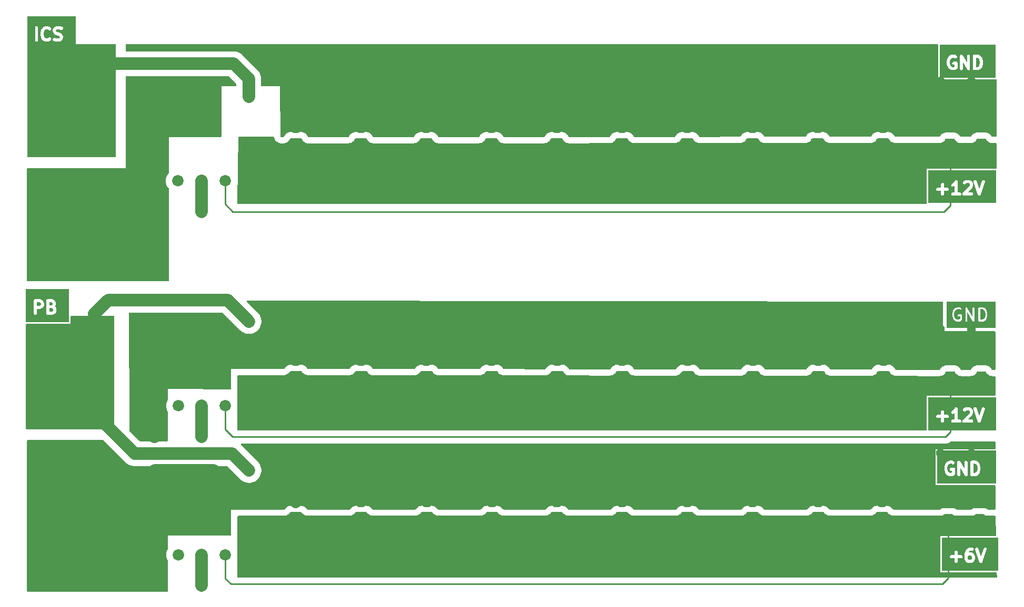
<source format=gbr>
%TF.GenerationSoftware,KiCad,Pcbnew,(7.0.0)*%
%TF.CreationDate,2023-05-17T11:52:10+03:00*%
%TF.ProjectId,Power Supply,506f7765-7220-4537-9570-706c792e6b69,rev?*%
%TF.SameCoordinates,Original*%
%TF.FileFunction,Copper,L1,Top*%
%TF.FilePolarity,Positive*%
%FSLAX46Y46*%
G04 Gerber Fmt 4.6, Leading zero omitted, Abs format (unit mm)*
G04 Created by KiCad (PCBNEW (7.0.0)) date 2023-05-17 11:52:10*
%MOMM*%
%LPD*%
G01*
G04 APERTURE LIST*
G04 Aperture macros list*
%AMRoundRect*
0 Rectangle with rounded corners*
0 $1 Rounding radius*
0 $2 $3 $4 $5 $6 $7 $8 $9 X,Y pos of 4 corners*
0 Add a 4 corners polygon primitive as box body*
4,1,4,$2,$3,$4,$5,$6,$7,$8,$9,$2,$3,0*
0 Add four circle primitives for the rounded corners*
1,1,$1+$1,$2,$3*
1,1,$1+$1,$4,$5*
1,1,$1+$1,$6,$7*
1,1,$1+$1,$8,$9*
0 Add four rect primitives between the rounded corners*
20,1,$1+$1,$2,$3,$4,$5,0*
20,1,$1+$1,$4,$5,$6,$7,0*
20,1,$1+$1,$6,$7,$8,$9,0*
20,1,$1+$1,$8,$9,$2,$3,0*%
G04 Aperture macros list end*
%ADD10C,0.500000*%
%ADD11C,0.300000*%
%TA.AperFunction,ComponentPad*%
%ADD12C,1.400000*%
%TD*%
%TA.AperFunction,ComponentPad*%
%ADD13O,1.400000X1.400000*%
%TD*%
%TA.AperFunction,ComponentPad*%
%ADD14C,1.830000*%
%TD*%
%TA.AperFunction,ComponentPad*%
%ADD15C,2.655000*%
%TD*%
%TA.AperFunction,ComponentPad*%
%ADD16RoundRect,0.250000X0.750000X-0.600000X0.750000X0.600000X-0.750000X0.600000X-0.750000X-0.600000X0*%
%TD*%
%TA.AperFunction,ComponentPad*%
%ADD17O,2.000000X1.700000*%
%TD*%
%TA.AperFunction,ComponentPad*%
%ADD18C,2.200000*%
%TD*%
%TA.AperFunction,ComponentPad*%
%ADD19C,2.000000*%
%TD*%
%TA.AperFunction,ComponentPad*%
%ADD20R,1.600000X1.600000*%
%TD*%
%TA.AperFunction,ComponentPad*%
%ADD21C,1.600000*%
%TD*%
%TA.AperFunction,SMDPad,CuDef*%
%ADD22RoundRect,0.250000X0.550000X-1.050000X0.550000X1.050000X-0.550000X1.050000X-0.550000X-1.050000X0*%
%TD*%
%TA.AperFunction,ViaPad*%
%ADD23C,1.400000*%
%TD*%
%TA.AperFunction,Conductor*%
%ADD24C,2.000000*%
%TD*%
%TA.AperFunction,Conductor*%
%ADD25C,0.250000*%
%TD*%
G04 APERTURE END LIST*
D10*
G36*
X213885714Y-79635714D02*
G01*
X202964286Y-79635714D01*
X202964286Y-77439938D01*
X204218288Y-77439938D01*
X204279276Y-77573484D01*
X204402783Y-77652857D01*
X204988095Y-77652857D01*
X204988095Y-78200705D01*
X205018903Y-78305627D01*
X205129857Y-78401769D01*
X205275176Y-78422663D01*
X205408722Y-78361675D01*
X205488095Y-78238168D01*
X205488095Y-77652857D01*
X206035944Y-77652857D01*
X206140866Y-77622049D01*
X206237008Y-77511095D01*
X206257902Y-77365776D01*
X206196914Y-77232230D01*
X206073407Y-77152857D01*
X205488095Y-77152857D01*
X205488095Y-76745372D01*
X206596750Y-76745372D01*
X206643051Y-76884694D01*
X206757323Y-76976866D01*
X206903288Y-76992625D01*
X207131386Y-76878576D01*
X207172488Y-76869635D01*
X207178570Y-76863553D01*
X207178570Y-77914761D01*
X206821198Y-77914761D01*
X206716276Y-77945569D01*
X206620134Y-78056523D01*
X206599240Y-78201842D01*
X206660228Y-78335388D01*
X206783735Y-78414761D01*
X207410692Y-78414761D01*
X207465651Y-78422663D01*
X207482954Y-78414761D01*
X208035943Y-78414761D01*
X208140865Y-78383953D01*
X208237007Y-78272999D01*
X208247238Y-78201842D01*
X208408764Y-78201842D01*
X208420521Y-78227586D01*
X208422540Y-78255815D01*
X208450422Y-78293060D01*
X208469752Y-78335388D01*
X208493562Y-78350690D01*
X208510522Y-78373345D01*
X208554115Y-78389604D01*
X208593259Y-78414761D01*
X208621560Y-78414761D01*
X208648078Y-78424652D01*
X208693545Y-78414761D01*
X209940705Y-78414761D01*
X210045627Y-78383953D01*
X210141769Y-78272999D01*
X210162663Y-78127680D01*
X210101675Y-77994134D01*
X209978168Y-77914761D01*
X209270219Y-77914761D01*
X209976782Y-77208197D01*
X210023480Y-77170601D01*
X210039635Y-77122133D01*
X210064123Y-77077289D01*
X210062437Y-77053727D01*
X210132018Y-76844984D01*
X210154761Y-76809597D01*
X210154761Y-76740703D01*
X210157251Y-76671867D01*
X210154761Y-76667666D01*
X210154761Y-76559177D01*
X210161197Y-76499568D01*
X210138346Y-76453866D01*
X210123953Y-76404848D01*
X210106103Y-76389381D01*
X210047147Y-76271469D01*
X210038206Y-76230368D01*
X209989497Y-76181659D01*
X209982538Y-76174178D01*
X210215806Y-76174178D01*
X210891384Y-78200915D01*
X210890366Y-78229084D01*
X210914149Y-78269210D01*
X210917052Y-78277917D01*
X210932402Y-78300004D01*
X210965224Y-78355379D01*
X210973911Y-78359732D01*
X210979458Y-78367713D01*
X211038932Y-78392316D01*
X211096478Y-78421154D01*
X211106141Y-78420119D01*
X211115121Y-78423834D01*
X211178449Y-78412379D01*
X211242457Y-78405527D01*
X211250027Y-78399431D01*
X211259590Y-78397702D01*
X211306679Y-78353821D01*
X211356813Y-78313458D01*
X211359885Y-78304239D01*
X211366997Y-78297613D01*
X211382889Y-78235229D01*
X212058060Y-76209719D01*
X212062012Y-76100439D01*
X211987155Y-75974144D01*
X211855901Y-75908368D01*
X211709922Y-75923995D01*
X211595565Y-76016064D01*
X211142856Y-77374191D01*
X210701994Y-76051605D01*
X210639588Y-75961809D01*
X210503925Y-75905688D01*
X210359456Y-75931820D01*
X210252049Y-76031909D01*
X210215806Y-76174178D01*
X209982538Y-76174178D01*
X209942577Y-76131218D01*
X209937846Y-76130008D01*
X209913225Y-76105387D01*
X209891746Y-76069223D01*
X209830132Y-76038415D01*
X209769670Y-76005401D01*
X209764800Y-76005749D01*
X209647652Y-75947174D01*
X209597216Y-75914761D01*
X209546124Y-75914761D01*
X209495841Y-75905712D01*
X209474023Y-75914761D01*
X209061074Y-75914761D01*
X209001471Y-75908326D01*
X208955773Y-75931175D01*
X208906752Y-75945569D01*
X208891284Y-75963419D01*
X208773371Y-76022376D01*
X208732272Y-76031317D01*
X208683571Y-76080017D01*
X208633121Y-76126947D01*
X208631911Y-76131677D01*
X208559711Y-76203878D01*
X208507305Y-76299853D01*
X208517778Y-76446292D01*
X208605760Y-76563822D01*
X208743316Y-76615129D01*
X208886774Y-76583921D01*
X209005231Y-76465463D01*
X209106636Y-76414761D01*
X209464792Y-76414761D01*
X209566195Y-76465463D01*
X209604059Y-76503327D01*
X209654761Y-76604731D01*
X209654761Y-76695622D01*
X209591015Y-76886858D01*
X208535009Y-77942864D01*
X208525800Y-77945569D01*
X208483577Y-77994296D01*
X208464473Y-78013401D01*
X208460127Y-78021359D01*
X208429658Y-78056523D01*
X208425630Y-78084536D01*
X208412067Y-78109376D01*
X208415386Y-78155785D01*
X208408764Y-78201842D01*
X208247238Y-78201842D01*
X208257901Y-78127680D01*
X208196913Y-77994134D01*
X208073406Y-77914761D01*
X207678570Y-77914761D01*
X207678570Y-76202851D01*
X207689087Y-76169139D01*
X207678570Y-76130960D01*
X207678570Y-76128817D01*
X207669023Y-76096304D01*
X207650097Y-76027598D01*
X207648403Y-76026080D01*
X207647762Y-76023895D01*
X207593841Y-75977173D01*
X207540774Y-75929605D01*
X207538528Y-75929243D01*
X207536808Y-75927753D01*
X207466234Y-75917605D01*
X207395827Y-75906272D01*
X207393740Y-75907182D01*
X207391489Y-75906859D01*
X207326635Y-75936476D01*
X207261276Y-75965008D01*
X207260013Y-75966901D01*
X207257943Y-75967847D01*
X207219380Y-76027850D01*
X207043812Y-76291204D01*
X206899529Y-76435487D01*
X206713189Y-76528658D01*
X206633122Y-76603136D01*
X206596750Y-76745372D01*
X205488095Y-76745372D01*
X205488095Y-76605008D01*
X205457287Y-76500086D01*
X205346333Y-76403944D01*
X205201014Y-76383050D01*
X205067468Y-76444038D01*
X204988095Y-76567545D01*
X204988095Y-77152857D01*
X204440246Y-77152857D01*
X204335324Y-77183665D01*
X204239182Y-77294619D01*
X204218288Y-77439938D01*
X202964286Y-77439938D01*
X202964286Y-74314286D01*
X213885714Y-74314286D01*
X213885714Y-79635714D01*
G37*
G36*
X210998287Y-56278507D02*
G01*
X211118345Y-56398565D01*
X211183167Y-56528210D01*
X211264285Y-56852680D01*
X211264285Y-57076842D01*
X211183167Y-57401312D01*
X211118345Y-57530957D01*
X210998288Y-57651015D01*
X210807050Y-57714761D01*
X210621428Y-57714761D01*
X210621428Y-56214761D01*
X210807049Y-56214761D01*
X210998287Y-56278507D01*
G37*
G36*
X213780952Y-59435714D02*
G01*
X204764286Y-59435714D01*
X204764286Y-57097038D01*
X205920613Y-57097038D01*
X205930952Y-57138394D01*
X205930952Y-57143563D01*
X205939648Y-57173182D01*
X206022854Y-57506005D01*
X206019755Y-57534717D01*
X206040310Y-57575827D01*
X206042372Y-57584075D01*
X206056326Y-57607860D01*
X206133803Y-57762815D01*
X206142745Y-57803917D01*
X206191453Y-57852625D01*
X206238374Y-57903067D01*
X206243104Y-57904276D01*
X206375606Y-58036778D01*
X206413207Y-58083481D01*
X206461678Y-58099638D01*
X206506519Y-58124123D01*
X206530078Y-58122437D01*
X206738825Y-58192019D01*
X206774212Y-58214761D01*
X206843117Y-58214761D01*
X206911942Y-58217250D01*
X206916141Y-58214761D01*
X207006750Y-58214761D01*
X207047512Y-58225145D01*
X207112864Y-58203360D01*
X207178961Y-58183953D01*
X207182158Y-58180262D01*
X207390094Y-58110950D01*
X207448679Y-58098206D01*
X207484807Y-58062077D01*
X207526761Y-58032921D01*
X207535789Y-58011095D01*
X207563928Y-57982956D01*
X207589674Y-57971199D01*
X207614830Y-57932054D01*
X207621240Y-57925645D01*
X207634184Y-57901939D01*
X207669047Y-57847692D01*
X207669047Y-57838094D01*
X207673647Y-57829670D01*
X207669047Y-57765357D01*
X207669047Y-57125497D01*
X207676949Y-57070538D01*
X207653882Y-57020028D01*
X207638239Y-56966753D01*
X207623863Y-56954296D01*
X207615961Y-56936992D01*
X207569245Y-56906969D01*
X207527285Y-56870611D01*
X207508457Y-56867904D01*
X207492454Y-56857619D01*
X207436925Y-56857619D01*
X207381966Y-56849717D01*
X207364663Y-56857619D01*
X207002151Y-56857619D01*
X206897229Y-56888427D01*
X206801087Y-56999381D01*
X206780193Y-57144700D01*
X206841181Y-57278246D01*
X206964688Y-57357619D01*
X207169047Y-57357619D01*
X207169047Y-57657587D01*
X206997527Y-57714761D01*
X206888189Y-57714761D01*
X206696949Y-57651015D01*
X206576892Y-57530958D01*
X206512069Y-57401312D01*
X206430952Y-57076842D01*
X206430952Y-56852681D01*
X206512068Y-56528211D01*
X206576892Y-56398564D01*
X206696949Y-56278507D01*
X206888188Y-56214761D01*
X207074316Y-56214761D01*
X207244154Y-56299681D01*
X207351777Y-56319049D01*
X207487389Y-56262805D01*
X207571066Y-56142172D01*
X207575197Y-56025061D01*
X208022709Y-56025061D01*
X208026190Y-56031153D01*
X208026190Y-58000705D01*
X208056998Y-58105627D01*
X208167952Y-58201769D01*
X208313271Y-58222663D01*
X208446817Y-58161675D01*
X208526190Y-58038168D01*
X208526190Y-56906153D01*
X209187437Y-58063335D01*
X209199855Y-58105627D01*
X209250409Y-58149432D01*
X209298624Y-58195816D01*
X209305506Y-58197174D01*
X209310809Y-58201769D01*
X209377028Y-58211290D01*
X209442659Y-58224243D01*
X209449183Y-58221664D01*
X209456128Y-58222663D01*
X209516991Y-58194867D01*
X209579197Y-58170285D01*
X209583290Y-58164590D01*
X209589674Y-58161675D01*
X209625850Y-58105383D01*
X209664889Y-58051075D01*
X209665253Y-58044070D01*
X209669047Y-58038168D01*
X209669047Y-58001842D01*
X210113526Y-58001842D01*
X210136592Y-58052351D01*
X210152236Y-58105627D01*
X210166611Y-58118083D01*
X210174514Y-58135388D01*
X210221229Y-58165410D01*
X210263190Y-58201769D01*
X210282017Y-58204475D01*
X210298021Y-58214761D01*
X210353550Y-58214761D01*
X210408509Y-58222663D01*
X210425812Y-58214761D01*
X210816273Y-58214761D01*
X210857035Y-58225145D01*
X210922389Y-58203360D01*
X210988484Y-58183953D01*
X210991681Y-58180262D01*
X211199618Y-58110950D01*
X211258203Y-58098206D01*
X211294331Y-58062077D01*
X211336285Y-58032921D01*
X211345313Y-58011095D01*
X211478420Y-57877988D01*
X211514587Y-57856508D01*
X211545397Y-57794887D01*
X211578409Y-57734432D01*
X211578060Y-57729561D01*
X211622740Y-57640201D01*
X211643779Y-57620420D01*
X211654926Y-57575830D01*
X211658729Y-57568225D01*
X211663613Y-57541081D01*
X211746841Y-57208168D01*
X211764285Y-57181026D01*
X211764285Y-57138394D01*
X211765538Y-57133382D01*
X211764285Y-57102555D01*
X211764285Y-56863046D01*
X211774624Y-56832485D01*
X211764285Y-56791129D01*
X211764285Y-56785960D01*
X211755588Y-56756341D01*
X211672382Y-56423518D01*
X211675483Y-56394806D01*
X211654926Y-56353693D01*
X211652865Y-56345447D01*
X211638914Y-56321668D01*
X211561433Y-56166707D01*
X211552492Y-56125606D01*
X211503783Y-56076897D01*
X211456863Y-56026456D01*
X211452132Y-56025246D01*
X211319626Y-55892740D01*
X211282030Y-55846043D01*
X211233558Y-55829885D01*
X211188718Y-55805401D01*
X211165159Y-55807085D01*
X210956412Y-55737502D01*
X210921025Y-55714761D01*
X210852132Y-55714761D01*
X210783296Y-55712271D01*
X210779095Y-55714761D01*
X210389306Y-55714761D01*
X210334347Y-55706859D01*
X210283837Y-55729925D01*
X210230562Y-55745569D01*
X210218105Y-55759944D01*
X210200801Y-55767847D01*
X210170778Y-55814562D01*
X210134420Y-55856523D01*
X210131713Y-55875350D01*
X210121428Y-55891354D01*
X210121428Y-55946883D01*
X210113526Y-56001842D01*
X210121428Y-56019145D01*
X210121428Y-57946883D01*
X210113526Y-58001842D01*
X209669047Y-58001842D01*
X209669047Y-57971271D01*
X209672528Y-57904461D01*
X209669047Y-57898369D01*
X209669047Y-55928817D01*
X209638239Y-55823895D01*
X209527285Y-55727753D01*
X209381966Y-55706859D01*
X209248420Y-55767847D01*
X209169047Y-55891354D01*
X209169047Y-57023369D01*
X208507799Y-55866186D01*
X208495382Y-55823895D01*
X208444831Y-55780093D01*
X208396613Y-55733705D01*
X208389729Y-55732346D01*
X208384428Y-55727753D01*
X208318216Y-55718233D01*
X208252578Y-55705279D01*
X208246053Y-55707857D01*
X208239109Y-55706859D01*
X208178249Y-55734652D01*
X208116039Y-55759237D01*
X208111944Y-55764932D01*
X208105563Y-55767847D01*
X208069393Y-55824127D01*
X208030348Y-55878446D01*
X208029982Y-55885452D01*
X208026190Y-55891354D01*
X208026190Y-55958250D01*
X208022709Y-56025061D01*
X207575197Y-56025061D01*
X207576241Y-55995450D01*
X207501270Y-55869223D01*
X207257176Y-55747174D01*
X207206740Y-55714761D01*
X207155648Y-55714761D01*
X207105365Y-55705712D01*
X207083547Y-55714761D01*
X206878963Y-55714761D01*
X206838201Y-55704377D01*
X206772843Y-55726163D01*
X206706753Y-55745569D01*
X206703555Y-55749259D01*
X206495614Y-55818573D01*
X206437034Y-55831317D01*
X206400907Y-55867443D01*
X206358952Y-55896602D01*
X206349923Y-55918427D01*
X206216816Y-56051534D01*
X206180650Y-56073015D01*
X206149838Y-56134638D01*
X206116829Y-56195091D01*
X206117177Y-56199960D01*
X206072497Y-56289320D01*
X206051458Y-56309103D01*
X206040309Y-56353696D01*
X206036509Y-56361298D01*
X206031627Y-56388427D01*
X205948395Y-56721354D01*
X205930952Y-56748497D01*
X205930952Y-56791129D01*
X205929699Y-56796141D01*
X205930952Y-56826968D01*
X205930952Y-57066477D01*
X205920613Y-57097038D01*
X204764286Y-57097038D01*
X204764286Y-54114286D01*
X213780952Y-54114286D01*
X213780952Y-59435714D01*
G37*
G36*
X209861434Y-136427368D02*
G01*
X209899296Y-136465230D01*
X209949999Y-136566636D01*
X209949999Y-136924792D01*
X209899297Y-137026195D01*
X209861434Y-137064058D01*
X209760030Y-137114761D01*
X209497111Y-137114761D01*
X209395707Y-137064059D01*
X209357844Y-137026196D01*
X209307142Y-136924792D01*
X209307142Y-136566636D01*
X209357844Y-136465230D01*
X209395707Y-136427367D01*
X209497111Y-136376666D01*
X209760030Y-136376666D01*
X209861434Y-136427368D01*
G37*
G36*
X214180952Y-138835714D02*
G01*
X205164286Y-138835714D01*
X205164286Y-136639938D01*
X206418288Y-136639938D01*
X206479276Y-136773484D01*
X206602783Y-136852857D01*
X207188095Y-136852857D01*
X207188095Y-137400705D01*
X207218903Y-137505627D01*
X207329857Y-137601769D01*
X207475176Y-137622663D01*
X207608722Y-137561675D01*
X207688095Y-137438168D01*
X207688095Y-136852857D01*
X208235944Y-136852857D01*
X208340866Y-136822049D01*
X208437008Y-136711095D01*
X208457902Y-136565776D01*
X208444116Y-136535588D01*
X208798094Y-136535588D01*
X208807142Y-136557404D01*
X208807142Y-136970352D01*
X208800707Y-137029955D01*
X208823555Y-137075652D01*
X208837950Y-137124675D01*
X208855800Y-137140142D01*
X208914755Y-137258053D01*
X208923697Y-137299155D01*
X208972405Y-137347863D01*
X209019326Y-137398305D01*
X209024056Y-137399514D01*
X209048676Y-137424134D01*
X209070157Y-137460301D01*
X209131777Y-137491111D01*
X209192233Y-137524123D01*
X209197103Y-137523774D01*
X209314255Y-137582350D01*
X209364687Y-137614761D01*
X209415777Y-137614761D01*
X209466063Y-137623810D01*
X209487881Y-137614761D01*
X209805590Y-137614761D01*
X209865193Y-137621196D01*
X209910890Y-137598347D01*
X209959913Y-137583953D01*
X209975380Y-137566102D01*
X210093291Y-137507147D01*
X210134393Y-137498206D01*
X210183101Y-137449497D01*
X210233543Y-137402577D01*
X210234752Y-137397846D01*
X210259372Y-137373226D01*
X210295539Y-137351746D01*
X210326349Y-137290125D01*
X210359361Y-137229670D01*
X210359012Y-137224799D01*
X210417588Y-137107647D01*
X210449999Y-137057216D01*
X210449999Y-137006126D01*
X210459048Y-136955840D01*
X210449999Y-136934022D01*
X210449999Y-136521082D01*
X210456435Y-136461474D01*
X210433584Y-136415773D01*
X210419191Y-136366753D01*
X210401340Y-136351285D01*
X210342385Y-136233375D01*
X210333444Y-136192272D01*
X210284732Y-136143560D01*
X210237816Y-136093122D01*
X210233083Y-136091911D01*
X210208464Y-136067292D01*
X210186984Y-136031126D01*
X210125360Y-136000314D01*
X210064908Y-135967305D01*
X210060038Y-135967653D01*
X209942891Y-135909080D01*
X209892454Y-135876666D01*
X209841358Y-135876666D01*
X209791078Y-135867618D01*
X209769262Y-135876666D01*
X209451557Y-135876666D01*
X209430545Y-135874397D01*
X209537136Y-135714510D01*
X209586183Y-135665463D01*
X209687588Y-135614761D01*
X210045467Y-135614761D01*
X210150389Y-135583953D01*
X210246531Y-135472999D01*
X210260740Y-135374178D01*
X210511044Y-135374178D01*
X211186622Y-137400915D01*
X211185604Y-137429084D01*
X211209387Y-137469210D01*
X211212290Y-137477917D01*
X211227640Y-137500004D01*
X211260462Y-137555379D01*
X211269149Y-137559732D01*
X211274696Y-137567713D01*
X211334170Y-137592316D01*
X211391716Y-137621154D01*
X211401379Y-137620119D01*
X211410359Y-137623834D01*
X211473687Y-137612379D01*
X211537695Y-137605527D01*
X211545265Y-137599431D01*
X211554828Y-137597702D01*
X211601917Y-137553821D01*
X211652051Y-137513458D01*
X211655123Y-137504239D01*
X211662235Y-137497613D01*
X211678127Y-137435229D01*
X212353298Y-135409719D01*
X212357250Y-135300439D01*
X212282393Y-135174144D01*
X212151139Y-135108368D01*
X212005160Y-135123995D01*
X211890803Y-135216064D01*
X211438094Y-136574191D01*
X210997232Y-135251605D01*
X210934826Y-135161809D01*
X210799163Y-135105688D01*
X210654694Y-135131820D01*
X210547287Y-135231909D01*
X210511044Y-135374178D01*
X210260740Y-135374178D01*
X210267425Y-135327680D01*
X210206437Y-135194134D01*
X210082930Y-135114761D01*
X209642026Y-135114761D01*
X209582423Y-135108326D01*
X209536725Y-135131175D01*
X209487704Y-135145569D01*
X209472236Y-135163419D01*
X209354323Y-135222376D01*
X209313224Y-135231317D01*
X209264523Y-135280017D01*
X209214073Y-135326947D01*
X209212863Y-135331677D01*
X209199510Y-135345030D01*
X209175562Y-135355485D01*
X209148573Y-135395967D01*
X209140663Y-135403878D01*
X209128726Y-135425737D01*
X208960256Y-135678442D01*
X208927648Y-135709103D01*
X208911584Y-135773355D01*
X208891863Y-135836574D01*
X208893916Y-135844029D01*
X208824585Y-136121354D01*
X208807142Y-136148497D01*
X208807142Y-136191129D01*
X208805889Y-136196141D01*
X208807142Y-136226968D01*
X208807142Y-136485305D01*
X208798094Y-136535588D01*
X208444116Y-136535588D01*
X208396914Y-136432230D01*
X208273407Y-136352857D01*
X207688095Y-136352857D01*
X207688095Y-135805008D01*
X207657287Y-135700086D01*
X207546333Y-135603944D01*
X207401014Y-135583050D01*
X207267468Y-135644038D01*
X207188095Y-135767545D01*
X207188095Y-136352857D01*
X206640246Y-136352857D01*
X206535324Y-136383665D01*
X206439182Y-136494619D01*
X206418288Y-136639938D01*
X205164286Y-136639938D01*
X205164286Y-133514286D01*
X214180952Y-133514286D01*
X214180952Y-138835714D01*
G37*
G36*
X210598287Y-121678507D02*
G01*
X210718345Y-121798565D01*
X210783167Y-121928210D01*
X210864285Y-122252680D01*
X210864285Y-122476842D01*
X210783167Y-122801312D01*
X210718345Y-122930957D01*
X210598288Y-123051015D01*
X210407050Y-123114761D01*
X210221428Y-123114761D01*
X210221428Y-121614761D01*
X210407049Y-121614761D01*
X210598287Y-121678507D01*
G37*
G36*
X213845714Y-124835714D02*
G01*
X204364286Y-124835714D01*
X204364286Y-122497038D01*
X205520613Y-122497038D01*
X205530952Y-122538394D01*
X205530952Y-122543563D01*
X205539648Y-122573182D01*
X205622854Y-122906005D01*
X205619755Y-122934717D01*
X205640310Y-122975827D01*
X205642372Y-122984075D01*
X205656326Y-123007860D01*
X205733803Y-123162815D01*
X205742745Y-123203917D01*
X205791453Y-123252625D01*
X205838374Y-123303067D01*
X205843104Y-123304276D01*
X205975606Y-123436778D01*
X206013207Y-123483481D01*
X206061678Y-123499638D01*
X206106519Y-123524123D01*
X206130078Y-123522437D01*
X206338825Y-123592019D01*
X206374212Y-123614761D01*
X206443117Y-123614761D01*
X206511942Y-123617250D01*
X206516141Y-123614761D01*
X206606750Y-123614761D01*
X206647512Y-123625145D01*
X206712864Y-123603360D01*
X206778961Y-123583953D01*
X206782158Y-123580262D01*
X206990094Y-123510950D01*
X207048679Y-123498206D01*
X207084807Y-123462077D01*
X207126761Y-123432921D01*
X207135789Y-123411095D01*
X207163928Y-123382956D01*
X207189674Y-123371199D01*
X207214830Y-123332054D01*
X207221240Y-123325645D01*
X207234184Y-123301939D01*
X207269047Y-123247692D01*
X207269047Y-123238094D01*
X207273647Y-123229670D01*
X207269047Y-123165357D01*
X207269047Y-122525497D01*
X207276949Y-122470538D01*
X207253882Y-122420028D01*
X207238239Y-122366753D01*
X207223863Y-122354296D01*
X207215961Y-122336992D01*
X207169245Y-122306969D01*
X207127285Y-122270611D01*
X207108457Y-122267904D01*
X207092454Y-122257619D01*
X207036925Y-122257619D01*
X206981966Y-122249717D01*
X206964663Y-122257619D01*
X206602151Y-122257619D01*
X206497229Y-122288427D01*
X206401087Y-122399381D01*
X206380193Y-122544700D01*
X206441181Y-122678246D01*
X206564688Y-122757619D01*
X206769047Y-122757619D01*
X206769047Y-123057587D01*
X206597527Y-123114761D01*
X206488189Y-123114761D01*
X206296949Y-123051015D01*
X206176892Y-122930958D01*
X206112069Y-122801312D01*
X206030952Y-122476842D01*
X206030952Y-122252681D01*
X206112068Y-121928211D01*
X206176892Y-121798564D01*
X206296949Y-121678507D01*
X206488188Y-121614761D01*
X206674316Y-121614761D01*
X206844154Y-121699681D01*
X206951777Y-121719049D01*
X207087389Y-121662805D01*
X207171066Y-121542172D01*
X207175197Y-121425061D01*
X207622709Y-121425061D01*
X207626190Y-121431153D01*
X207626190Y-123400705D01*
X207656998Y-123505627D01*
X207767952Y-123601769D01*
X207913271Y-123622663D01*
X208046817Y-123561675D01*
X208126190Y-123438168D01*
X208126190Y-122306153D01*
X208787437Y-123463335D01*
X208799855Y-123505627D01*
X208850409Y-123549432D01*
X208898624Y-123595816D01*
X208905506Y-123597174D01*
X208910809Y-123601769D01*
X208977028Y-123611290D01*
X209042659Y-123624243D01*
X209049183Y-123621664D01*
X209056128Y-123622663D01*
X209116991Y-123594867D01*
X209179197Y-123570285D01*
X209183290Y-123564590D01*
X209189674Y-123561675D01*
X209225850Y-123505383D01*
X209264889Y-123451075D01*
X209265253Y-123444070D01*
X209269047Y-123438168D01*
X209269047Y-123401842D01*
X209713526Y-123401842D01*
X209736592Y-123452351D01*
X209752236Y-123505627D01*
X209766611Y-123518083D01*
X209774514Y-123535388D01*
X209821229Y-123565410D01*
X209863190Y-123601769D01*
X209882017Y-123604475D01*
X209898021Y-123614761D01*
X209953550Y-123614761D01*
X210008509Y-123622663D01*
X210025812Y-123614761D01*
X210416273Y-123614761D01*
X210457035Y-123625145D01*
X210522389Y-123603360D01*
X210588484Y-123583953D01*
X210591681Y-123580262D01*
X210799618Y-123510950D01*
X210858203Y-123498206D01*
X210894331Y-123462077D01*
X210936285Y-123432921D01*
X210945313Y-123411095D01*
X211078420Y-123277988D01*
X211114587Y-123256508D01*
X211145397Y-123194887D01*
X211178409Y-123134432D01*
X211178060Y-123129561D01*
X211222740Y-123040201D01*
X211243779Y-123020420D01*
X211254926Y-122975830D01*
X211258729Y-122968225D01*
X211263613Y-122941081D01*
X211346841Y-122608168D01*
X211364285Y-122581026D01*
X211364285Y-122538394D01*
X211365538Y-122533382D01*
X211364285Y-122502555D01*
X211364285Y-122263046D01*
X211374624Y-122232485D01*
X211364285Y-122191129D01*
X211364285Y-122185960D01*
X211355588Y-122156341D01*
X211272382Y-121823518D01*
X211275483Y-121794806D01*
X211254926Y-121753693D01*
X211252865Y-121745447D01*
X211238914Y-121721668D01*
X211161433Y-121566707D01*
X211152492Y-121525606D01*
X211103783Y-121476897D01*
X211056863Y-121426456D01*
X211052132Y-121425246D01*
X210919626Y-121292740D01*
X210882030Y-121246043D01*
X210833558Y-121229885D01*
X210788718Y-121205401D01*
X210765159Y-121207085D01*
X210556412Y-121137502D01*
X210521025Y-121114761D01*
X210452132Y-121114761D01*
X210383296Y-121112271D01*
X210379095Y-121114761D01*
X209989306Y-121114761D01*
X209934347Y-121106859D01*
X209883837Y-121129925D01*
X209830562Y-121145569D01*
X209818105Y-121159944D01*
X209800801Y-121167847D01*
X209770778Y-121214562D01*
X209734420Y-121256523D01*
X209731713Y-121275350D01*
X209721428Y-121291354D01*
X209721428Y-121346883D01*
X209713526Y-121401842D01*
X209721428Y-121419145D01*
X209721428Y-123346883D01*
X209713526Y-123401842D01*
X209269047Y-123401842D01*
X209269047Y-123371271D01*
X209272528Y-123304461D01*
X209269047Y-123298369D01*
X209269047Y-121328817D01*
X209238239Y-121223895D01*
X209127285Y-121127753D01*
X208981966Y-121106859D01*
X208848420Y-121167847D01*
X208769047Y-121291354D01*
X208769047Y-122423369D01*
X208107799Y-121266186D01*
X208095382Y-121223895D01*
X208044831Y-121180093D01*
X207996613Y-121133705D01*
X207989729Y-121132346D01*
X207984428Y-121127753D01*
X207918216Y-121118233D01*
X207852578Y-121105279D01*
X207846053Y-121107857D01*
X207839109Y-121106859D01*
X207778249Y-121134652D01*
X207716039Y-121159237D01*
X207711944Y-121164932D01*
X207705563Y-121167847D01*
X207669393Y-121224127D01*
X207630348Y-121278446D01*
X207629982Y-121285452D01*
X207626190Y-121291354D01*
X207626190Y-121358250D01*
X207622709Y-121425061D01*
X207175197Y-121425061D01*
X207176241Y-121395450D01*
X207101270Y-121269223D01*
X206857176Y-121147174D01*
X206806740Y-121114761D01*
X206755648Y-121114761D01*
X206705365Y-121105712D01*
X206683547Y-121114761D01*
X206478963Y-121114761D01*
X206438201Y-121104377D01*
X206372843Y-121126163D01*
X206306753Y-121145569D01*
X206303555Y-121149259D01*
X206095614Y-121218573D01*
X206037034Y-121231317D01*
X206000907Y-121267443D01*
X205958952Y-121296602D01*
X205949923Y-121318427D01*
X205816816Y-121451534D01*
X205780650Y-121473015D01*
X205749838Y-121534638D01*
X205716829Y-121595091D01*
X205717177Y-121599960D01*
X205672497Y-121689320D01*
X205651458Y-121709103D01*
X205640309Y-121753696D01*
X205636509Y-121761298D01*
X205631627Y-121788427D01*
X205548395Y-122121354D01*
X205530952Y-122148497D01*
X205530952Y-122191129D01*
X205529699Y-122196141D01*
X205530952Y-122226968D01*
X205530952Y-122466477D01*
X205520613Y-122497038D01*
X204364286Y-122497038D01*
X204364286Y-119514286D01*
X213845714Y-119514286D01*
X213845714Y-124835714D01*
G37*
D11*
G36*
X211852306Y-96791105D02*
G01*
X212000531Y-96939330D01*
X212077518Y-97093303D01*
X212164285Y-97440368D01*
X212164285Y-97689154D01*
X212077520Y-98036213D01*
X212000530Y-98190194D01*
X211852305Y-98338418D01*
X211623277Y-98414761D01*
X211321428Y-98414761D01*
X211321428Y-96714761D01*
X211623277Y-96714761D01*
X211852306Y-96791105D01*
G37*
G36*
X213780952Y-99735714D02*
G01*
X205864286Y-99735714D01*
X205864286Y-97701270D01*
X206824748Y-97701270D01*
X206830952Y-97726086D01*
X206830952Y-97729187D01*
X206836170Y-97746961D01*
X206924188Y-98099030D01*
X206922329Y-98116259D01*
X206934662Y-98140926D01*
X206935900Y-98145875D01*
X206944272Y-98160145D01*
X207028852Y-98329305D01*
X207034218Y-98353969D01*
X207063438Y-98383189D01*
X207091595Y-98413460D01*
X207094435Y-98414186D01*
X207250125Y-98569876D01*
X207272686Y-98597898D01*
X207301765Y-98607591D01*
X207328673Y-98622284D01*
X207342810Y-98621272D01*
X207582343Y-98701116D01*
X207603575Y-98714761D01*
X207644888Y-98714761D01*
X207686213Y-98716256D01*
X207688735Y-98714761D01*
X207819290Y-98714761D01*
X207843745Y-98720991D01*
X207882931Y-98707929D01*
X207922615Y-98696277D01*
X207924535Y-98694061D01*
X208163578Y-98614380D01*
X208198731Y-98606733D01*
X208220406Y-98585057D01*
X208245581Y-98567562D01*
X208250998Y-98554465D01*
X208305975Y-98499488D01*
X208321423Y-98492434D01*
X208336517Y-98468946D01*
X208340364Y-98465100D01*
X208348134Y-98450869D01*
X208369047Y-98418329D01*
X208369047Y-98412572D01*
X208371808Y-98407516D01*
X208369047Y-98368917D01*
X208369047Y-97718350D01*
X208373789Y-97685370D01*
X208359948Y-97655063D01*
X208350563Y-97623099D01*
X208341937Y-97615624D01*
X208337196Y-97605243D01*
X208309168Y-97587230D01*
X208283990Y-97565414D01*
X208272692Y-97563789D01*
X208263091Y-97557619D01*
X208229778Y-97557619D01*
X208196798Y-97552877D01*
X208186415Y-97557619D01*
X207816527Y-97557619D01*
X207753575Y-97576103D01*
X207695890Y-97642676D01*
X207683353Y-97729868D01*
X207719946Y-97809995D01*
X207794051Y-97857619D01*
X208069047Y-97857619D01*
X208069047Y-98312153D01*
X208042781Y-98338418D01*
X207813754Y-98414761D01*
X207671962Y-98414761D01*
X207442930Y-98338417D01*
X207294706Y-98190193D01*
X207217718Y-98036216D01*
X207130952Y-97689155D01*
X207130952Y-97440369D01*
X207217717Y-97093307D01*
X207294706Y-96939329D01*
X207442931Y-96791104D01*
X207671960Y-96714761D01*
X207897922Y-96714761D01*
X208076017Y-96803809D01*
X208140590Y-96815430D01*
X208221957Y-96781683D01*
X208272164Y-96709303D01*
X208275269Y-96621271D01*
X208263194Y-96600941D01*
X208924102Y-96600941D01*
X208926190Y-96604595D01*
X208926190Y-98586329D01*
X208944674Y-98649281D01*
X209011247Y-98706966D01*
X209098439Y-98719503D01*
X209178566Y-98682910D01*
X209226190Y-98608805D01*
X209226190Y-97129595D01*
X210080079Y-98623902D01*
X210087531Y-98649281D01*
X210117864Y-98675564D01*
X210146793Y-98703395D01*
X210150923Y-98704210D01*
X210154104Y-98706966D01*
X210193837Y-98712679D01*
X210233214Y-98720450D01*
X210237127Y-98718903D01*
X210241296Y-98719503D01*
X210277819Y-98702823D01*
X210315138Y-98688076D01*
X210317594Y-98684658D01*
X210321423Y-98682910D01*
X210343118Y-98649151D01*
X210366553Y-98616550D01*
X210366772Y-98612344D01*
X210369047Y-98608805D01*
X210369047Y-98587010D01*
X211016686Y-98587010D01*
X211030526Y-98617316D01*
X211039912Y-98649281D01*
X211048537Y-98656755D01*
X211053279Y-98667137D01*
X211081306Y-98685149D01*
X211106485Y-98706966D01*
X211117782Y-98708590D01*
X211127384Y-98714761D01*
X211160697Y-98714761D01*
X211193677Y-98719503D01*
X211204060Y-98714761D01*
X211628813Y-98714761D01*
X211653268Y-98720991D01*
X211692454Y-98707928D01*
X211732138Y-98696277D01*
X211734058Y-98694061D01*
X211973101Y-98614380D01*
X212008255Y-98606733D01*
X212029928Y-98585059D01*
X212055105Y-98567563D01*
X212060523Y-98554464D01*
X212216576Y-98398411D01*
X212238276Y-98385523D01*
X212256752Y-98348570D01*
X212276570Y-98312278D01*
X212276360Y-98309353D01*
X212341263Y-98179548D01*
X212353886Y-98167680D01*
X212360574Y-98140927D01*
X212362857Y-98136362D01*
X212365789Y-98120066D01*
X212453818Y-97767948D01*
X212464285Y-97751663D01*
X212464285Y-97726084D01*
X212465037Y-97723076D01*
X212464285Y-97704571D01*
X212464285Y-97446591D01*
X212470489Y-97428252D01*
X212464285Y-97403436D01*
X212464285Y-97400336D01*
X212459067Y-97382566D01*
X212371048Y-97030491D01*
X212372908Y-97013264D01*
X212360573Y-96988595D01*
X212359337Y-96983648D01*
X212350964Y-96969377D01*
X212266383Y-96800214D01*
X212261019Y-96775554D01*
X212231807Y-96746342D01*
X212203642Y-96716063D01*
X212200801Y-96715336D01*
X212045107Y-96559642D01*
X212022551Y-96531626D01*
X211993475Y-96521933D01*
X211966564Y-96507239D01*
X211952424Y-96508250D01*
X211712893Y-96428405D01*
X211691662Y-96414761D01*
X211650349Y-96414761D01*
X211609025Y-96413266D01*
X211606503Y-96414761D01*
X211182159Y-96414761D01*
X211149179Y-96410019D01*
X211118872Y-96423859D01*
X211086908Y-96433245D01*
X211079433Y-96441870D01*
X211069052Y-96446612D01*
X211051039Y-96474639D01*
X211029223Y-96499818D01*
X211027598Y-96511115D01*
X211021428Y-96520717D01*
X211021428Y-96554030D01*
X211016686Y-96587010D01*
X211021428Y-96597393D01*
X211021428Y-98554030D01*
X211016686Y-98587010D01*
X210369047Y-98587010D01*
X210369047Y-98568668D01*
X210371135Y-98528581D01*
X210369047Y-98524927D01*
X210369047Y-96543193D01*
X210350563Y-96480241D01*
X210283990Y-96422556D01*
X210196798Y-96410019D01*
X210116671Y-96446612D01*
X210069047Y-96520717D01*
X210069047Y-97999927D01*
X209215157Y-96505619D01*
X209207706Y-96480241D01*
X209177372Y-96453957D01*
X209148444Y-96426127D01*
X209144313Y-96425311D01*
X209141133Y-96422556D01*
X209101399Y-96416842D01*
X209062023Y-96409072D01*
X209058109Y-96410618D01*
X209053941Y-96410019D01*
X209017417Y-96426698D01*
X208980099Y-96441446D01*
X208977642Y-96444863D01*
X208973814Y-96446612D01*
X208952118Y-96480370D01*
X208928684Y-96512972D01*
X208928464Y-96517177D01*
X208926190Y-96520717D01*
X208926190Y-96560854D01*
X208924102Y-96600941D01*
X208263194Y-96600941D01*
X208230286Y-96545533D01*
X208007639Y-96434209D01*
X207977377Y-96414761D01*
X207946724Y-96414761D01*
X207916552Y-96409331D01*
X207903460Y-96414761D01*
X207666423Y-96414761D01*
X207641968Y-96408531D01*
X207602776Y-96421594D01*
X207563099Y-96433245D01*
X207561179Y-96435460D01*
X207322131Y-96515143D01*
X207286982Y-96522790D01*
X207265307Y-96544464D01*
X207240132Y-96561961D01*
X207234714Y-96575057D01*
X207078662Y-96731109D01*
X207056961Y-96743999D01*
X207038479Y-96780961D01*
X207018667Y-96817245D01*
X207018876Y-96820168D01*
X206953973Y-96949974D01*
X206941351Y-96961843D01*
X206934663Y-96988594D01*
X206932380Y-96993161D01*
X206929447Y-97009457D01*
X206841418Y-97361573D01*
X206830952Y-97377860D01*
X206830952Y-97403440D01*
X206830200Y-97406448D01*
X206830952Y-97424953D01*
X206830952Y-97682931D01*
X206824748Y-97701270D01*
X205864286Y-97701270D01*
X205864286Y-95514286D01*
X213780952Y-95514286D01*
X213780952Y-99735714D01*
G37*
D10*
G36*
X213885714Y-116235714D02*
G01*
X202964286Y-116235714D01*
X202964286Y-114039938D01*
X204218288Y-114039938D01*
X204279276Y-114173484D01*
X204402783Y-114252857D01*
X204988095Y-114252857D01*
X204988095Y-114800705D01*
X205018903Y-114905627D01*
X205129857Y-115001769D01*
X205275176Y-115022663D01*
X205408722Y-114961675D01*
X205488095Y-114838168D01*
X205488095Y-114252857D01*
X206035944Y-114252857D01*
X206140866Y-114222049D01*
X206237008Y-114111095D01*
X206257902Y-113965776D01*
X206196914Y-113832230D01*
X206073407Y-113752857D01*
X205488095Y-113752857D01*
X205488095Y-113345372D01*
X206596750Y-113345372D01*
X206643051Y-113484694D01*
X206757323Y-113576866D01*
X206903288Y-113592625D01*
X207131386Y-113478576D01*
X207172488Y-113469635D01*
X207178570Y-113463553D01*
X207178570Y-114514761D01*
X206821198Y-114514761D01*
X206716276Y-114545569D01*
X206620134Y-114656523D01*
X206599240Y-114801842D01*
X206660228Y-114935388D01*
X206783735Y-115014761D01*
X207410692Y-115014761D01*
X207465651Y-115022663D01*
X207482954Y-115014761D01*
X208035943Y-115014761D01*
X208140865Y-114983953D01*
X208237007Y-114872999D01*
X208247238Y-114801842D01*
X208408764Y-114801842D01*
X208420521Y-114827586D01*
X208422540Y-114855815D01*
X208450422Y-114893060D01*
X208469752Y-114935388D01*
X208493562Y-114950690D01*
X208510522Y-114973345D01*
X208554115Y-114989604D01*
X208593259Y-115014761D01*
X208621560Y-115014761D01*
X208648078Y-115024652D01*
X208693545Y-115014761D01*
X209940705Y-115014761D01*
X210045627Y-114983953D01*
X210141769Y-114872999D01*
X210162663Y-114727680D01*
X210101675Y-114594134D01*
X209978168Y-114514761D01*
X209270219Y-114514761D01*
X209976782Y-113808197D01*
X210023480Y-113770601D01*
X210039635Y-113722133D01*
X210064123Y-113677289D01*
X210062437Y-113653727D01*
X210132018Y-113444984D01*
X210154761Y-113409597D01*
X210154761Y-113340703D01*
X210157251Y-113271867D01*
X210154761Y-113267666D01*
X210154761Y-113159177D01*
X210161197Y-113099568D01*
X210138346Y-113053866D01*
X210123953Y-113004848D01*
X210106103Y-112989381D01*
X210047147Y-112871469D01*
X210038206Y-112830368D01*
X209989497Y-112781659D01*
X209982538Y-112774178D01*
X210215806Y-112774178D01*
X210891384Y-114800915D01*
X210890366Y-114829084D01*
X210914149Y-114869210D01*
X210917052Y-114877917D01*
X210932402Y-114900004D01*
X210965224Y-114955379D01*
X210973911Y-114959732D01*
X210979458Y-114967713D01*
X211038932Y-114992316D01*
X211096478Y-115021154D01*
X211106141Y-115020119D01*
X211115121Y-115023834D01*
X211178449Y-115012379D01*
X211242457Y-115005527D01*
X211250027Y-114999431D01*
X211259590Y-114997702D01*
X211306679Y-114953821D01*
X211356813Y-114913458D01*
X211359885Y-114904239D01*
X211366997Y-114897613D01*
X211382889Y-114835229D01*
X212058060Y-112809719D01*
X212062012Y-112700439D01*
X211987155Y-112574144D01*
X211855901Y-112508368D01*
X211709922Y-112523995D01*
X211595565Y-112616064D01*
X211142856Y-113974191D01*
X210701994Y-112651605D01*
X210639588Y-112561809D01*
X210503925Y-112505688D01*
X210359456Y-112531820D01*
X210252049Y-112631909D01*
X210215806Y-112774178D01*
X209982538Y-112774178D01*
X209942577Y-112731218D01*
X209937846Y-112730008D01*
X209913225Y-112705387D01*
X209891746Y-112669223D01*
X209830132Y-112638415D01*
X209769670Y-112605401D01*
X209764800Y-112605749D01*
X209647652Y-112547174D01*
X209597216Y-112514761D01*
X209546124Y-112514761D01*
X209495841Y-112505712D01*
X209474023Y-112514761D01*
X209061074Y-112514761D01*
X209001471Y-112508326D01*
X208955773Y-112531175D01*
X208906752Y-112545569D01*
X208891284Y-112563419D01*
X208773371Y-112622376D01*
X208732272Y-112631317D01*
X208683571Y-112680017D01*
X208633121Y-112726947D01*
X208631911Y-112731677D01*
X208559711Y-112803878D01*
X208507305Y-112899853D01*
X208517778Y-113046292D01*
X208605760Y-113163822D01*
X208743316Y-113215129D01*
X208886774Y-113183921D01*
X209005231Y-113065463D01*
X209106636Y-113014761D01*
X209464792Y-113014761D01*
X209566195Y-113065463D01*
X209604059Y-113103327D01*
X209654761Y-113204731D01*
X209654761Y-113295622D01*
X209591015Y-113486858D01*
X208535009Y-114542864D01*
X208525800Y-114545569D01*
X208483577Y-114594296D01*
X208464473Y-114613401D01*
X208460127Y-114621359D01*
X208429658Y-114656523D01*
X208425630Y-114684536D01*
X208412067Y-114709376D01*
X208415386Y-114755785D01*
X208408764Y-114801842D01*
X208247238Y-114801842D01*
X208257901Y-114727680D01*
X208196913Y-114594134D01*
X208073406Y-114514761D01*
X207678570Y-114514761D01*
X207678570Y-112802851D01*
X207689087Y-112769139D01*
X207678570Y-112730960D01*
X207678570Y-112728817D01*
X207669023Y-112696304D01*
X207650097Y-112627598D01*
X207648403Y-112626080D01*
X207647762Y-112623895D01*
X207593841Y-112577173D01*
X207540774Y-112529605D01*
X207538528Y-112529243D01*
X207536808Y-112527753D01*
X207466234Y-112517605D01*
X207395827Y-112506272D01*
X207393740Y-112507182D01*
X207391489Y-112506859D01*
X207326635Y-112536476D01*
X207261276Y-112565008D01*
X207260013Y-112566901D01*
X207257943Y-112567847D01*
X207219380Y-112627850D01*
X207043812Y-112891204D01*
X206899529Y-113035487D01*
X206713189Y-113128658D01*
X206633122Y-113203136D01*
X206596750Y-113345372D01*
X205488095Y-113345372D01*
X205488095Y-113205008D01*
X205457287Y-113100086D01*
X205346333Y-113003944D01*
X205201014Y-112983050D01*
X205067468Y-113044038D01*
X204988095Y-113167545D01*
X204988095Y-113752857D01*
X204440246Y-113752857D01*
X204335324Y-113783665D01*
X204239182Y-113894619D01*
X204218288Y-114039938D01*
X202964286Y-114039938D01*
X202964286Y-110914286D01*
X213885714Y-110914286D01*
X213885714Y-116235714D01*
G37*
G36*
X62093524Y-96630887D02*
G01*
X62118345Y-96655708D01*
X62169047Y-96757112D01*
X62169047Y-96924792D01*
X62118345Y-97026195D01*
X62080482Y-97064058D01*
X61979078Y-97114761D01*
X61526190Y-97114761D01*
X61526190Y-96567142D01*
X61902289Y-96567142D01*
X62093524Y-96630887D01*
G37*
G36*
X61985243Y-95665463D02*
G01*
X62023107Y-95703327D01*
X62073809Y-95804731D01*
X62073809Y-95877173D01*
X62023107Y-95978576D01*
X61985244Y-96016439D01*
X61888125Y-96064998D01*
X61878534Y-96064652D01*
X61874333Y-96067142D01*
X61526190Y-96067142D01*
X61526190Y-95614761D01*
X61883840Y-95614761D01*
X61985243Y-95665463D01*
G37*
G36*
X60080481Y-95665463D02*
G01*
X60118345Y-95703327D01*
X60169047Y-95804731D01*
X60169047Y-95972411D01*
X60118345Y-96073814D01*
X60080482Y-96111677D01*
X59979078Y-96162380D01*
X59526190Y-96162380D01*
X59526190Y-95614761D01*
X59979078Y-95614761D01*
X60080481Y-95665463D01*
G37*
G36*
X64685714Y-98835714D02*
G01*
X57764286Y-98835714D01*
X57764286Y-96449461D01*
X59018288Y-96449461D01*
X59026190Y-96466764D01*
X59026190Y-97400705D01*
X59056998Y-97505627D01*
X59167952Y-97601769D01*
X59313271Y-97622663D01*
X59446817Y-97561675D01*
X59526190Y-97438168D01*
X59526190Y-97401842D01*
X61018288Y-97401842D01*
X61041354Y-97452351D01*
X61056998Y-97505627D01*
X61071373Y-97518083D01*
X61079276Y-97535388D01*
X61125991Y-97565410D01*
X61167952Y-97601769D01*
X61186779Y-97604475D01*
X61202783Y-97614761D01*
X61258312Y-97614761D01*
X61313271Y-97622663D01*
X61330574Y-97614761D01*
X62024638Y-97614761D01*
X62084241Y-97621196D01*
X62129938Y-97598347D01*
X62178961Y-97583953D01*
X62194428Y-97566102D01*
X62312339Y-97507147D01*
X62353441Y-97498206D01*
X62402149Y-97449497D01*
X62452591Y-97402577D01*
X62453800Y-97397846D01*
X62478420Y-97373226D01*
X62514587Y-97351746D01*
X62545397Y-97290125D01*
X62578409Y-97229670D01*
X62578060Y-97224799D01*
X62636636Y-97107647D01*
X62669047Y-97057216D01*
X62669047Y-97006126D01*
X62678096Y-96955840D01*
X62669047Y-96934022D01*
X62669047Y-96711558D01*
X62675483Y-96651949D01*
X62652632Y-96606247D01*
X62638239Y-96557229D01*
X62620389Y-96541762D01*
X62561434Y-96423851D01*
X62552493Y-96382750D01*
X62503775Y-96334032D01*
X62456863Y-96283599D01*
X62452133Y-96282389D01*
X62437523Y-96267778D01*
X62450159Y-96242506D01*
X62483171Y-96182051D01*
X62482822Y-96177180D01*
X62541398Y-96060028D01*
X62573809Y-96009597D01*
X62573809Y-95958507D01*
X62582858Y-95908221D01*
X62573809Y-95886403D01*
X62573809Y-95759177D01*
X62580245Y-95699568D01*
X62557394Y-95653866D01*
X62543001Y-95604848D01*
X62525151Y-95589381D01*
X62466195Y-95471469D01*
X62457254Y-95430368D01*
X62408545Y-95381659D01*
X62361625Y-95331218D01*
X62356894Y-95330008D01*
X62332273Y-95305387D01*
X62310794Y-95269223D01*
X62249180Y-95238415D01*
X62188718Y-95205401D01*
X62183848Y-95205749D01*
X62066700Y-95147174D01*
X62016264Y-95114761D01*
X61965172Y-95114761D01*
X61914889Y-95105712D01*
X61893071Y-95114761D01*
X61294068Y-95114761D01*
X61239109Y-95106859D01*
X61188599Y-95129925D01*
X61135324Y-95145569D01*
X61122867Y-95159944D01*
X61105563Y-95167847D01*
X61075540Y-95214562D01*
X61039182Y-95256523D01*
X61036475Y-95275350D01*
X61026190Y-95291354D01*
X61026190Y-95346883D01*
X61018288Y-95401842D01*
X61026190Y-95419145D01*
X61026190Y-96299264D01*
X61018288Y-96354223D01*
X61026190Y-96371526D01*
X61026190Y-97346883D01*
X61018288Y-97401842D01*
X59526190Y-97401842D01*
X59526190Y-96662380D01*
X60024638Y-96662380D01*
X60084241Y-96668815D01*
X60129938Y-96645966D01*
X60178961Y-96631572D01*
X60194428Y-96613721D01*
X60312339Y-96554766D01*
X60353441Y-96545825D01*
X60402149Y-96497116D01*
X60452591Y-96450196D01*
X60453800Y-96445465D01*
X60478420Y-96420845D01*
X60514587Y-96399365D01*
X60545397Y-96337744D01*
X60578409Y-96277289D01*
X60578060Y-96272418D01*
X60636636Y-96155266D01*
X60669047Y-96104835D01*
X60669047Y-96053745D01*
X60678096Y-96003459D01*
X60669047Y-95981641D01*
X60669047Y-95759177D01*
X60675483Y-95699568D01*
X60652632Y-95653866D01*
X60638239Y-95604848D01*
X60620389Y-95589381D01*
X60561433Y-95471469D01*
X60552492Y-95430368D01*
X60503783Y-95381659D01*
X60456863Y-95331218D01*
X60452132Y-95330008D01*
X60427511Y-95305387D01*
X60406032Y-95269223D01*
X60344418Y-95238415D01*
X60283956Y-95205401D01*
X60279086Y-95205749D01*
X60161938Y-95147174D01*
X60111502Y-95114761D01*
X60060410Y-95114761D01*
X60010127Y-95105712D01*
X59988309Y-95114761D01*
X59294068Y-95114761D01*
X59239109Y-95106859D01*
X59188599Y-95129925D01*
X59135324Y-95145569D01*
X59122867Y-95159944D01*
X59105563Y-95167847D01*
X59075540Y-95214562D01*
X59039182Y-95256523D01*
X59036475Y-95275350D01*
X59026190Y-95291354D01*
X59026190Y-95346883D01*
X59018288Y-95401842D01*
X59026190Y-95419145D01*
X59026190Y-96394502D01*
X59018288Y-96449461D01*
X57764286Y-96449461D01*
X57764286Y-93514286D01*
X64685714Y-93514286D01*
X64685714Y-98835714D01*
G37*
G36*
X65742857Y-54835714D02*
G01*
X57964286Y-54835714D01*
X57964286Y-53400705D01*
X59226190Y-53400705D01*
X59256998Y-53505627D01*
X59367952Y-53601769D01*
X59513271Y-53622663D01*
X59646817Y-53561675D01*
X59726190Y-53438168D01*
X59726190Y-52497038D01*
X60072994Y-52497038D01*
X60083333Y-52538394D01*
X60083333Y-52543563D01*
X60092029Y-52573182D01*
X60175235Y-52906005D01*
X60172136Y-52934717D01*
X60192691Y-52975827D01*
X60194753Y-52984075D01*
X60208707Y-53007860D01*
X60286184Y-53162815D01*
X60295126Y-53203917D01*
X60343834Y-53252625D01*
X60390755Y-53303067D01*
X60395485Y-53304276D01*
X60527987Y-53436778D01*
X60565588Y-53483481D01*
X60614059Y-53499638D01*
X60658900Y-53524123D01*
X60682459Y-53522437D01*
X60891206Y-53592019D01*
X60926593Y-53614761D01*
X60995498Y-53614761D01*
X61064323Y-53617250D01*
X61068522Y-53614761D01*
X61159131Y-53614761D01*
X61199893Y-53625145D01*
X61265245Y-53603360D01*
X61331342Y-53583953D01*
X61334539Y-53580262D01*
X61542475Y-53510950D01*
X61601060Y-53498206D01*
X61637188Y-53462077D01*
X61679142Y-53432921D01*
X61688170Y-53411095D01*
X61773621Y-53325645D01*
X61826028Y-53229670D01*
X61815554Y-53083231D01*
X61727572Y-52965700D01*
X61590016Y-52914394D01*
X61446558Y-52945602D01*
X61341144Y-53051015D01*
X61149908Y-53114761D01*
X61040570Y-53114761D01*
X60849330Y-53051015D01*
X60729273Y-52930958D01*
X60664450Y-52801312D01*
X60583333Y-52476842D01*
X60583333Y-52252681D01*
X60664449Y-51928211D01*
X60729273Y-51798564D01*
X60849330Y-51678507D01*
X61040569Y-51614761D01*
X61149906Y-51614761D01*
X61341145Y-51678508D01*
X61420068Y-51757431D01*
X61516043Y-51809838D01*
X61662482Y-51799364D01*
X61696788Y-51773683D01*
X62074285Y-51773683D01*
X62083333Y-51795499D01*
X62083333Y-51922733D01*
X62076898Y-51982336D01*
X62099746Y-52028033D01*
X62114141Y-52077056D01*
X62131991Y-52092523D01*
X62190946Y-52210434D01*
X62199888Y-52251536D01*
X62248596Y-52300244D01*
X62295517Y-52350686D01*
X62300247Y-52351895D01*
X62324867Y-52376515D01*
X62346348Y-52412682D01*
X62407968Y-52443492D01*
X62468424Y-52476504D01*
X62473294Y-52476155D01*
X62562654Y-52520835D01*
X62582436Y-52541874D01*
X62627025Y-52553021D01*
X62634631Y-52556824D01*
X62661774Y-52561708D01*
X63007980Y-52648259D01*
X63137624Y-52713082D01*
X63175488Y-52750946D01*
X63226190Y-52852350D01*
X63226190Y-52924792D01*
X63175488Y-53026195D01*
X63137625Y-53064058D01*
X63036221Y-53114761D01*
X62659615Y-53114761D01*
X62378290Y-53020986D01*
X62269010Y-53017033D01*
X62142715Y-53091891D01*
X62076940Y-53223145D01*
X62092567Y-53369124D01*
X62184636Y-53483480D01*
X62510252Y-53592018D01*
X62545640Y-53614761D01*
X62614534Y-53614761D01*
X62683370Y-53617251D01*
X62687571Y-53614761D01*
X63081781Y-53614761D01*
X63141384Y-53621196D01*
X63187081Y-53598347D01*
X63236104Y-53583953D01*
X63251571Y-53566102D01*
X63369482Y-53507147D01*
X63410584Y-53498206D01*
X63459292Y-53449497D01*
X63509734Y-53402577D01*
X63510943Y-53397846D01*
X63535563Y-53373226D01*
X63571730Y-53351746D01*
X63602540Y-53290125D01*
X63635552Y-53229670D01*
X63635203Y-53224799D01*
X63693779Y-53107647D01*
X63726190Y-53057216D01*
X63726190Y-53006126D01*
X63735239Y-52955840D01*
X63726190Y-52934022D01*
X63726190Y-52806796D01*
X63732626Y-52747187D01*
X63709775Y-52701485D01*
X63695382Y-52652467D01*
X63677532Y-52637000D01*
X63618576Y-52519088D01*
X63609635Y-52477987D01*
X63560926Y-52429278D01*
X63514006Y-52378837D01*
X63509275Y-52377627D01*
X63484654Y-52353006D01*
X63463175Y-52316842D01*
X63401561Y-52286034D01*
X63341099Y-52253020D01*
X63336229Y-52253368D01*
X63246870Y-52208688D01*
X63227087Y-52187648D01*
X63182495Y-52176500D01*
X63174893Y-52172699D01*
X63147756Y-52167815D01*
X62801542Y-52081262D01*
X62671898Y-52016440D01*
X62634035Y-51978577D01*
X62583333Y-51877173D01*
X62583333Y-51804731D01*
X62634035Y-51703326D01*
X62671898Y-51665463D01*
X62773303Y-51614761D01*
X63149906Y-51614761D01*
X63431231Y-51708537D01*
X63540512Y-51712490D01*
X63666807Y-51637633D01*
X63732583Y-51506378D01*
X63716956Y-51360399D01*
X63624887Y-51246043D01*
X63299270Y-51137502D01*
X63263883Y-51114761D01*
X63194990Y-51114761D01*
X63126154Y-51112271D01*
X63121953Y-51114761D01*
X62727741Y-51114761D01*
X62668138Y-51108326D01*
X62622440Y-51131175D01*
X62573419Y-51145569D01*
X62557951Y-51163419D01*
X62440038Y-51222376D01*
X62398939Y-51231317D01*
X62350238Y-51280017D01*
X62299788Y-51326947D01*
X62298578Y-51331677D01*
X62273959Y-51356296D01*
X62237793Y-51377777D01*
X62206981Y-51439400D01*
X62173972Y-51499853D01*
X62174320Y-51504722D01*
X62115747Y-51621869D01*
X62083333Y-51672307D01*
X62083333Y-51723403D01*
X62074285Y-51773683D01*
X61696788Y-51773683D01*
X61780013Y-51711382D01*
X61831319Y-51573826D01*
X61800111Y-51430368D01*
X61662483Y-51292740D01*
X61624887Y-51246043D01*
X61576415Y-51229885D01*
X61531575Y-51205401D01*
X61508016Y-51207085D01*
X61299270Y-51137502D01*
X61263883Y-51114761D01*
X61194990Y-51114761D01*
X61126154Y-51112271D01*
X61121953Y-51114761D01*
X61031344Y-51114761D01*
X60990582Y-51104377D01*
X60925224Y-51126163D01*
X60859134Y-51145569D01*
X60855936Y-51149259D01*
X60647995Y-51218573D01*
X60589415Y-51231317D01*
X60553288Y-51267443D01*
X60511333Y-51296602D01*
X60502304Y-51318427D01*
X60369197Y-51451534D01*
X60333031Y-51473015D01*
X60302219Y-51534638D01*
X60269210Y-51595091D01*
X60269558Y-51599960D01*
X60224878Y-51689320D01*
X60203839Y-51709103D01*
X60192690Y-51753696D01*
X60188890Y-51761298D01*
X60184008Y-51788427D01*
X60100776Y-52121354D01*
X60083333Y-52148497D01*
X60083333Y-52191129D01*
X60082080Y-52196141D01*
X60083333Y-52226968D01*
X60083333Y-52466477D01*
X60072994Y-52497038D01*
X59726190Y-52497038D01*
X59726190Y-51328817D01*
X59695382Y-51223895D01*
X59584428Y-51127753D01*
X59439109Y-51106859D01*
X59305563Y-51167847D01*
X59226190Y-51291354D01*
X59226190Y-53400705D01*
X57964286Y-53400705D01*
X57964286Y-49514286D01*
X65742857Y-49514286D01*
X65742857Y-54835714D01*
G37*
D12*
%TO.P,R3,1*%
%TO.N,Net-(M3-TRIM)*%
X86000000Y-81000000D03*
D13*
%TO.P,R3,2*%
%TO.N,GND2*%
X78379999Y-80999999D03*
%TD*%
%TO.P,R2,2*%
%TO.N,GND1*%
X78439999Y-141249999D03*
D12*
%TO.P,R2,1*%
%TO.N,Net-(M2-TRIM)*%
X86060000Y-141250000D03*
%TD*%
D13*
%TO.P,R1,2*%
%TO.N,GND1*%
X78439999Y-117249999D03*
D12*
%TO.P,R1,1*%
%TO.N,Net-(M1-TRIM)*%
X86060000Y-117250000D03*
%TD*%
D14*
%TO.P,M3,1,V_{IN}+*%
%TO.N,Net-(J21-0)*%
X93600000Y-62450000D03*
%TO.P,M3,2,ON_/_OFF_*%
%TO.N,GND2*%
X86000000Y-62450000D03*
%TO.P,M3,3,V_{IN}-*%
X78400000Y-62450000D03*
D15*
%TO.P,M3,4,VOUT_(-)*%
X78400000Y-76050000D03*
D14*
%TO.P,M3,5,PWR_GOOD*%
%TO.N,unconnected-(M3-PWR_GOOD-Pad5)*%
X82200000Y-76050000D03*
%TO.P,M3,6,TRIM*%
%TO.N,Net-(M3-TRIM)*%
X86000000Y-76050000D03*
%TO.P,M3,7,SENSE_(+)*%
%TO.N,Vdrive*%
X89800000Y-76050000D03*
D15*
%TO.P,M3,8,VOUT_(+)*%
X93600000Y-76050000D03*
%TD*%
%TO.P,M2,8,V_{OUT}+*%
%TO.N,+6V*%
X93660000Y-136300000D03*
D14*
%TO.P,M2,7,Sense*%
X89860000Y-136300000D03*
%TO.P,M2,6,TRIM*%
%TO.N,Net-(M2-TRIM)*%
X86060000Y-136300000D03*
%TO.P,M2,5,PWR_GOOD*%
%TO.N,unconnected-(M2-PWR_GOOD-Pad5)*%
X82260000Y-136300000D03*
D15*
%TO.P,M2,4,V_{OUT}-*%
%TO.N,GND1*%
X78460000Y-136300000D03*
D14*
%TO.P,M2,3,V_{IN}-*%
X78460000Y-122700000D03*
%TO.P,M2,2,~{ON}/OFF*%
X86060000Y-122700000D03*
%TO.P,M2,1,V_{IN}+*%
%TO.N,Net-(J1-0)*%
X93660000Y-122700000D03*
%TD*%
%TO.P,M1,1,V_{IN}+*%
%TO.N,Net-(J1-0)*%
X93660000Y-98700000D03*
%TO.P,M1,2,~{ON}/OFF*%
%TO.N,GND1*%
X86060000Y-98700000D03*
%TO.P,M1,3,V_{IN}-*%
X78460000Y-98700000D03*
D15*
%TO.P,M1,4,V_{OUT}-*%
X78460000Y-112300000D03*
D14*
%TO.P,M1,5,PWR_GOOD*%
%TO.N,unconnected-(M1-PWR_GOOD-Pad5)*%
X82260000Y-112300000D03*
%TO.P,M1,6,TRIM*%
%TO.N,Net-(M1-TRIM)*%
X86060000Y-112300000D03*
%TO.P,M1,7,Sense*%
%TO.N,+12V*%
X89860000Y-112300000D03*
D15*
%TO.P,M1,8,V_{OUT}+*%
X93660000Y-112300000D03*
%TD*%
D16*
%TO.P,J34,1,Pin_1*%
%TO.N,Vdrive*%
X132650000Y-70000000D03*
D17*
%TO.P,J34,2,Pin_2*%
%TO.N,GND2*%
X132649999Y-67499999D03*
%TD*%
D16*
%TO.P,J33,1,Pin_1*%
%TO.N,Vdrive*%
X122150000Y-70000000D03*
D17*
%TO.P,J33,2,Pin_2*%
%TO.N,GND2*%
X122149999Y-67499999D03*
%TD*%
D16*
%TO.P,J32,1,Pin_1*%
%TO.N,Vdrive*%
X111650000Y-70000000D03*
D17*
%TO.P,J32,2,Pin_2*%
%TO.N,GND2*%
X111649999Y-67499999D03*
%TD*%
D16*
%TO.P,J31,1,Pin_1*%
%TO.N,Vdrive*%
X101200000Y-70000000D03*
D17*
%TO.P,J31,2,Pin_2*%
%TO.N,GND2*%
X101199999Y-67499999D03*
%TD*%
D16*
%TO.P,J30,1,Pin_1*%
%TO.N,+6V*%
X195500000Y-130250000D03*
D17*
%TO.P,J30,2,Pin_2*%
%TO.N,GND1*%
X195499999Y-127749999D03*
%TD*%
D16*
%TO.P,J29,1,Pin_1*%
%TO.N,+6V*%
X101200000Y-130250000D03*
D17*
%TO.P,J29,2,Pin_2*%
%TO.N,GND1*%
X101199999Y-127749999D03*
%TD*%
D16*
%TO.P,J28,1,Pin_1*%
%TO.N,+6V*%
X122250000Y-130250000D03*
D17*
%TO.P,J28,2,Pin_2*%
%TO.N,GND1*%
X122249999Y-127749999D03*
%TD*%
D16*
%TO.P,J27,1,Pin_1*%
%TO.N,+6V*%
X111700000Y-130250000D03*
D17*
%TO.P,J27,2,Pin_2*%
%TO.N,GND1*%
X111699999Y-127749999D03*
%TD*%
D16*
%TO.P,J26,1,Pin_1*%
%TO.N,+12V*%
X143250000Y-107500000D03*
D17*
%TO.P,J26,2,Pin_2*%
%TO.N,GND1*%
X143249999Y-104999999D03*
%TD*%
D16*
%TO.P,J25,1,Pin_1*%
%TO.N,+12V*%
X132700000Y-107500000D03*
D17*
%TO.P,J25,2,Pin_2*%
%TO.N,GND1*%
X132699999Y-104999999D03*
%TD*%
D16*
%TO.P,J24,1,Pin_1*%
%TO.N,+12V*%
X122200000Y-107500000D03*
D17*
%TO.P,J24,2,Pin_2*%
%TO.N,GND1*%
X122199999Y-104999999D03*
%TD*%
D16*
%TO.P,J23,1,Pin_1*%
%TO.N,+12V*%
X111700000Y-107500000D03*
D17*
%TO.P,J23,2,Pin_2*%
%TO.N,GND1*%
X111699999Y-104999999D03*
%TD*%
D18*
%TO.P,J22,1,0*%
%TO.N,GND2*%
X68810000Y-88810000D03*
X68810000Y-86270000D03*
X68810000Y-83730000D03*
X68810000Y-81190000D03*
X66270000Y-88810000D03*
X66270000Y-86270000D03*
X66270000Y-83730000D03*
X66270000Y-81190000D03*
X63730000Y-88810000D03*
X63730000Y-86270000D03*
X63730000Y-83730000D03*
X63730000Y-81190000D03*
X61190000Y-88810000D03*
X61190000Y-86270000D03*
X61190000Y-83730000D03*
X61190000Y-81190000D03*
%TD*%
%TO.P,J21,1,0*%
%TO.N,Net-(J21-0)*%
X61190000Y-57190000D03*
X61190000Y-59730000D03*
X61190000Y-62270000D03*
X61190000Y-64810000D03*
X63730000Y-57190000D03*
X63730000Y-59730000D03*
X63730000Y-62270000D03*
X63730000Y-64810000D03*
X66270000Y-57190000D03*
X66270000Y-59730000D03*
X66270000Y-62270000D03*
X66270000Y-64810000D03*
X68810000Y-57190000D03*
X68810000Y-59730000D03*
X68810000Y-62270000D03*
X68810000Y-64810000D03*
%TD*%
D16*
%TO.P,J20,1,Pin_1*%
%TO.N,Vdrive*%
X195650000Y-70000000D03*
D17*
%TO.P,J20,2,Pin_2*%
%TO.N,GND2*%
X195649999Y-67499999D03*
%TD*%
D16*
%TO.P,J19,1,Pin_1*%
%TO.N,Vdrive*%
X185150000Y-70000000D03*
D17*
%TO.P,J19,2,Pin_2*%
%TO.N,GND2*%
X185149999Y-67499999D03*
%TD*%
%TO.P,J18,2,Pin_2*%
%TO.N,GND2*%
X174649999Y-67499999D03*
D16*
%TO.P,J18,1,Pin_1*%
%TO.N,Vdrive*%
X174650000Y-70000000D03*
%TD*%
%TO.P,J17,1,Pin_1*%
%TO.N,Vdrive*%
X164150000Y-70000000D03*
D17*
%TO.P,J17,2,Pin_2*%
%TO.N,GND2*%
X164149999Y-67499999D03*
%TD*%
D16*
%TO.P,J16,1,Pin_1*%
%TO.N,Vdrive*%
X153650000Y-70000000D03*
D17*
%TO.P,J16,2,Pin_2*%
%TO.N,GND2*%
X153649999Y-67499999D03*
%TD*%
D16*
%TO.P,J15,1,Pin_1*%
%TO.N,Vdrive*%
X143150000Y-70000000D03*
D17*
%TO.P,J15,2,Pin_2*%
%TO.N,GND2*%
X143149999Y-67499999D03*
%TD*%
D16*
%TO.P,J14,1,Pin_1*%
%TO.N,+6V*%
X143200000Y-130250000D03*
D17*
%TO.P,J14,2,Pin_2*%
%TO.N,GND1*%
X143199999Y-127749999D03*
%TD*%
D16*
%TO.P,J13,1,Pin_1*%
%TO.N,+6V*%
X153700000Y-130250000D03*
D17*
%TO.P,J13,2,Pin_2*%
%TO.N,GND1*%
X153699999Y-127749999D03*
%TD*%
D16*
%TO.P,J12,1,Pin_1*%
%TO.N,+6V*%
X164200000Y-130250000D03*
D17*
%TO.P,J12,2,Pin_2*%
%TO.N,GND1*%
X164199999Y-127749999D03*
%TD*%
D16*
%TO.P,J11,1,Pin_1*%
%TO.N,+6V*%
X174700000Y-130250000D03*
D17*
%TO.P,J11,2,Pin_2*%
%TO.N,GND1*%
X174699999Y-127749999D03*
%TD*%
D16*
%TO.P,J10,1,Pin_1*%
%TO.N,+6V*%
X185250000Y-130250000D03*
D17*
%TO.P,J10,2,Pin_2*%
%TO.N,GND1*%
X185249999Y-127749999D03*
%TD*%
D16*
%TO.P,J9,1,Pin_1*%
%TO.N,+6V*%
X132750000Y-130250000D03*
D17*
%TO.P,J9,2,Pin_2*%
%TO.N,GND1*%
X132749999Y-127749999D03*
%TD*%
D16*
%TO.P,J8,1,Pin_1*%
%TO.N,+12V*%
X195750000Y-107500000D03*
D17*
%TO.P,J8,2,Pin_2*%
%TO.N,GND1*%
X195749999Y-104999999D03*
%TD*%
D16*
%TO.P,J7,1,Pin_1*%
%TO.N,+12V*%
X185250000Y-107500000D03*
D17*
%TO.P,J7,2,Pin_2*%
%TO.N,GND1*%
X185249999Y-104999999D03*
%TD*%
D16*
%TO.P,J6,1,Pin_1*%
%TO.N,+12V*%
X174750000Y-107500000D03*
D17*
%TO.P,J6,2,Pin_2*%
%TO.N,GND1*%
X174749999Y-104999999D03*
%TD*%
D16*
%TO.P,J5,1,Pin_1*%
%TO.N,+12V*%
X164250000Y-107500000D03*
D17*
%TO.P,J5,2,Pin_2*%
%TO.N,GND1*%
X164249999Y-104999999D03*
%TD*%
D16*
%TO.P,J4,1,Pin_1*%
%TO.N,+12V*%
X153700000Y-107500000D03*
D17*
%TO.P,J4,2,Pin_2*%
%TO.N,GND1*%
X153699999Y-104999999D03*
%TD*%
%TO.P,J3,2,Pin_2*%
%TO.N,GND1*%
X101199999Y-104999999D03*
D16*
%TO.P,J3,1,Pin_1*%
%TO.N,+12V*%
X101200000Y-107500000D03*
%TD*%
D18*
%TO.P,J2,1,0*%
%TO.N,GND1*%
X61190000Y-125198000D03*
X61190000Y-127738000D03*
X61190000Y-130278000D03*
X61190000Y-132818000D03*
X63730000Y-125198000D03*
X63730000Y-127738000D03*
X63730000Y-130278000D03*
X63730000Y-132818000D03*
X66270000Y-125198000D03*
X66270000Y-127738000D03*
X66270000Y-130278000D03*
X66270000Y-132818000D03*
X68810000Y-125198000D03*
X68810000Y-127738000D03*
X68810000Y-130278000D03*
X68810000Y-132818000D03*
%TD*%
%TO.P,J1,1,0*%
%TO.N,Net-(J1-0)*%
X61190000Y-100920000D03*
X61190000Y-103460000D03*
X61190000Y-106000000D03*
X61190000Y-108540000D03*
X63730000Y-100920000D03*
X63730000Y-103460000D03*
X63730000Y-106000000D03*
X63730000Y-108540000D03*
X66270000Y-100920000D03*
X66270000Y-103460000D03*
X66270000Y-106000000D03*
X66270000Y-108540000D03*
X68810000Y-100920000D03*
X68810000Y-103460000D03*
X68810000Y-106000000D03*
X68810000Y-108540000D03*
%TD*%
D19*
%TO.P,C40,1*%
%TO.N,Vdrive*%
X159200000Y-71500000D03*
%TO.P,C40,2*%
%TO.N,GND2*%
X159200000Y-66500000D03*
%TD*%
%TO.P,C39,1*%
%TO.N,Vdrive*%
X148700000Y-71500000D03*
%TO.P,C39,2*%
%TO.N,GND2*%
X148700000Y-66500000D03*
%TD*%
%TO.P,C38,1*%
%TO.N,Vdrive*%
X138200000Y-71500000D03*
%TO.P,C38,2*%
%TO.N,GND2*%
X138200000Y-66500000D03*
%TD*%
%TO.P,C37,1*%
%TO.N,Vdrive*%
X127700000Y-71500000D03*
%TO.P,C37,2*%
%TO.N,GND2*%
X127700000Y-66500000D03*
%TD*%
%TO.P,C36,2*%
%TO.N,GND2*%
X117200000Y-66500000D03*
%TO.P,C36,1*%
%TO.N,Vdrive*%
X117200000Y-71500000D03*
%TD*%
%TO.P,C35,1*%
%TO.N,Vdrive*%
X106700000Y-71500000D03*
%TO.P,C35,2*%
%TO.N,GND2*%
X106700000Y-66500000D03*
%TD*%
%TO.P,C34,1*%
%TO.N,Vdrive*%
X180200000Y-71500000D03*
%TO.P,C34,2*%
%TO.N,GND2*%
X180200000Y-66500000D03*
%TD*%
%TO.P,C33,1*%
%TO.N,Vdrive*%
X190700000Y-71500000D03*
%TO.P,C33,2*%
%TO.N,GND2*%
X190700000Y-66500000D03*
%TD*%
%TO.P,C32,1*%
%TO.N,Vdrive*%
X201200000Y-71500000D03*
%TO.P,C32,2*%
%TO.N,GND2*%
X201200000Y-66500000D03*
%TD*%
%TO.P,C31,1*%
%TO.N,Vdrive*%
X169700000Y-71500000D03*
%TO.P,C31,2*%
%TO.N,GND2*%
X169700000Y-66500000D03*
%TD*%
%TO.P,C30,1*%
%TO.N,+6V*%
X127750000Y-131750000D03*
%TO.P,C30,2*%
%TO.N,GND1*%
X127750000Y-126750000D03*
%TD*%
%TO.P,C29,1*%
%TO.N,+6V*%
X106750000Y-131750000D03*
%TO.P,C29,2*%
%TO.N,GND1*%
X106750000Y-126750000D03*
%TD*%
%TO.P,C28,1*%
%TO.N,+6V*%
X190750000Y-131750000D03*
%TO.P,C28,2*%
%TO.N,GND1*%
X190750000Y-126750000D03*
%TD*%
%TO.P,C27,1*%
%TO.N,+6V*%
X180250000Y-131750000D03*
%TO.P,C27,2*%
%TO.N,GND1*%
X180250000Y-126750000D03*
%TD*%
%TO.P,C26,1*%
%TO.N,+6V*%
X169750000Y-131750000D03*
%TO.P,C26,2*%
%TO.N,GND1*%
X169750000Y-126750000D03*
%TD*%
%TO.P,C25,1*%
%TO.N,+6V*%
X159250000Y-131750000D03*
%TO.P,C25,2*%
%TO.N,GND1*%
X159250000Y-126750000D03*
%TD*%
%TO.P,C24,1*%
%TO.N,+6V*%
X148750000Y-131750000D03*
%TO.P,C24,2*%
%TO.N,GND1*%
X148750000Y-126750000D03*
%TD*%
%TO.P,C23,1*%
%TO.N,+6V*%
X138250000Y-131750000D03*
%TO.P,C23,2*%
%TO.N,GND1*%
X138250000Y-126750000D03*
%TD*%
%TO.P,C22,1*%
%TO.N,+6V*%
X201000000Y-131750000D03*
%TO.P,C22,2*%
%TO.N,GND1*%
X201000000Y-126750000D03*
%TD*%
%TO.P,C21,1*%
%TO.N,+6V*%
X117250000Y-131750000D03*
%TO.P,C21,2*%
%TO.N,GND1*%
X117250000Y-126750000D03*
%TD*%
%TO.P,C20,1*%
%TO.N,+12V*%
X190750000Y-109000000D03*
%TO.P,C20,2*%
%TO.N,GND1*%
X190750000Y-104000000D03*
%TD*%
%TO.P,C19,1*%
%TO.N,+12V*%
X127700000Y-109000000D03*
%TO.P,C19,2*%
%TO.N,GND1*%
X127700000Y-104000000D03*
%TD*%
%TO.P,C18,1*%
%TO.N,+12V*%
X117250000Y-109000000D03*
%TO.P,C18,2*%
%TO.N,GND1*%
X117250000Y-104000000D03*
%TD*%
%TO.P,C17,1*%
%TO.N,+12V*%
X106750000Y-109000000D03*
%TO.P,C17,2*%
%TO.N,GND1*%
X106750000Y-104000000D03*
%TD*%
%TO.P,C16,1*%
%TO.N,+12V*%
X201250000Y-109000000D03*
%TO.P,C16,2*%
%TO.N,GND1*%
X201250000Y-104000000D03*
%TD*%
%TO.P,C15,1*%
%TO.N,+12V*%
X180250000Y-109000000D03*
%TO.P,C15,2*%
%TO.N,GND1*%
X180250000Y-104000000D03*
%TD*%
%TO.P,C14,1*%
%TO.N,+12V*%
X169750000Y-109000000D03*
%TO.P,C14,2*%
%TO.N,GND1*%
X169750000Y-104000000D03*
%TD*%
%TO.P,C13,1*%
%TO.N,+12V*%
X159250000Y-109000000D03*
%TO.P,C13,2*%
%TO.N,GND1*%
X159250000Y-104000000D03*
%TD*%
%TO.P,C12,1*%
%TO.N,+12V*%
X148750000Y-109000000D03*
%TO.P,C12,2*%
%TO.N,GND1*%
X148750000Y-104000000D03*
%TD*%
%TO.P,C11,1*%
%TO.N,+12V*%
X138250000Y-109000000D03*
%TO.P,C11,2*%
%TO.N,GND1*%
X138250000Y-104000000D03*
%TD*%
D20*
%TO.P,C10,1*%
%TO.N,Net-(J21-0)*%
X59999999Y-70597348D03*
D21*
%TO.P,C10,2*%
%TO.N,GND2*%
X60000000Y-75597349D03*
%TD*%
D20*
%TO.P,C9,1*%
%TO.N,Net-(J21-0)*%
X68799999Y-70499999D03*
D21*
%TO.P,C9,2*%
%TO.N,GND2*%
X68800000Y-75500000D03*
%TD*%
D20*
%TO.P,C8,1*%
%TO.N,Net-(J1-0)*%
X68999999Y-114847348D03*
D21*
%TO.P,C8,2*%
%TO.N,GND1*%
X69000000Y-119847349D03*
%TD*%
%TO.P,C7,2*%
%TO.N,GND1*%
X60250000Y-119847349D03*
D20*
%TO.P,C7,1*%
%TO.N,Net-(J1-0)*%
X60249999Y-114847348D03*
%TD*%
D22*
%TO.P,C6,1*%
%TO.N,Vdrive*%
X211500000Y-70550000D03*
%TO.P,C6,2*%
%TO.N,GND2*%
X211500000Y-66950000D03*
%TD*%
%TO.P,C5,1*%
%TO.N,Vdrive*%
X206450000Y-70550000D03*
%TO.P,C5,2*%
%TO.N,GND2*%
X206450000Y-66950000D03*
%TD*%
%TO.P,C4,1*%
%TO.N,+6V*%
X211200000Y-131050000D03*
%TO.P,C4,2*%
%TO.N,GND1*%
X211200000Y-127450000D03*
%TD*%
%TO.P,C3,1*%
%TO.N,+12V*%
X211500000Y-108050000D03*
%TO.P,C3,2*%
%TO.N,GND1*%
X211500000Y-104450000D03*
%TD*%
%TO.P,C2,1*%
%TO.N,+12V*%
X206500000Y-108050000D03*
%TO.P,C2,2*%
%TO.N,GND1*%
X206500000Y-104450000D03*
%TD*%
%TO.P,C1,1*%
%TO.N,+6V*%
X206200000Y-131050000D03*
%TO.P,C1,2*%
%TO.N,GND1*%
X206200000Y-127450000D03*
%TD*%
D23*
%TO.N,GND2*%
X209925000Y-59925000D03*
X204925000Y-59925000D03*
X199925000Y-59925000D03*
X194925000Y-64925000D03*
X194925000Y-59925000D03*
X189925000Y-59925000D03*
X184925000Y-64925000D03*
X184925000Y-59925000D03*
X179925000Y-59925000D03*
X174925000Y-64925000D03*
X174925000Y-59925000D03*
X169925000Y-59925000D03*
X164925000Y-64925000D03*
X164925000Y-59925000D03*
X159925000Y-59925000D03*
X154925000Y-64925000D03*
X154925000Y-59925000D03*
X149925000Y-59925000D03*
X144925000Y-64925000D03*
X144925000Y-59925000D03*
X139925000Y-59925000D03*
X134925000Y-64925000D03*
X134925000Y-59925000D03*
X129925000Y-59925000D03*
X124925000Y-64925000D03*
X124925000Y-59925000D03*
X119925000Y-64925000D03*
X119925000Y-59925000D03*
X114925000Y-59925000D03*
X109925000Y-64925000D03*
X109925000Y-59925000D03*
X104925000Y-59925000D03*
X99925000Y-64925000D03*
X99925000Y-59925000D03*
X74925000Y-89925000D03*
X74925000Y-84925000D03*
X74925000Y-79925000D03*
X74925000Y-74925000D03*
X74925000Y-69925000D03*
X74925000Y-64925000D03*
X74925000Y-59925000D03*
%TO.N,GND1*%
X209925000Y-119925000D03*
X209925000Y-99925000D03*
X204925000Y-119925000D03*
X204925000Y-99925000D03*
X199925000Y-119925000D03*
X199925000Y-99925000D03*
X194925000Y-124925000D03*
X194925000Y-119925000D03*
X194925000Y-99925000D03*
X189925000Y-119925000D03*
X189925000Y-99925000D03*
X184925000Y-124925000D03*
X184925000Y-119925000D03*
X184925000Y-99925000D03*
X179925000Y-119925000D03*
X179925000Y-99925000D03*
X174925000Y-124925000D03*
X174925000Y-119925000D03*
X174925000Y-99925000D03*
X169925000Y-119925000D03*
X169925000Y-99925000D03*
X164925000Y-124925000D03*
X164925000Y-119925000D03*
X164925000Y-99925000D03*
X159925000Y-119925000D03*
X159925000Y-99925000D03*
X154925000Y-124925000D03*
X154925000Y-119925000D03*
X154925000Y-99925000D03*
X149925000Y-119925000D03*
X149925000Y-99925000D03*
X144925000Y-124925000D03*
X144925000Y-119925000D03*
X144925000Y-99925000D03*
X139925000Y-119925000D03*
X139925000Y-99925000D03*
X134925000Y-124925000D03*
X134925000Y-119925000D03*
X134925000Y-99925000D03*
X129925000Y-119925000D03*
X129925000Y-99925000D03*
X124925000Y-124925000D03*
X124925000Y-119925000D03*
X124925000Y-104925000D03*
X124925000Y-99925000D03*
X119925000Y-119925000D03*
X119925000Y-99925000D03*
X114925000Y-119925000D03*
X114925000Y-99925000D03*
X109925000Y-124925000D03*
X109925000Y-119925000D03*
X109925000Y-99925000D03*
X104925000Y-119925000D03*
X104925000Y-99925000D03*
X99925000Y-119925000D03*
X99925000Y-99925000D03*
X94925000Y-104925000D03*
X89925000Y-104925000D03*
X84925000Y-129925000D03*
X84925000Y-104925000D03*
X79925000Y-129925000D03*
X79925000Y-104925000D03*
X74925000Y-139925000D03*
X74925000Y-134925000D03*
X74925000Y-129925000D03*
X74925000Y-124925000D03*
X69925000Y-139925000D03*
X64925000Y-139925000D03*
X64925000Y-119925000D03*
%TD*%
D24*
%TO.N,GND1*%
X86060000Y-122700000D02*
X78460000Y-122700000D01*
X100200000Y-126750000D02*
X101200000Y-127750000D01*
X92000000Y-126750000D02*
X100200000Y-126750000D01*
X87950000Y-122700000D02*
X92000000Y-126750000D01*
X86060000Y-122700000D02*
X87950000Y-122700000D01*
%TO.N,Net-(J1-0)*%
X70097349Y-114847349D02*
X69000000Y-114847349D01*
X75250000Y-120000000D02*
X70097349Y-114847349D01*
X90960000Y-120000000D02*
X75250000Y-120000000D01*
X93660000Y-122700000D02*
X90960000Y-120000000D01*
%TO.N,GND1*%
X78440000Y-136320000D02*
X78460000Y-136300000D01*
X78440000Y-141250000D02*
X78440000Y-136320000D01*
%TO.N,Net-(M2-TRIM)*%
X86060000Y-136300000D02*
X86060000Y-141250000D01*
%TO.N,GND1*%
X78460000Y-117230000D02*
X78440000Y-117250000D01*
X78460000Y-112300000D02*
X78460000Y-117230000D01*
%TO.N,Net-(M1-TRIM)*%
X86060000Y-112300000D02*
X86060000Y-117250000D01*
%TO.N,Net-(J1-0)*%
X68810000Y-97560000D02*
X68810000Y-100920000D01*
X68750000Y-97500000D02*
X68810000Y-97560000D01*
X71000000Y-95250000D02*
X68750000Y-97500000D01*
X90210000Y-95250000D02*
X71000000Y-95250000D01*
X93660000Y-98700000D02*
X90210000Y-95250000D01*
%TO.N,GND2*%
X78380000Y-81000000D02*
X78380000Y-76070000D01*
X78380000Y-76070000D02*
X78400000Y-76050000D01*
%TO.N,Net-(M3-TRIM)*%
X86000000Y-76050000D02*
X86000000Y-81000000D01*
%TO.N,Net-(J21-0)*%
X93600000Y-59600000D02*
X91190000Y-57190000D01*
X93600000Y-62450000D02*
X93600000Y-59600000D01*
X91190000Y-57190000D02*
X68810000Y-57190000D01*
D25*
%TO.N,+12V*%
X205750000Y-117250000D02*
X206500000Y-116500000D01*
X206500000Y-116500000D02*
X206500000Y-108050000D01*
X91000000Y-117250000D02*
X205750000Y-117250000D01*
X89860000Y-112300000D02*
X89860000Y-116110000D01*
X89860000Y-116110000D02*
X91000000Y-117250000D01*
%TO.N,+6V*%
X90750000Y-141000000D02*
X205250000Y-141000000D01*
X205250000Y-141000000D02*
X206200000Y-140050000D01*
X206200000Y-140050000D02*
X206200000Y-131050000D01*
X89860000Y-140110000D02*
X90750000Y-141000000D01*
X89860000Y-136300000D02*
X89860000Y-140110000D01*
%TO.N,Vdrive*%
X206500000Y-80000000D02*
X206500000Y-70600000D01*
X205500000Y-81000000D02*
X206500000Y-80000000D01*
X91000000Y-81000000D02*
X205500000Y-81000000D01*
X89800000Y-79800000D02*
X91000000Y-81000000D01*
X89800000Y-76050000D02*
X89800000Y-79800000D01*
X206500000Y-70600000D02*
X206450000Y-70550000D01*
%TD*%
%TA.AperFunction,Conductor*%
%TO.N,Vdrive*%
G36*
X97642250Y-68962592D02*
G01*
X97685638Y-68997811D01*
X97709155Y-69048503D01*
X97729986Y-69147648D01*
X97730525Y-69149580D01*
X97746381Y-69206420D01*
X97746385Y-69206434D01*
X97747107Y-69209020D01*
X97748051Y-69211540D01*
X97748054Y-69211547D01*
X97806279Y-69366865D01*
X97806282Y-69366872D01*
X97808168Y-69371902D01*
X97810895Y-69376536D01*
X97893664Y-69517195D01*
X97893667Y-69517200D01*
X97896388Y-69521823D01*
X97899864Y-69525907D01*
X97899868Y-69525913D01*
X98007385Y-69652250D01*
X98007392Y-69652258D01*
X98009126Y-69654295D01*
X98054464Y-69699065D01*
X98188359Y-69810133D01*
X98339393Y-69896459D01*
X98503047Y-69955461D01*
X98564633Y-69971805D01*
X98692716Y-69997028D01*
X98822988Y-70005446D01*
X99178952Y-70005291D01*
X99369497Y-69986987D01*
X99415641Y-69978060D01*
X99599271Y-69923975D01*
X99769323Y-69836069D01*
X99808830Y-69810610D01*
X99959134Y-69692074D01*
X100084252Y-69547202D01*
X100111446Y-69508870D01*
X100206844Y-69342907D01*
X100227954Y-69296429D01*
X100266681Y-69248339D01*
X100323799Y-69224887D01*
X100384642Y-69231832D01*
X100387176Y-69233020D01*
X100646569Y-69311060D01*
X100914561Y-69350500D01*
X101415369Y-69350500D01*
X101417631Y-69350500D01*
X101620156Y-69335677D01*
X101884553Y-69276780D01*
X102012934Y-69227677D01*
X102074280Y-69220674D01*
X102131400Y-69244124D01*
X102170128Y-69292213D01*
X102191095Y-69338371D01*
X102192359Y-69341154D01*
X102287848Y-69507247D01*
X102294908Y-69517195D01*
X102312977Y-69542658D01*
X102315065Y-69545599D01*
X102357276Y-69594453D01*
X102435613Y-69685118D01*
X102440308Y-69690551D01*
X102444949Y-69694208D01*
X102444953Y-69694212D01*
X102517239Y-69751176D01*
X102590767Y-69809119D01*
X102630315Y-69834580D01*
X102632945Y-69835937D01*
X102632947Y-69835939D01*
X102651305Y-69845417D01*
X102800542Y-69922467D01*
X102984348Y-69976473D01*
X103030533Y-69985373D01*
X103221232Y-70003538D01*
X109631010Y-70000757D01*
X109821557Y-69982453D01*
X109867701Y-69973526D01*
X110051331Y-69919441D01*
X110221383Y-69831535D01*
X110260890Y-69806076D01*
X110411199Y-69687536D01*
X110536319Y-69542658D01*
X110563513Y-69504325D01*
X110658904Y-69338371D01*
X110677954Y-69296428D01*
X110716680Y-69248340D01*
X110773799Y-69224887D01*
X110834642Y-69231832D01*
X110837176Y-69233020D01*
X111096569Y-69311060D01*
X111364561Y-69350500D01*
X111865369Y-69350500D01*
X111867631Y-69350500D01*
X112070156Y-69335677D01*
X112334553Y-69276780D01*
X112462934Y-69227677D01*
X112524280Y-69220674D01*
X112581400Y-69244124D01*
X112620128Y-69292212D01*
X112640299Y-69336618D01*
X112641768Y-69339173D01*
X112641772Y-69339181D01*
X112734298Y-69500124D01*
X112734305Y-69500136D01*
X112735774Y-69502690D01*
X112737480Y-69505094D01*
X112737487Y-69505105D01*
X112761279Y-69538632D01*
X112761284Y-69538639D01*
X112762994Y-69541048D01*
X112888242Y-69686010D01*
X113038709Y-69804586D01*
X113041193Y-69806185D01*
X113041197Y-69806188D01*
X113045197Y-69808763D01*
X113078257Y-69830047D01*
X113080887Y-69831404D01*
X113080889Y-69831406D01*
X113101583Y-69842090D01*
X113248484Y-69917934D01*
X113432290Y-69971940D01*
X113478475Y-69980840D01*
X113669174Y-69999005D01*
X120133079Y-69996201D01*
X120323626Y-69977897D01*
X120369770Y-69968970D01*
X120553400Y-69914885D01*
X120723452Y-69826979D01*
X120762959Y-69801520D01*
X120913263Y-69682984D01*
X121038381Y-69538112D01*
X121065575Y-69499780D01*
X121160973Y-69333816D01*
X121177954Y-69296429D01*
X121216681Y-69248339D01*
X121273800Y-69224887D01*
X121334642Y-69231832D01*
X121337176Y-69233020D01*
X121596569Y-69311060D01*
X121864561Y-69350500D01*
X122365369Y-69350500D01*
X122367631Y-69350500D01*
X122570156Y-69335677D01*
X122834553Y-69276780D01*
X122962934Y-69227677D01*
X123024280Y-69220674D01*
X123081400Y-69244124D01*
X123120127Y-69292210D01*
X123138229Y-69332062D01*
X123139702Y-69334625D01*
X123139703Y-69334626D01*
X123232229Y-69495570D01*
X123232236Y-69495582D01*
X123233705Y-69498136D01*
X123235411Y-69500540D01*
X123235418Y-69500551D01*
X123259210Y-69534078D01*
X123259215Y-69534085D01*
X123260925Y-69536494D01*
X123386173Y-69681456D01*
X123536640Y-69800032D01*
X123539124Y-69801631D01*
X123539128Y-69801634D01*
X123546028Y-69806076D01*
X123576188Y-69825493D01*
X123578818Y-69826850D01*
X123578820Y-69826852D01*
X123590505Y-69832885D01*
X123746415Y-69913380D01*
X123930221Y-69967386D01*
X123976406Y-69976286D01*
X124167105Y-69994451D01*
X130635149Y-69991644D01*
X130825696Y-69973340D01*
X130871840Y-69964413D01*
X131055470Y-69910328D01*
X131225522Y-69822422D01*
X131265029Y-69796963D01*
X131415333Y-69678427D01*
X131540451Y-69533555D01*
X131567645Y-69495223D01*
X131663043Y-69329259D01*
X131677954Y-69296429D01*
X131716678Y-69248341D01*
X131773795Y-69224888D01*
X131834638Y-69231830D01*
X131837176Y-69233020D01*
X132096569Y-69311060D01*
X132364561Y-69350500D01*
X132865369Y-69350500D01*
X132867631Y-69350500D01*
X133070156Y-69335677D01*
X133334553Y-69276780D01*
X133462934Y-69227677D01*
X133524280Y-69220674D01*
X133581400Y-69244124D01*
X133620128Y-69292213D01*
X133634933Y-69324806D01*
X133634938Y-69324815D01*
X133636160Y-69327506D01*
X133637629Y-69330061D01*
X133637633Y-69330069D01*
X133649379Y-69350500D01*
X133731636Y-69493581D01*
X133733342Y-69495985D01*
X133733349Y-69495996D01*
X133757141Y-69529523D01*
X133757146Y-69529530D01*
X133758856Y-69531939D01*
X133884104Y-69676901D01*
X134034571Y-69795477D01*
X134037055Y-69797076D01*
X134037059Y-69797079D01*
X134046443Y-69803120D01*
X134074119Y-69820938D01*
X134076749Y-69822295D01*
X134076751Y-69822297D01*
X134100335Y-69834473D01*
X134244346Y-69908825D01*
X134428152Y-69962831D01*
X134474337Y-69971731D01*
X134665036Y-69989896D01*
X141137217Y-69987088D01*
X141327768Y-69968783D01*
X141373911Y-69959856D01*
X141557530Y-69905774D01*
X141727573Y-69817875D01*
X141767080Y-69792417D01*
X141917392Y-69673880D01*
X142042515Y-69529004D01*
X142069710Y-69490671D01*
X142165108Y-69324711D01*
X142168880Y-69316406D01*
X142177954Y-69296430D01*
X142216681Y-69248339D01*
X142273800Y-69224887D01*
X142334642Y-69231832D01*
X142337176Y-69233020D01*
X142596569Y-69311060D01*
X142864561Y-69350500D01*
X143365369Y-69350500D01*
X143367631Y-69350500D01*
X143570156Y-69335677D01*
X143834553Y-69276780D01*
X143962934Y-69227677D01*
X144024280Y-69220674D01*
X144081400Y-69244124D01*
X144120129Y-69292214D01*
X144132870Y-69320265D01*
X144132875Y-69320275D01*
X144134092Y-69322954D01*
X144135557Y-69325502D01*
X144135561Y-69325510D01*
X144216477Y-69466255D01*
X144229578Y-69489043D01*
X144231284Y-69491448D01*
X144231286Y-69491450D01*
X144254703Y-69524448D01*
X144256796Y-69527397D01*
X144258723Y-69529627D01*
X144258726Y-69529631D01*
X144374239Y-69663322D01*
X144382047Y-69672358D01*
X144411713Y-69695736D01*
X144528618Y-69787861D01*
X144532517Y-69790933D01*
X144534992Y-69792526D01*
X144535000Y-69792532D01*
X144552291Y-69803663D01*
X144572065Y-69816393D01*
X144632527Y-69847608D01*
X144730679Y-69898282D01*
X144742276Y-69904269D01*
X144747955Y-69905937D01*
X144747956Y-69905938D01*
X144923217Y-69957436D01*
X144923221Y-69957437D01*
X144926063Y-69958272D01*
X144972248Y-69967173D01*
X145162967Y-69985342D01*
X151639287Y-69982532D01*
X151829838Y-69964227D01*
X151875981Y-69955300D01*
X152059600Y-69901218D01*
X152229643Y-69813319D01*
X152269150Y-69787861D01*
X152419462Y-69669324D01*
X152544585Y-69524448D01*
X152571780Y-69486115D01*
X152667179Y-69320152D01*
X152674297Y-69304480D01*
X152677954Y-69296430D01*
X152716681Y-69248339D01*
X152773800Y-69224887D01*
X152834642Y-69231832D01*
X152837176Y-69233020D01*
X153096569Y-69311060D01*
X153364561Y-69350500D01*
X153865369Y-69350500D01*
X153867631Y-69350500D01*
X154070156Y-69335677D01*
X154334553Y-69276780D01*
X154462934Y-69227677D01*
X154524280Y-69220674D01*
X154581400Y-69244124D01*
X154620129Y-69292214D01*
X154630618Y-69315308D01*
X154632023Y-69318399D01*
X154633488Y-69320947D01*
X154633492Y-69320955D01*
X154709234Y-69452701D01*
X154727509Y-69484488D01*
X154729215Y-69486893D01*
X154729217Y-69486895D01*
X154753016Y-69520431D01*
X154754727Y-69522842D01*
X154756654Y-69525072D01*
X154756657Y-69525076D01*
X154876033Y-69663238D01*
X154879978Y-69667803D01*
X154908845Y-69690551D01*
X155020765Y-69778748D01*
X155030448Y-69786378D01*
X155032923Y-69787971D01*
X155032931Y-69787977D01*
X155046890Y-69796963D01*
X155069996Y-69811838D01*
X155130332Y-69842988D01*
X155204925Y-69881499D01*
X155240207Y-69899714D01*
X155245886Y-69901382D01*
X155245887Y-69901383D01*
X155421148Y-69952881D01*
X155421152Y-69952882D01*
X155423994Y-69953717D01*
X155470179Y-69962618D01*
X155660898Y-69980787D01*
X162141356Y-69977976D01*
X162331907Y-69959671D01*
X162378050Y-69950744D01*
X162561669Y-69896662D01*
X162731712Y-69808763D01*
X162771219Y-69783305D01*
X162921531Y-69664768D01*
X163046654Y-69519892D01*
X163073849Y-69481559D01*
X163169247Y-69315599D01*
X163174297Y-69304480D01*
X163177954Y-69296430D01*
X163216681Y-69248339D01*
X163273800Y-69224887D01*
X163334642Y-69231832D01*
X163337176Y-69233020D01*
X163596569Y-69311060D01*
X163864561Y-69350500D01*
X164365369Y-69350500D01*
X164367631Y-69350500D01*
X164570156Y-69335677D01*
X164834553Y-69276780D01*
X164962934Y-69227677D01*
X165024279Y-69220674D01*
X165081399Y-69244123D01*
X165120128Y-69292212D01*
X165125390Y-69303795D01*
X165129954Y-69313843D01*
X165131423Y-69316398D01*
X165131427Y-69316406D01*
X165219657Y-69469876D01*
X165225430Y-69479918D01*
X165227136Y-69482322D01*
X165227143Y-69482333D01*
X165250935Y-69515860D01*
X165250940Y-69515867D01*
X165252650Y-69518276D01*
X165377898Y-69663238D01*
X165528365Y-69781814D01*
X165530849Y-69783413D01*
X165530853Y-69783416D01*
X165534920Y-69786034D01*
X165567913Y-69807275D01*
X165570543Y-69808632D01*
X165570545Y-69808634D01*
X165588202Y-69817750D01*
X165738140Y-69895162D01*
X165921946Y-69949168D01*
X165968131Y-69958068D01*
X166158830Y-69976233D01*
X172643426Y-69973419D01*
X172833977Y-69955114D01*
X172880120Y-69946187D01*
X173063739Y-69892105D01*
X173233782Y-69804206D01*
X173273289Y-69778748D01*
X173423597Y-69660215D01*
X173548717Y-69515345D01*
X173575912Y-69477013D01*
X173671318Y-69311039D01*
X173677953Y-69296430D01*
X173716678Y-69248341D01*
X173773795Y-69224888D01*
X173834638Y-69231830D01*
X173837176Y-69233020D01*
X174096569Y-69311060D01*
X174364561Y-69350500D01*
X174865369Y-69350500D01*
X174867631Y-69350500D01*
X175070156Y-69335677D01*
X175334553Y-69276780D01*
X175462935Y-69227677D01*
X175524278Y-69220674D01*
X175581397Y-69244122D01*
X175620126Y-69292210D01*
X175626660Y-69306594D01*
X175626668Y-69306609D01*
X175627886Y-69309291D01*
X175629355Y-69311846D01*
X175629358Y-69311852D01*
X175721727Y-69472518D01*
X175723379Y-69475390D01*
X175725083Y-69477791D01*
X175725090Y-69477802D01*
X175748883Y-69511329D01*
X175748892Y-69511340D01*
X175750597Y-69513743D01*
X175777517Y-69544899D01*
X175871125Y-69653237D01*
X175875839Y-69658692D01*
X175880480Y-69662349D01*
X175880484Y-69662353D01*
X175929251Y-69700783D01*
X176026296Y-69777259D01*
X176028792Y-69778866D01*
X176028795Y-69778868D01*
X176037615Y-69784546D01*
X176065844Y-69802720D01*
X176068476Y-69804079D01*
X176068478Y-69804080D01*
X176100913Y-69820826D01*
X176236062Y-69890603D01*
X176419857Y-69944609D01*
X176466042Y-69953510D01*
X176656761Y-69971679D01*
X183145496Y-69968863D01*
X183336047Y-69950558D01*
X183382190Y-69941631D01*
X183565809Y-69887549D01*
X183735852Y-69799650D01*
X183775359Y-69774192D01*
X183925671Y-69655655D01*
X184050794Y-69510779D01*
X184077989Y-69472446D01*
X184173388Y-69306482D01*
X184177949Y-69296439D01*
X184216673Y-69248345D01*
X184273792Y-69224888D01*
X184334638Y-69231830D01*
X184337176Y-69233020D01*
X184596569Y-69311060D01*
X184864561Y-69350500D01*
X185365369Y-69350500D01*
X185367631Y-69350500D01*
X185570156Y-69335677D01*
X185834553Y-69276780D01*
X185962934Y-69227677D01*
X186024278Y-69220674D01*
X186081397Y-69244122D01*
X186120126Y-69292208D01*
X186125817Y-69304736D01*
X186127285Y-69307290D01*
X186127290Y-69307299D01*
X186219623Y-69467901D01*
X186221310Y-69470835D01*
X186223014Y-69473236D01*
X186223021Y-69473247D01*
X186246814Y-69506774D01*
X186246823Y-69506785D01*
X186248528Y-69509188D01*
X186275452Y-69540348D01*
X186325453Y-69598218D01*
X186373770Y-69654137D01*
X186378411Y-69657794D01*
X186378415Y-69657798D01*
X186428382Y-69697174D01*
X186524227Y-69772704D01*
X186526723Y-69774311D01*
X186526726Y-69774313D01*
X186530777Y-69776921D01*
X186563775Y-69798165D01*
X186566407Y-69799524D01*
X186566409Y-69799525D01*
X186584052Y-69808634D01*
X186733993Y-69886048D01*
X186917788Y-69940054D01*
X186963973Y-69948955D01*
X187154692Y-69967124D01*
X193647565Y-69964307D01*
X193838116Y-69946002D01*
X193884259Y-69937075D01*
X194067878Y-69882993D01*
X194237921Y-69795094D01*
X194277428Y-69769636D01*
X194427736Y-69651103D01*
X194552856Y-69506233D01*
X194580051Y-69467901D01*
X194675457Y-69301927D01*
X194677949Y-69296441D01*
X194677952Y-69296435D01*
X194716678Y-69248341D01*
X194773798Y-69224888D01*
X194834642Y-69231832D01*
X194837176Y-69233020D01*
X195096569Y-69311060D01*
X195364561Y-69350500D01*
X195865369Y-69350500D01*
X195867631Y-69350500D01*
X196070156Y-69335677D01*
X196334553Y-69276780D01*
X196462934Y-69227677D01*
X196524280Y-69220674D01*
X196581399Y-69244123D01*
X196620128Y-69292212D01*
X196622523Y-69297486D01*
X196622534Y-69297507D01*
X196623748Y-69300180D01*
X196629991Y-69311039D01*
X196717748Y-69463689D01*
X196717755Y-69463701D01*
X196719224Y-69466255D01*
X196720930Y-69468659D01*
X196720937Y-69468670D01*
X196743014Y-69499780D01*
X196746444Y-69504613D01*
X196871692Y-69649575D01*
X197022159Y-69768151D01*
X197061707Y-69793612D01*
X197064337Y-69794969D01*
X197064339Y-69794971D01*
X197080123Y-69803120D01*
X197231934Y-69881499D01*
X197415740Y-69935505D01*
X197461925Y-69944405D01*
X197652624Y-69962570D01*
X204695164Y-69959514D01*
X204885527Y-69941245D01*
X204931629Y-69932335D01*
X205115104Y-69878351D01*
X205285038Y-69790603D01*
X205324522Y-69765189D01*
X205474771Y-69646848D01*
X205541807Y-69569350D01*
X205550135Y-69560622D01*
X205554436Y-69556531D01*
X205563899Y-69547535D01*
X205574569Y-69532402D01*
X205582114Y-69522752D01*
X205599895Y-69502199D01*
X205621289Y-69472098D01*
X205621880Y-69472518D01*
X205635234Y-69453489D01*
X205634516Y-69452992D01*
X205704814Y-69351521D01*
X205719059Y-69334459D01*
X205734463Y-69319054D01*
X205751522Y-69304813D01*
X205751634Y-69304736D01*
X205769430Y-69292406D01*
X205788758Y-69281438D01*
X205808598Y-69272426D01*
X205829580Y-69265086D01*
X205854696Y-69258758D01*
X205884991Y-69255000D01*
X207015009Y-69255000D01*
X207045305Y-69258758D01*
X207070420Y-69265086D01*
X207091403Y-69272427D01*
X207111235Y-69281436D01*
X207130569Y-69292407D01*
X207148476Y-69304813D01*
X207165541Y-69319060D01*
X207180940Y-69334459D01*
X207195187Y-69351524D01*
X207265484Y-69452991D01*
X207265448Y-69453015D01*
X207268980Y-69457002D01*
X207292719Y-69493077D01*
X207295028Y-69496585D01*
X207297705Y-69499675D01*
X207297706Y-69499676D01*
X207321108Y-69526687D01*
X207381821Y-69596761D01*
X207427291Y-69642734D01*
X207562016Y-69756898D01*
X207714637Y-69845732D01*
X207880445Y-69906495D01*
X207942877Y-69923327D01*
X207983745Y-69931501D01*
X208061866Y-69947126D01*
X208072821Y-69949317D01*
X208205055Y-69957992D01*
X209746303Y-69957323D01*
X209878414Y-69948548D01*
X210008226Y-69922492D01*
X210070593Y-69905635D01*
X210236221Y-69844833D01*
X210388671Y-69756016D01*
X210523249Y-69641919D01*
X210568672Y-69595978D01*
X210655383Y-69495874D01*
X210680887Y-69457117D01*
X210684531Y-69453002D01*
X210684516Y-69452992D01*
X210754814Y-69351521D01*
X210769059Y-69334459D01*
X210784463Y-69319054D01*
X210801522Y-69304813D01*
X210801634Y-69304736D01*
X210819430Y-69292406D01*
X210838758Y-69281438D01*
X210858598Y-69272426D01*
X210879580Y-69265086D01*
X210904696Y-69258758D01*
X210934991Y-69255000D01*
X212065009Y-69255000D01*
X212095305Y-69258758D01*
X212120420Y-69265086D01*
X212141403Y-69272427D01*
X212161235Y-69281436D01*
X212180569Y-69292407D01*
X212198476Y-69304813D01*
X212215541Y-69319060D01*
X212230940Y-69334459D01*
X212245187Y-69351524D01*
X212315183Y-69452556D01*
X212315484Y-69452991D01*
X212315518Y-69452967D01*
X212319428Y-69457381D01*
X212341337Y-69490671D01*
X212343797Y-69494409D01*
X212346474Y-69497498D01*
X212346478Y-69497504D01*
X212382197Y-69538730D01*
X212430579Y-69594571D01*
X212476048Y-69640543D01*
X212610773Y-69754707D01*
X212763394Y-69843541D01*
X212929202Y-69904304D01*
X212991634Y-69921136D01*
X213004593Y-69923728D01*
X213109378Y-69944686D01*
X213121578Y-69947126D01*
X213253811Y-69955801D01*
X213826903Y-69955553D01*
X213827300Y-69955526D01*
X213890663Y-69970584D01*
X213937724Y-70015896D01*
X213955225Y-70078837D01*
X213973098Y-73939212D01*
X213956677Y-74001454D01*
X213911265Y-74047077D01*
X213849099Y-74063786D01*
X202713786Y-74063786D01*
X202713786Y-74080112D01*
X202713786Y-79626000D01*
X202697173Y-79688000D01*
X202651786Y-79733387D01*
X202589786Y-79750000D01*
X91876318Y-79750000D01*
X91813656Y-79733002D01*
X91768174Y-79686670D01*
X91752339Y-79623704D01*
X91857607Y-73939212D01*
X91947746Y-69071703D01*
X91965111Y-69010679D01*
X92010389Y-68966232D01*
X92071725Y-68950000D01*
X97587805Y-68950000D01*
X97642250Y-68962592D01*
G37*
%TD.AperFunction*%
%TD*%
%TA.AperFunction,Conductor*%
%TO.N,+12V*%
G36*
X165169656Y-106735730D02*
G01*
X165209809Y-106772631D01*
X165213546Y-106778025D01*
X165219128Y-106786854D01*
X165306118Y-106938219D01*
X165306124Y-106938228D01*
X165307587Y-106940774D01*
X165334749Y-106979075D01*
X165371158Y-107021255D01*
X165455859Y-107119382D01*
X165455863Y-107119386D01*
X165459720Y-107123854D01*
X165609845Y-107242350D01*
X165649305Y-107267807D01*
X165819157Y-107355737D01*
X166002587Y-107409914D01*
X166048684Y-107418872D01*
X166051620Y-107419156D01*
X166051622Y-107419157D01*
X166058283Y-107419803D01*
X166239051Y-107437335D01*
X172753460Y-107446682D01*
X172944361Y-107428673D01*
X172990593Y-107419803D01*
X173174580Y-107365892D01*
X173344989Y-107278040D01*
X173384584Y-107252578D01*
X173535239Y-107133960D01*
X173660639Y-106988899D01*
X173687889Y-106950513D01*
X173782695Y-106785638D01*
X173822487Y-106743566D01*
X173877050Y-106724152D01*
X173934119Y-106731587D01*
X173937176Y-106733020D01*
X174196569Y-106811060D01*
X174464561Y-106850500D01*
X174965369Y-106850500D01*
X174967631Y-106850500D01*
X175170156Y-106835677D01*
X175434553Y-106776780D01*
X175563045Y-106727635D01*
X175622437Y-106720377D01*
X175678317Y-106741778D01*
X175717668Y-106786857D01*
X175717922Y-106787352D01*
X175719138Y-106790029D01*
X175720599Y-106792572D01*
X175720601Y-106792575D01*
X175812755Y-106952929D01*
X175814432Y-106955846D01*
X175816127Y-106958236D01*
X175816134Y-106958247D01*
X175839880Y-106991731D01*
X175841593Y-106994146D01*
X175843522Y-106996380D01*
X175843523Y-106996382D01*
X175962707Y-107134457D01*
X175962710Y-107134460D01*
X175966566Y-107138927D01*
X175971198Y-107142583D01*
X175971200Y-107142585D01*
X176108232Y-107250748D01*
X176116692Y-107257425D01*
X176156152Y-107282882D01*
X176326004Y-107370812D01*
X176509434Y-107424989D01*
X176555531Y-107433947D01*
X176745899Y-107452410D01*
X183246623Y-107461736D01*
X183437523Y-107443727D01*
X183483755Y-107434857D01*
X183667742Y-107380946D01*
X183838151Y-107293094D01*
X183877746Y-107267632D01*
X184028401Y-107149014D01*
X184153801Y-107003953D01*
X184181051Y-106965567D01*
X184276626Y-106799354D01*
X184277944Y-106796450D01*
X184277978Y-106796408D01*
X184279202Y-106794024D01*
X184279694Y-106794276D01*
X184316669Y-106748348D01*
X184373792Y-106724888D01*
X184434642Y-106731832D01*
X184437176Y-106733020D01*
X184696569Y-106811060D01*
X184964561Y-106850500D01*
X185465369Y-106850500D01*
X185467631Y-106850500D01*
X185670156Y-106835677D01*
X185934553Y-106776780D01*
X186062934Y-106727677D01*
X186124278Y-106720674D01*
X186181397Y-106744122D01*
X186220126Y-106792208D01*
X186225981Y-106805097D01*
X186227449Y-106807652D01*
X186227453Y-106807659D01*
X186319808Y-106968361D01*
X186319815Y-106968372D01*
X186321288Y-106970935D01*
X186348450Y-107009235D01*
X186473419Y-107154007D01*
X186623539Y-107272499D01*
X186662999Y-107297956D01*
X186665625Y-107299315D01*
X186665626Y-107299316D01*
X186682414Y-107308007D01*
X186832851Y-107385886D01*
X187016281Y-107440063D01*
X187062378Y-107449021D01*
X187065314Y-107449305D01*
X187065316Y-107449306D01*
X187071565Y-107449912D01*
X187252745Y-107467484D01*
X193739783Y-107476791D01*
X193930684Y-107458782D01*
X193976916Y-107449912D01*
X194160908Y-107395999D01*
X194331321Y-107308142D01*
X194370915Y-107282680D01*
X194521559Y-107164071D01*
X194646950Y-107019023D01*
X194674201Y-106980637D01*
X194769785Y-106814414D01*
X194777954Y-106796428D01*
X194816678Y-106748341D01*
X194873795Y-106724888D01*
X194934638Y-106731830D01*
X194937176Y-106733020D01*
X195196569Y-106811060D01*
X195464561Y-106850500D01*
X195965369Y-106850500D01*
X195967631Y-106850500D01*
X196170156Y-106835677D01*
X196434553Y-106776780D01*
X196562938Y-106727676D01*
X196624281Y-106720673D01*
X196681401Y-106744123D01*
X196720129Y-106792213D01*
X196732830Y-106820174D01*
X196734307Y-106822744D01*
X196826433Y-106983049D01*
X196828128Y-106985997D01*
X196829827Y-106988392D01*
X196829831Y-106988399D01*
X196846192Y-107011469D01*
X196855290Y-107024298D01*
X196885245Y-107059001D01*
X196976400Y-107164605D01*
X196976404Y-107164609D01*
X196980261Y-107169077D01*
X197130386Y-107287573D01*
X197169846Y-107313030D01*
X197339698Y-107400960D01*
X197523128Y-107455137D01*
X197569225Y-107464095D01*
X197572161Y-107464379D01*
X197572163Y-107464380D01*
X197585578Y-107465681D01*
X197759592Y-107482558D01*
X204728044Y-107492556D01*
X204918929Y-107474550D01*
X204965160Y-107465681D01*
X205149160Y-107411768D01*
X205319581Y-107323908D01*
X205359175Y-107298446D01*
X205509810Y-107179845D01*
X205635196Y-107034809D01*
X205662447Y-106996425D01*
X205682838Y-106960965D01*
X205699032Y-106932805D01*
X205704582Y-106924026D01*
X205754821Y-106851510D01*
X205769052Y-106834465D01*
X205784463Y-106819054D01*
X205801522Y-106804813D01*
X205805700Y-106801919D01*
X205819430Y-106792406D01*
X205838758Y-106781438D01*
X205858598Y-106772426D01*
X205879580Y-106765086D01*
X205904696Y-106758758D01*
X205934991Y-106755000D01*
X207065009Y-106755000D01*
X207095305Y-106758758D01*
X207120420Y-106765086D01*
X207141403Y-106772427D01*
X207161235Y-106781436D01*
X207180569Y-106792407D01*
X207198476Y-106804813D01*
X207215541Y-106819060D01*
X207230940Y-106834459D01*
X207245184Y-106851520D01*
X207284153Y-106907769D01*
X207291597Y-106918513D01*
X207297179Y-106927341D01*
X207339548Y-107001066D01*
X207341249Y-107003464D01*
X207341255Y-107003474D01*
X207364999Y-107036956D01*
X207365004Y-107036963D01*
X207366710Y-107039368D01*
X207399478Y-107077330D01*
X207487823Y-107179680D01*
X207487826Y-107179683D01*
X207491682Y-107184150D01*
X207641807Y-107302649D01*
X207681268Y-107328107D01*
X207683884Y-107329461D01*
X207683887Y-107329463D01*
X207845876Y-107413324D01*
X207845878Y-107413325D01*
X207851123Y-107416040D01*
X208034556Y-107470218D01*
X208080653Y-107479176D01*
X208083589Y-107479460D01*
X208083591Y-107479461D01*
X208097450Y-107480805D01*
X208271020Y-107497639D01*
X209724788Y-107499725D01*
X209915673Y-107481719D01*
X209961904Y-107472850D01*
X210145899Y-107418939D01*
X210316316Y-107331084D01*
X210355911Y-107305622D01*
X210506562Y-107187008D01*
X210631958Y-107041953D01*
X210659208Y-107003568D01*
X210704142Y-106925425D01*
X210709694Y-106916647D01*
X210754816Y-106851517D01*
X210769052Y-106834465D01*
X210784463Y-106819054D01*
X210801522Y-106804813D01*
X210805700Y-106801919D01*
X210819430Y-106792406D01*
X210838758Y-106781438D01*
X210858598Y-106772426D01*
X210879580Y-106765086D01*
X210904696Y-106758758D01*
X210934991Y-106755000D01*
X212065009Y-106755000D01*
X212095305Y-106758758D01*
X212120420Y-106765086D01*
X212141403Y-106772427D01*
X212161235Y-106781436D01*
X212180569Y-106792407D01*
X212198476Y-106804813D01*
X212215541Y-106819060D01*
X212230936Y-106834455D01*
X212245183Y-106851520D01*
X212286529Y-106911199D01*
X212292097Y-106920006D01*
X212342807Y-107008243D01*
X212344515Y-107010652D01*
X212344516Y-107010653D01*
X212368257Y-107044132D01*
X212368262Y-107044139D01*
X212369968Y-107046544D01*
X212371892Y-107048774D01*
X212371896Y-107048778D01*
X212462727Y-107154007D01*
X212494947Y-107191335D01*
X212645083Y-107309839D01*
X212684544Y-107335296D01*
X212854393Y-107423222D01*
X212860065Y-107424897D01*
X212860067Y-107424898D01*
X212881909Y-107431349D01*
X213037817Y-107477397D01*
X213083914Y-107486355D01*
X213274282Y-107504818D01*
X213624380Y-107505320D01*
X213624379Y-107505862D01*
X213685758Y-107520613D01*
X213732738Y-107566153D01*
X213750000Y-107629264D01*
X213750000Y-110539786D01*
X213733387Y-110601786D01*
X213688000Y-110647173D01*
X213626000Y-110663786D01*
X202713786Y-110663786D01*
X202713786Y-110680112D01*
X202713786Y-116126000D01*
X202697173Y-116188000D01*
X202651786Y-116233387D01*
X202589786Y-116250000D01*
X91874000Y-116250000D01*
X91812000Y-116233387D01*
X91766613Y-116188000D01*
X91750000Y-116126000D01*
X91750000Y-109843949D01*
X91755081Y-109810973D01*
X91754548Y-109810830D01*
X91770656Y-109750761D01*
X91771186Y-109748786D01*
X91796885Y-109619692D01*
X91805500Y-109488348D01*
X91805500Y-107454723D01*
X91822143Y-107392672D01*
X91867603Y-107347277D01*
X91929677Y-107330723D01*
X99253324Y-107341230D01*
X99385670Y-107332674D01*
X99515739Y-107306774D01*
X99578231Y-107289979D01*
X99744210Y-107229289D01*
X99897000Y-107140478D01*
X100031880Y-107026288D01*
X100041333Y-107016736D01*
X100051714Y-107007438D01*
X100052128Y-107007037D01*
X100056912Y-107003245D01*
X100070344Y-106987428D01*
X100070956Y-106987948D01*
X100071676Y-106987158D01*
X100071035Y-106986614D01*
X100083912Y-106971451D01*
X100184516Y-106852991D01*
X100237482Y-106776539D01*
X100277632Y-106739640D01*
X100329733Y-106723534D01*
X100383535Y-106731313D01*
X100387176Y-106733020D01*
X100646569Y-106811060D01*
X100914561Y-106850500D01*
X101415369Y-106850500D01*
X101417631Y-106850500D01*
X101620156Y-106835677D01*
X101884553Y-106776780D01*
X102013585Y-106727428D01*
X102067557Y-106719625D01*
X102119657Y-106735730D01*
X102159810Y-106772631D01*
X102213459Y-106850069D01*
X102215484Y-106852991D01*
X102217463Y-106855319D01*
X102217466Y-106855323D01*
X102328240Y-106985638D01*
X102326171Y-106987396D01*
X102326308Y-106987547D01*
X102326871Y-106986991D01*
X102361353Y-107021891D01*
X102370481Y-107031129D01*
X102504901Y-107145188D01*
X102509599Y-107147928D01*
X102509601Y-107147930D01*
X102588053Y-107193695D01*
X102657175Y-107234018D01*
X102822624Y-107294887D01*
X102884927Y-107311779D01*
X103014610Y-107337923D01*
X103146602Y-107346815D01*
X109744783Y-107356281D01*
X109877145Y-107347723D01*
X110007229Y-107321816D01*
X110069728Y-107305017D01*
X110235722Y-107244315D01*
X110388523Y-107155485D01*
X110523409Y-107041272D01*
X110568933Y-106995272D01*
X110655877Y-106894961D01*
X110680648Y-106857317D01*
X110684494Y-106852975D01*
X110684516Y-106852991D01*
X110737482Y-106776539D01*
X110777632Y-106739640D01*
X110829733Y-106723534D01*
X110883535Y-106731313D01*
X110887176Y-106733020D01*
X111146569Y-106811060D01*
X111414561Y-106850500D01*
X111915369Y-106850500D01*
X111917631Y-106850500D01*
X112120156Y-106835677D01*
X112384553Y-106776780D01*
X112513585Y-106727428D01*
X112567557Y-106719625D01*
X112619657Y-106735730D01*
X112659810Y-106772631D01*
X112715484Y-106852991D01*
X112714417Y-106853730D01*
X112727069Y-106871779D01*
X112727619Y-106871390D01*
X112746522Y-106898052D01*
X112750410Y-106903535D01*
X112752338Y-106905769D01*
X112752349Y-106905783D01*
X112772033Y-106928591D01*
X112779484Y-106938128D01*
X112781743Y-106941331D01*
X112786209Y-106947661D01*
X112792143Y-106953301D01*
X112794469Y-106955512D01*
X112802915Y-106964373D01*
X112854632Y-107024298D01*
X112875392Y-107048352D01*
X112880031Y-107052014D01*
X112880032Y-107052015D01*
X112894544Y-107063471D01*
X113025538Y-107166880D01*
X113065001Y-107192341D01*
X113177816Y-107250748D01*
X113227421Y-107276430D01*
X113234856Y-107280279D01*
X113418290Y-107334463D01*
X113464391Y-107343423D01*
X113654783Y-107361891D01*
X120237683Y-107371336D01*
X120428572Y-107353329D01*
X120474802Y-107344460D01*
X120658789Y-107290552D01*
X120829199Y-107202701D01*
X120868792Y-107177241D01*
X121019434Y-107058640D01*
X121144826Y-106913601D01*
X121172077Y-106875218D01*
X121183948Y-106854575D01*
X121189489Y-106845811D01*
X121237484Y-106776535D01*
X121277631Y-106739640D01*
X121329730Y-106723534D01*
X121383534Y-106731312D01*
X121387176Y-106733020D01*
X121646569Y-106811060D01*
X121914561Y-106850500D01*
X122415369Y-106850500D01*
X122417631Y-106850500D01*
X122620156Y-106835677D01*
X122884553Y-106776780D01*
X123013585Y-106727428D01*
X123067557Y-106719625D01*
X123119658Y-106735731D01*
X123159809Y-106772630D01*
X123202644Y-106834459D01*
X123206198Y-106839588D01*
X123211780Y-106848416D01*
X123230147Y-106880376D01*
X123257311Y-106918682D01*
X123382286Y-107063471D01*
X123532417Y-107181975D01*
X123548392Y-107192281D01*
X123566646Y-107204058D01*
X123571878Y-107207433D01*
X123574494Y-107208787D01*
X123574497Y-107208789D01*
X123736478Y-107292646D01*
X123736481Y-107292647D01*
X123741725Y-107295362D01*
X123925149Y-107349540D01*
X123971247Y-107358499D01*
X124161631Y-107376966D01*
X130730845Y-107386391D01*
X130921726Y-107368386D01*
X130967958Y-107359517D01*
X131151960Y-107305604D01*
X131322383Y-107217743D01*
X131361977Y-107192281D01*
X131512628Y-107073666D01*
X131638023Y-106928609D01*
X131665273Y-106890223D01*
X131694676Y-106839088D01*
X131700217Y-106830327D01*
X131737482Y-106776537D01*
X131777631Y-106739640D01*
X131829730Y-106723534D01*
X131883534Y-106731312D01*
X131887176Y-106733020D01*
X132146569Y-106811060D01*
X132414561Y-106850500D01*
X132915369Y-106850500D01*
X132917631Y-106850500D01*
X133120156Y-106835677D01*
X133384553Y-106776780D01*
X133513585Y-106727428D01*
X133567557Y-106719625D01*
X133619657Y-106735730D01*
X133659810Y-106772631D01*
X133695556Y-106824227D01*
X133701136Y-106833052D01*
X133737005Y-106895467D01*
X133738712Y-106897874D01*
X133762456Y-106931357D01*
X133762461Y-106931364D01*
X133764167Y-106933769D01*
X133810484Y-106987428D01*
X133885280Y-107074081D01*
X133885283Y-107074084D01*
X133889139Y-107078551D01*
X134039264Y-107197050D01*
X134078725Y-107222508D01*
X134081341Y-107223862D01*
X134081344Y-107223864D01*
X134243333Y-107307725D01*
X134243335Y-107307726D01*
X134248580Y-107310441D01*
X134432013Y-107364619D01*
X134478110Y-107373577D01*
X134481046Y-107373861D01*
X134481048Y-107373862D01*
X134489101Y-107374643D01*
X134668477Y-107392040D01*
X141273974Y-107401517D01*
X141464855Y-107383512D01*
X141511087Y-107374643D01*
X141695089Y-107320730D01*
X141865512Y-107232869D01*
X141905106Y-107207407D01*
X142055752Y-107088796D01*
X142181144Y-106943745D01*
X142208394Y-106905360D01*
X142255408Y-106823601D01*
X142260971Y-106814804D01*
X142267893Y-106804813D01*
X142287481Y-106776538D01*
X142327630Y-106739641D01*
X142379730Y-106723534D01*
X142433534Y-106731312D01*
X142437176Y-106733020D01*
X142696569Y-106811060D01*
X142964561Y-106850500D01*
X143465369Y-106850500D01*
X143467631Y-106850500D01*
X143670156Y-106835677D01*
X143934553Y-106776780D01*
X144063585Y-106727428D01*
X144117555Y-106719625D01*
X144169655Y-106735730D01*
X144209808Y-106772629D01*
X144234854Y-106808779D01*
X144240438Y-106817611D01*
X144289394Y-106902798D01*
X144293895Y-106910629D01*
X144321058Y-106948931D01*
X144446028Y-107093706D01*
X144450664Y-107097365D01*
X144450668Y-107097369D01*
X144587754Y-107205573D01*
X144596151Y-107212201D01*
X144635611Y-107237658D01*
X144805463Y-107325588D01*
X144988893Y-107379765D01*
X145034990Y-107388723D01*
X145037926Y-107389007D01*
X145037928Y-107389008D01*
X145044259Y-107389622D01*
X145225357Y-107407186D01*
X151717169Y-107416501D01*
X151908070Y-107398492D01*
X151954302Y-107389622D01*
X152138294Y-107335709D01*
X152308707Y-107247852D01*
X152348301Y-107222390D01*
X152498945Y-107103781D01*
X152624336Y-106958733D01*
X152651587Y-106920347D01*
X152716068Y-106808208D01*
X152721598Y-106799464D01*
X152737484Y-106776535D01*
X152777632Y-106739640D01*
X152829730Y-106723534D01*
X152883534Y-106731312D01*
X152887176Y-106733020D01*
X153146569Y-106811060D01*
X153414561Y-106850500D01*
X153915369Y-106850500D01*
X153917631Y-106850500D01*
X154120156Y-106835677D01*
X154384553Y-106776780D01*
X154513585Y-106727428D01*
X154567557Y-106719625D01*
X154619658Y-106735731D01*
X154659811Y-106772633D01*
X154674258Y-106793487D01*
X154679835Y-106802309D01*
X154750705Y-106925625D01*
X154752410Y-106928029D01*
X154752415Y-106928037D01*
X154772476Y-106956325D01*
X154777866Y-106963925D01*
X154779795Y-106966159D01*
X154779796Y-106966161D01*
X154898980Y-107104236D01*
X154898983Y-107104239D01*
X154902839Y-107108706D01*
X154907471Y-107112362D01*
X154907473Y-107112364D01*
X155048733Y-107223864D01*
X155052965Y-107227204D01*
X155092425Y-107252661D01*
X155262277Y-107340591D01*
X155445707Y-107394768D01*
X155448612Y-107395332D01*
X155448614Y-107395333D01*
X155453322Y-107396247D01*
X155491804Y-107403726D01*
X155494740Y-107404010D01*
X155494742Y-107404011D01*
X155502393Y-107404753D01*
X155682171Y-107422189D01*
X162260298Y-107431627D01*
X162451179Y-107413622D01*
X162497411Y-107404753D01*
X162681421Y-107350836D01*
X162851852Y-107262970D01*
X162891446Y-107237507D01*
X163042081Y-107118900D01*
X163167465Y-106973859D01*
X163194716Y-106935473D01*
X163276805Y-106792714D01*
X163282363Y-106783926D01*
X163286049Y-106778606D01*
X163287480Y-106776539D01*
X163327631Y-106739640D01*
X163379730Y-106723534D01*
X163433534Y-106731312D01*
X163437176Y-106733020D01*
X163696569Y-106811060D01*
X163964561Y-106850500D01*
X164465369Y-106850500D01*
X164467631Y-106850500D01*
X164670156Y-106835677D01*
X164934553Y-106776780D01*
X165063585Y-106727428D01*
X165117556Y-106719625D01*
X165169656Y-106735730D01*
G37*
%TD.AperFunction*%
%TD*%
%TA.AperFunction,Conductor*%
%TO.N,+6V*%
G36*
X196417611Y-129484467D02*
G01*
X196457424Y-129519256D01*
X196457456Y-129519232D01*
X196508911Y-129584691D01*
X196530049Y-129611583D01*
X196532359Y-129614521D01*
X196535000Y-129617155D01*
X196535004Y-129617159D01*
X196612445Y-129694383D01*
X196618183Y-129700105D01*
X196619577Y-129701337D01*
X196619589Y-129701348D01*
X196655124Y-129732747D01*
X196662580Y-129739335D01*
X196791824Y-129836224D01*
X196934916Y-129911167D01*
X197088162Y-129962231D01*
X197145693Y-129976385D01*
X197264921Y-129998195D01*
X197385907Y-130005500D01*
X204856477Y-130005500D01*
X204858813Y-130005500D01*
X205010545Y-129993986D01*
X205047538Y-129988339D01*
X205195779Y-129954065D01*
X205337152Y-129897815D01*
X205370775Y-129881390D01*
X205502046Y-129804451D01*
X205519430Y-129792406D01*
X205538762Y-129781436D01*
X205558598Y-129772426D01*
X205579580Y-129765086D01*
X205604696Y-129758758D01*
X205634991Y-129755000D01*
X206765009Y-129755000D01*
X206795305Y-129758758D01*
X206820420Y-129765086D01*
X206841402Y-129772427D01*
X206861226Y-129781432D01*
X206861237Y-129781437D01*
X206880567Y-129792406D01*
X206896015Y-129803108D01*
X206896020Y-129803111D01*
X206897954Y-129804451D01*
X207029225Y-129881390D01*
X207062848Y-129897815D01*
X207204221Y-129954065D01*
X207352462Y-129988339D01*
X207389455Y-129993986D01*
X207541187Y-130005500D01*
X209856477Y-130005500D01*
X209858813Y-130005500D01*
X210010545Y-129993986D01*
X210047538Y-129988339D01*
X210195779Y-129954065D01*
X210337152Y-129897815D01*
X210370775Y-129881390D01*
X210502046Y-129804451D01*
X210519430Y-129792406D01*
X210538762Y-129781436D01*
X210558598Y-129772426D01*
X210579580Y-129765086D01*
X210604696Y-129758758D01*
X210634991Y-129755000D01*
X211765009Y-129755000D01*
X211795305Y-129758758D01*
X211820420Y-129765086D01*
X211841402Y-129772427D01*
X211861226Y-129781432D01*
X211861237Y-129781437D01*
X211880567Y-129792406D01*
X211896015Y-129803108D01*
X211896020Y-129803111D01*
X211897954Y-129804451D01*
X212029225Y-129881390D01*
X212062848Y-129897815D01*
X212204221Y-129954065D01*
X212352462Y-129988339D01*
X212389455Y-129993986D01*
X212541187Y-130005500D01*
X213623970Y-130005500D01*
X213626000Y-130005500D01*
X213630513Y-130005204D01*
X213643493Y-130004354D01*
X213708026Y-130017667D01*
X213756627Y-130062161D01*
X213775573Y-130125270D01*
X213844022Y-133136968D01*
X213828368Y-133200152D01*
X213782866Y-133246700D01*
X213720054Y-133263786D01*
X204913786Y-133263786D01*
X204913786Y-139086214D01*
X204930112Y-139086214D01*
X213858018Y-139086214D01*
X213919203Y-139102360D01*
X213964454Y-139146594D01*
X213981986Y-139207396D01*
X213997118Y-139873182D01*
X213981464Y-139936366D01*
X213935962Y-139982914D01*
X213873150Y-140000000D01*
X91874000Y-140000000D01*
X91812000Y-139983387D01*
X91766613Y-139938000D01*
X91750000Y-139876000D01*
X91750000Y-133431608D01*
X91755113Y-133398375D01*
X91754625Y-133398245D01*
X91770715Y-133338196D01*
X91771238Y-133336245D01*
X91796898Y-133207245D01*
X91805500Y-133076000D01*
X91805500Y-130129500D01*
X91822113Y-130067500D01*
X91867500Y-130022113D01*
X91929500Y-130005500D01*
X99312221Y-130005500D01*
X99314093Y-130005500D01*
X99435079Y-129998195D01*
X99554307Y-129976385D01*
X99611838Y-129962231D01*
X99765084Y-129911167D01*
X99908176Y-129836224D01*
X100037420Y-129739335D01*
X100081817Y-129700105D01*
X100167641Y-129614521D01*
X100186459Y-129590581D01*
X100228864Y-129556117D01*
X100281969Y-129543227D01*
X100335454Y-129554416D01*
X100499112Y-129629156D01*
X100773678Y-129709776D01*
X101056921Y-129750500D01*
X101338653Y-129750500D01*
X101343079Y-129750500D01*
X101626323Y-129709776D01*
X101900889Y-129629156D01*
X102064544Y-129554417D01*
X102118028Y-129543228D01*
X102171132Y-129556116D01*
X102213539Y-129590579D01*
X102232359Y-129614521D01*
X102235000Y-129617155D01*
X102235004Y-129617159D01*
X102312445Y-129694383D01*
X102318183Y-129700105D01*
X102319577Y-129701337D01*
X102319589Y-129701348D01*
X102355124Y-129732747D01*
X102362580Y-129739335D01*
X102491824Y-129836224D01*
X102634916Y-129911167D01*
X102788162Y-129962231D01*
X102845693Y-129976385D01*
X102964921Y-129998195D01*
X103085907Y-130005500D01*
X109812221Y-130005500D01*
X109814093Y-130005500D01*
X109935079Y-129998195D01*
X110054307Y-129976385D01*
X110111838Y-129962231D01*
X110265084Y-129911167D01*
X110408176Y-129836224D01*
X110537420Y-129739335D01*
X110581817Y-129700105D01*
X110667641Y-129614521D01*
X110741618Y-129520409D01*
X110781699Y-129487128D01*
X110831915Y-129473249D01*
X110883308Y-129481206D01*
X110887176Y-129483020D01*
X111146569Y-129561060D01*
X111414561Y-129600500D01*
X111915369Y-129600500D01*
X111917631Y-129600500D01*
X112120156Y-129585677D01*
X112384553Y-129526780D01*
X112513710Y-129477381D01*
X112566438Y-129469487D01*
X112617611Y-129484467D01*
X112657424Y-129519256D01*
X112657456Y-129519232D01*
X112708911Y-129584691D01*
X112730049Y-129611583D01*
X112732359Y-129614521D01*
X112735000Y-129617155D01*
X112735004Y-129617159D01*
X112812445Y-129694383D01*
X112818183Y-129700105D01*
X112819577Y-129701337D01*
X112819589Y-129701348D01*
X112855124Y-129732747D01*
X112862580Y-129739335D01*
X112991824Y-129836224D01*
X113134916Y-129911167D01*
X113288162Y-129962231D01*
X113345693Y-129976385D01*
X113464921Y-129998195D01*
X113585907Y-130005500D01*
X120362221Y-130005500D01*
X120364093Y-130005500D01*
X120485079Y-129998195D01*
X120604307Y-129976385D01*
X120661838Y-129962231D01*
X120815084Y-129911167D01*
X120958176Y-129836224D01*
X121087420Y-129739335D01*
X121131817Y-129700105D01*
X121217641Y-129614521D01*
X121291618Y-129520409D01*
X121331699Y-129487128D01*
X121381915Y-129473249D01*
X121433308Y-129481206D01*
X121437176Y-129483020D01*
X121696569Y-129561060D01*
X121964561Y-129600500D01*
X122465369Y-129600500D01*
X122467631Y-129600500D01*
X122670156Y-129585677D01*
X122934553Y-129526780D01*
X123063710Y-129477381D01*
X123116438Y-129469487D01*
X123167611Y-129484467D01*
X123207424Y-129519256D01*
X123207456Y-129519232D01*
X123258911Y-129584691D01*
X123280049Y-129611583D01*
X123282359Y-129614521D01*
X123285000Y-129617155D01*
X123285004Y-129617159D01*
X123362445Y-129694383D01*
X123368183Y-129700105D01*
X123369577Y-129701337D01*
X123369589Y-129701348D01*
X123405124Y-129732747D01*
X123412580Y-129739335D01*
X123541824Y-129836224D01*
X123684916Y-129911167D01*
X123838162Y-129962231D01*
X123895693Y-129976385D01*
X124014921Y-129998195D01*
X124135907Y-130005500D01*
X130862221Y-130005500D01*
X130864093Y-130005500D01*
X130985079Y-129998195D01*
X131104307Y-129976385D01*
X131161838Y-129962231D01*
X131315084Y-129911167D01*
X131458176Y-129836224D01*
X131587420Y-129739335D01*
X131631817Y-129700105D01*
X131717641Y-129614521D01*
X131791618Y-129520409D01*
X131831699Y-129487128D01*
X131881915Y-129473249D01*
X131933308Y-129481206D01*
X131937176Y-129483020D01*
X132196569Y-129561060D01*
X132464561Y-129600500D01*
X132965369Y-129600500D01*
X132967631Y-129600500D01*
X133170156Y-129585677D01*
X133434553Y-129526780D01*
X133563710Y-129477381D01*
X133616438Y-129469487D01*
X133667611Y-129484467D01*
X133707424Y-129519256D01*
X133707456Y-129519232D01*
X133758911Y-129584691D01*
X133780049Y-129611583D01*
X133782359Y-129614521D01*
X133785000Y-129617155D01*
X133785004Y-129617159D01*
X133862445Y-129694383D01*
X133868183Y-129700105D01*
X133869577Y-129701337D01*
X133869589Y-129701348D01*
X133905124Y-129732747D01*
X133912580Y-129739335D01*
X134041824Y-129836224D01*
X134184916Y-129911167D01*
X134338162Y-129962231D01*
X134395693Y-129976385D01*
X134514921Y-129998195D01*
X134635907Y-130005500D01*
X141312221Y-130005500D01*
X141314093Y-130005500D01*
X141435079Y-129998195D01*
X141554307Y-129976385D01*
X141611838Y-129962231D01*
X141765084Y-129911167D01*
X141908176Y-129836224D01*
X142037420Y-129739335D01*
X142081817Y-129700105D01*
X142167641Y-129614521D01*
X142241618Y-129520409D01*
X142281699Y-129487128D01*
X142331915Y-129473249D01*
X142383308Y-129481206D01*
X142387176Y-129483020D01*
X142646569Y-129561060D01*
X142914561Y-129600500D01*
X143415369Y-129600500D01*
X143417631Y-129600500D01*
X143620156Y-129585677D01*
X143884553Y-129526780D01*
X144013710Y-129477381D01*
X144066438Y-129469487D01*
X144117611Y-129484467D01*
X144157424Y-129519256D01*
X144157456Y-129519232D01*
X144208911Y-129584691D01*
X144230049Y-129611583D01*
X144232359Y-129614521D01*
X144235000Y-129617155D01*
X144235004Y-129617159D01*
X144312445Y-129694383D01*
X144318183Y-129700105D01*
X144319577Y-129701337D01*
X144319589Y-129701348D01*
X144355124Y-129732747D01*
X144362580Y-129739335D01*
X144491824Y-129836224D01*
X144634916Y-129911167D01*
X144788162Y-129962231D01*
X144845693Y-129976385D01*
X144964921Y-129998195D01*
X145085907Y-130005500D01*
X151812221Y-130005500D01*
X151814093Y-130005500D01*
X151935079Y-129998195D01*
X152054307Y-129976385D01*
X152111838Y-129962231D01*
X152265084Y-129911167D01*
X152408176Y-129836224D01*
X152537420Y-129739335D01*
X152581817Y-129700105D01*
X152667641Y-129614521D01*
X152741618Y-129520409D01*
X152781699Y-129487128D01*
X152831915Y-129473249D01*
X152883308Y-129481206D01*
X152887176Y-129483020D01*
X153146569Y-129561060D01*
X153414561Y-129600500D01*
X153915369Y-129600500D01*
X153917631Y-129600500D01*
X154120156Y-129585677D01*
X154384553Y-129526780D01*
X154513710Y-129477381D01*
X154566438Y-129469487D01*
X154617611Y-129484467D01*
X154657424Y-129519256D01*
X154657456Y-129519232D01*
X154708911Y-129584691D01*
X154730049Y-129611583D01*
X154732359Y-129614521D01*
X154735000Y-129617155D01*
X154735004Y-129617159D01*
X154812445Y-129694383D01*
X154818183Y-129700105D01*
X154819577Y-129701337D01*
X154819589Y-129701348D01*
X154855124Y-129732747D01*
X154862580Y-129739335D01*
X154991824Y-129836224D01*
X155134916Y-129911167D01*
X155288162Y-129962231D01*
X155345693Y-129976385D01*
X155464921Y-129998195D01*
X155585907Y-130005500D01*
X162312221Y-130005500D01*
X162314093Y-130005500D01*
X162435079Y-129998195D01*
X162554307Y-129976385D01*
X162611838Y-129962231D01*
X162765084Y-129911167D01*
X162908176Y-129836224D01*
X163037420Y-129739335D01*
X163081817Y-129700105D01*
X163167641Y-129614521D01*
X163241618Y-129520409D01*
X163281699Y-129487128D01*
X163331915Y-129473249D01*
X163383308Y-129481206D01*
X163387176Y-129483020D01*
X163646569Y-129561060D01*
X163914561Y-129600500D01*
X164415369Y-129600500D01*
X164417631Y-129600500D01*
X164620156Y-129585677D01*
X164884553Y-129526780D01*
X165013710Y-129477381D01*
X165066438Y-129469487D01*
X165117611Y-129484467D01*
X165157424Y-129519256D01*
X165157456Y-129519232D01*
X165208911Y-129584691D01*
X165230049Y-129611583D01*
X165232359Y-129614521D01*
X165235000Y-129617155D01*
X165235004Y-129617159D01*
X165312445Y-129694383D01*
X165318183Y-129700105D01*
X165319577Y-129701337D01*
X165319589Y-129701348D01*
X165355124Y-129732747D01*
X165362580Y-129739335D01*
X165491824Y-129836224D01*
X165634916Y-129911167D01*
X165788162Y-129962231D01*
X165845693Y-129976385D01*
X165964921Y-129998195D01*
X166085907Y-130005500D01*
X172812221Y-130005500D01*
X172814093Y-130005500D01*
X172935079Y-129998195D01*
X173054307Y-129976385D01*
X173111838Y-129962231D01*
X173265084Y-129911167D01*
X173408176Y-129836224D01*
X173537420Y-129739335D01*
X173581817Y-129700105D01*
X173667641Y-129614521D01*
X173741618Y-129520409D01*
X173781699Y-129487128D01*
X173831915Y-129473249D01*
X173883308Y-129481206D01*
X173887176Y-129483020D01*
X174146569Y-129561060D01*
X174414561Y-129600500D01*
X174915369Y-129600500D01*
X174917631Y-129600500D01*
X175120156Y-129585677D01*
X175384553Y-129526780D01*
X175513710Y-129477381D01*
X175566438Y-129469487D01*
X175617611Y-129484467D01*
X175657424Y-129519256D01*
X175657456Y-129519232D01*
X175708911Y-129584691D01*
X175730049Y-129611583D01*
X175732359Y-129614521D01*
X175735000Y-129617155D01*
X175735004Y-129617159D01*
X175812445Y-129694383D01*
X175818183Y-129700105D01*
X175819577Y-129701337D01*
X175819589Y-129701348D01*
X175855124Y-129732747D01*
X175862580Y-129739335D01*
X175991824Y-129836224D01*
X176134916Y-129911167D01*
X176288162Y-129962231D01*
X176345693Y-129976385D01*
X176464921Y-129998195D01*
X176585907Y-130005500D01*
X183362221Y-130005500D01*
X183364093Y-130005500D01*
X183485079Y-129998195D01*
X183604307Y-129976385D01*
X183661838Y-129962231D01*
X183815084Y-129911167D01*
X183958176Y-129836224D01*
X184087420Y-129739335D01*
X184131817Y-129700105D01*
X184217641Y-129614521D01*
X184291618Y-129520409D01*
X184331699Y-129487128D01*
X184381915Y-129473249D01*
X184433308Y-129481206D01*
X184437176Y-129483020D01*
X184696569Y-129561060D01*
X184964561Y-129600500D01*
X185465369Y-129600500D01*
X185467631Y-129600500D01*
X185670156Y-129585677D01*
X185934553Y-129526780D01*
X186063710Y-129477381D01*
X186116438Y-129469487D01*
X186167611Y-129484467D01*
X186207424Y-129519256D01*
X186207456Y-129519232D01*
X186258911Y-129584691D01*
X186280049Y-129611583D01*
X186282359Y-129614521D01*
X186285000Y-129617155D01*
X186285004Y-129617159D01*
X186362445Y-129694383D01*
X186368183Y-129700105D01*
X186369577Y-129701337D01*
X186369589Y-129701348D01*
X186405124Y-129732747D01*
X186412580Y-129739335D01*
X186541824Y-129836224D01*
X186684916Y-129911167D01*
X186838162Y-129962231D01*
X186895693Y-129976385D01*
X187014921Y-129998195D01*
X187135907Y-130005500D01*
X193612221Y-130005500D01*
X193614093Y-130005500D01*
X193735079Y-129998195D01*
X193854307Y-129976385D01*
X193911838Y-129962231D01*
X194065084Y-129911167D01*
X194208176Y-129836224D01*
X194337420Y-129739335D01*
X194381817Y-129700105D01*
X194467641Y-129614521D01*
X194541618Y-129520409D01*
X194581699Y-129487128D01*
X194631915Y-129473249D01*
X194683308Y-129481206D01*
X194687176Y-129483020D01*
X194946569Y-129561060D01*
X195214561Y-129600500D01*
X195715369Y-129600500D01*
X195717631Y-129600500D01*
X195920156Y-129585677D01*
X196184553Y-129526780D01*
X196313710Y-129477381D01*
X196366438Y-129469487D01*
X196417611Y-129484467D01*
G37*
%TD.AperFunction*%
%TD*%
%TA.AperFunction,Conductor*%
%TO.N,GND1*%
G36*
X70216957Y-117809439D02*
G01*
X70257184Y-117836318D01*
X73885954Y-121465089D01*
X73885961Y-121465095D01*
X73936605Y-121515739D01*
X73990399Y-121556008D01*
X73997292Y-121561563D01*
X74048083Y-121605574D01*
X74104645Y-121641924D01*
X74111865Y-121646937D01*
X74165685Y-121687226D01*
X74202854Y-121707521D01*
X74224671Y-121719435D01*
X74232267Y-121723941D01*
X74288814Y-121760282D01*
X74349952Y-121788202D01*
X74357856Y-121792159D01*
X74385403Y-121807201D01*
X74412945Y-121822241D01*
X74412948Y-121822242D01*
X74416839Y-121824367D01*
X74479807Y-121847853D01*
X74487982Y-121851239D01*
X74549112Y-121879156D01*
X74613577Y-121898084D01*
X74621969Y-121900876D01*
X74684954Y-121924369D01*
X74750640Y-121938657D01*
X74759204Y-121940843D01*
X74823678Y-121959775D01*
X74890193Y-121969338D01*
X74898876Y-121970904D01*
X74964572Y-121985196D01*
X75031612Y-121989990D01*
X75040381Y-121990932D01*
X75106921Y-122000500D01*
X75178552Y-122000500D01*
X75393079Y-122000500D01*
X90080004Y-122000500D01*
X90127457Y-122009939D01*
X90167685Y-122036819D01*
X92295955Y-124165089D01*
X92458083Y-124305574D01*
X92698814Y-124460282D01*
X92959112Y-124579156D01*
X93233678Y-124659776D01*
X93516921Y-124700500D01*
X93798653Y-124700500D01*
X93803079Y-124700500D01*
X94086323Y-124659776D01*
X94360889Y-124579156D01*
X94621187Y-124460282D01*
X94861918Y-124305574D01*
X95078181Y-124118181D01*
X95265574Y-123901918D01*
X95420282Y-123661187D01*
X95539156Y-123400889D01*
X95619776Y-123126323D01*
X95660500Y-122843079D01*
X95660500Y-122556921D01*
X95619776Y-122273678D01*
X95539156Y-121999112D01*
X95535134Y-121990306D01*
X95458382Y-121822241D01*
X95420282Y-121738814D01*
X95387128Y-121687226D01*
X95267964Y-121501802D01*
X95265574Y-121498083D01*
X95125089Y-121335955D01*
X92376315Y-118587181D01*
X92346065Y-118537818D01*
X92341523Y-118480102D01*
X92363678Y-118426615D01*
X92407701Y-118389015D01*
X92463996Y-118375500D01*
X205645668Y-118375500D01*
X205657613Y-118376497D01*
X205657625Y-118376339D01*
X205663515Y-118376760D01*
X205669342Y-118377740D01*
X205761956Y-118375535D01*
X205764908Y-118375500D01*
X205800672Y-118375500D01*
X205803618Y-118375500D01*
X205812559Y-118374645D01*
X205821375Y-118374120D01*
X205884226Y-118372624D01*
X205916509Y-118365600D01*
X205931079Y-118363328D01*
X205963971Y-118360188D01*
X206024289Y-118342476D01*
X206032843Y-118340293D01*
X206094258Y-118326934D01*
X206124639Y-118313923D01*
X206138493Y-118308943D01*
X206170209Y-118299631D01*
X206226073Y-118270829D01*
X206234082Y-118267057D01*
X206291849Y-118242321D01*
X206319213Y-118223799D01*
X206331886Y-118216279D01*
X206361259Y-118201138D01*
X206410677Y-118162274D01*
X206417786Y-118157083D01*
X206469855Y-118121843D01*
X206493217Y-118098479D01*
X206504246Y-118088690D01*
X206530217Y-118068268D01*
X206542720Y-118053837D01*
X206552288Y-118042797D01*
X206594490Y-118011206D01*
X206646001Y-118000000D01*
X213626000Y-118000000D01*
X213688000Y-118016613D01*
X213733387Y-118062000D01*
X213750000Y-118124000D01*
X213750000Y-119139786D01*
X213733387Y-119201786D01*
X213688000Y-119247173D01*
X213626000Y-119263786D01*
X204113786Y-119263786D01*
X204113786Y-125086214D01*
X204130112Y-125086214D01*
X213626000Y-125086214D01*
X213688000Y-125102827D01*
X213733387Y-125148214D01*
X213750000Y-125210214D01*
X213750000Y-128876000D01*
X213733387Y-128938000D01*
X213688000Y-128983387D01*
X213626000Y-129000000D01*
X212541187Y-129000000D01*
X212504194Y-128994353D01*
X212470571Y-128977928D01*
X212374206Y-128911166D01*
X212374205Y-128911165D01*
X212369626Y-128907993D01*
X212223023Y-128841403D01*
X212169756Y-128817208D01*
X212169753Y-128817207D01*
X212164683Y-128814904D01*
X212159278Y-128813542D01*
X211951479Y-128761180D01*
X211951470Y-128761178D01*
X211946412Y-128759904D01*
X211941211Y-128759494D01*
X211941207Y-128759494D01*
X211816651Y-128749691D01*
X211816636Y-128749690D01*
X211814217Y-128749500D01*
X211811771Y-128749500D01*
X210588229Y-128749500D01*
X210588203Y-128749500D01*
X210585784Y-128749501D01*
X210583365Y-128749691D01*
X210583348Y-128749692D01*
X210458791Y-128759494D01*
X210458784Y-128759495D01*
X210453588Y-128759904D01*
X210448528Y-128761179D01*
X210448522Y-128761180D01*
X210240721Y-128813542D01*
X210240717Y-128813543D01*
X210235317Y-128814904D01*
X210230249Y-128817205D01*
X210230243Y-128817208D01*
X210035448Y-128905688D01*
X210035445Y-128905689D01*
X210030374Y-128907993D01*
X210025798Y-128911162D01*
X210025793Y-128911166D01*
X209929429Y-128977928D01*
X209895806Y-128994353D01*
X209858813Y-129000000D01*
X207541187Y-129000000D01*
X207504194Y-128994353D01*
X207470571Y-128977928D01*
X207374206Y-128911166D01*
X207374205Y-128911165D01*
X207369626Y-128907993D01*
X207223023Y-128841403D01*
X207169756Y-128817208D01*
X207169753Y-128817207D01*
X207164683Y-128814904D01*
X207159278Y-128813542D01*
X206951479Y-128761180D01*
X206951470Y-128761178D01*
X206946412Y-128759904D01*
X206941211Y-128759494D01*
X206941207Y-128759494D01*
X206816651Y-128749691D01*
X206816636Y-128749690D01*
X206814217Y-128749500D01*
X206811771Y-128749500D01*
X205588229Y-128749500D01*
X205588203Y-128749500D01*
X205585784Y-128749501D01*
X205583365Y-128749691D01*
X205583348Y-128749692D01*
X205458791Y-128759494D01*
X205458784Y-128759495D01*
X205453588Y-128759904D01*
X205448528Y-128761179D01*
X205448522Y-128761180D01*
X205240721Y-128813542D01*
X205240717Y-128813543D01*
X205235317Y-128814904D01*
X205230249Y-128817205D01*
X205230243Y-128817208D01*
X205035448Y-128905688D01*
X205035445Y-128905689D01*
X205030374Y-128907993D01*
X205025798Y-128911162D01*
X205025793Y-128911166D01*
X204929429Y-128977928D01*
X204895806Y-128994353D01*
X204858813Y-129000000D01*
X197385907Y-129000000D01*
X197328376Y-128985846D01*
X197283979Y-128946616D01*
X197216994Y-128849928D01*
X197216990Y-128849923D01*
X197213819Y-128845346D01*
X197054654Y-128686181D01*
X197050077Y-128683010D01*
X197050071Y-128683005D01*
X196874206Y-128561166D01*
X196874205Y-128561165D01*
X196869626Y-128557993D01*
X196788684Y-128521227D01*
X196669756Y-128467208D01*
X196669753Y-128467207D01*
X196664683Y-128464904D01*
X196659278Y-128463542D01*
X196451479Y-128411180D01*
X196451470Y-128411178D01*
X196446412Y-128409904D01*
X196441211Y-128409494D01*
X196441207Y-128409494D01*
X196316651Y-128399691D01*
X196316636Y-128399690D01*
X196314217Y-128399500D01*
X196311771Y-128399500D01*
X194688229Y-128399500D01*
X194688203Y-128399500D01*
X194685784Y-128399501D01*
X194683365Y-128399691D01*
X194683348Y-128399692D01*
X194558791Y-128409494D01*
X194558784Y-128409495D01*
X194553588Y-128409904D01*
X194548528Y-128411179D01*
X194548522Y-128411180D01*
X194340721Y-128463542D01*
X194340717Y-128463543D01*
X194335317Y-128464904D01*
X194330249Y-128467205D01*
X194330243Y-128467208D01*
X194135448Y-128555688D01*
X194135445Y-128555689D01*
X194130374Y-128557993D01*
X194125798Y-128561162D01*
X194125793Y-128561166D01*
X193949928Y-128683005D01*
X193949916Y-128683014D01*
X193945346Y-128686181D01*
X193941409Y-128690117D01*
X193941403Y-128690123D01*
X193790123Y-128841403D01*
X193790117Y-128841409D01*
X193786181Y-128845346D01*
X193783014Y-128849916D01*
X193783005Y-128849928D01*
X193716021Y-128946616D01*
X193671624Y-128985846D01*
X193614093Y-129000000D01*
X187135907Y-129000000D01*
X187078376Y-128985846D01*
X187033979Y-128946616D01*
X186966994Y-128849928D01*
X186966990Y-128849923D01*
X186963819Y-128845346D01*
X186804654Y-128686181D01*
X186800077Y-128683010D01*
X186800071Y-128683005D01*
X186624206Y-128561166D01*
X186624205Y-128561165D01*
X186619626Y-128557993D01*
X186538684Y-128521227D01*
X186419756Y-128467208D01*
X186419753Y-128467207D01*
X186414683Y-128464904D01*
X186409278Y-128463542D01*
X186201479Y-128411180D01*
X186201470Y-128411178D01*
X186196412Y-128409904D01*
X186191211Y-128409494D01*
X186191207Y-128409494D01*
X186066651Y-128399691D01*
X186066636Y-128399690D01*
X186064217Y-128399500D01*
X186061771Y-128399500D01*
X184438229Y-128399500D01*
X184438203Y-128399500D01*
X184435784Y-128399501D01*
X184433365Y-128399691D01*
X184433348Y-128399692D01*
X184308791Y-128409494D01*
X184308784Y-128409495D01*
X184303588Y-128409904D01*
X184298528Y-128411179D01*
X184298522Y-128411180D01*
X184090721Y-128463542D01*
X184090717Y-128463543D01*
X184085317Y-128464904D01*
X184080249Y-128467205D01*
X184080243Y-128467208D01*
X183885448Y-128555688D01*
X183885445Y-128555689D01*
X183880374Y-128557993D01*
X183875798Y-128561162D01*
X183875793Y-128561166D01*
X183699928Y-128683005D01*
X183699916Y-128683014D01*
X183695346Y-128686181D01*
X183691409Y-128690117D01*
X183691403Y-128690123D01*
X183540123Y-128841403D01*
X183540117Y-128841409D01*
X183536181Y-128845346D01*
X183533014Y-128849916D01*
X183533005Y-128849928D01*
X183466021Y-128946616D01*
X183421624Y-128985846D01*
X183364093Y-129000000D01*
X176585907Y-129000000D01*
X176528376Y-128985846D01*
X176483979Y-128946616D01*
X176416994Y-128849928D01*
X176416990Y-128849923D01*
X176413819Y-128845346D01*
X176254654Y-128686181D01*
X176250077Y-128683010D01*
X176250071Y-128683005D01*
X176074206Y-128561166D01*
X176074205Y-128561165D01*
X176069626Y-128557993D01*
X175988684Y-128521227D01*
X175869756Y-128467208D01*
X175869753Y-128467207D01*
X175864683Y-128464904D01*
X175859278Y-128463542D01*
X175651479Y-128411180D01*
X175651470Y-128411178D01*
X175646412Y-128409904D01*
X175641211Y-128409494D01*
X175641207Y-128409494D01*
X175516651Y-128399691D01*
X175516636Y-128399690D01*
X175514217Y-128399500D01*
X175511771Y-128399500D01*
X173888229Y-128399500D01*
X173888203Y-128399500D01*
X173885784Y-128399501D01*
X173883365Y-128399691D01*
X173883348Y-128399692D01*
X173758791Y-128409494D01*
X173758784Y-128409495D01*
X173753588Y-128409904D01*
X173748528Y-128411179D01*
X173748522Y-128411180D01*
X173540721Y-128463542D01*
X173540717Y-128463543D01*
X173535317Y-128464904D01*
X173530249Y-128467205D01*
X173530243Y-128467208D01*
X173335448Y-128555688D01*
X173335445Y-128555689D01*
X173330374Y-128557993D01*
X173325798Y-128561162D01*
X173325793Y-128561166D01*
X173149928Y-128683005D01*
X173149916Y-128683014D01*
X173145346Y-128686181D01*
X173141409Y-128690117D01*
X173141403Y-128690123D01*
X172990123Y-128841403D01*
X172990117Y-128841409D01*
X172986181Y-128845346D01*
X172983014Y-128849916D01*
X172983005Y-128849928D01*
X172916021Y-128946616D01*
X172871624Y-128985846D01*
X172814093Y-129000000D01*
X166085907Y-129000000D01*
X166028376Y-128985846D01*
X165983979Y-128946616D01*
X165916994Y-128849928D01*
X165916990Y-128849923D01*
X165913819Y-128845346D01*
X165754654Y-128686181D01*
X165750077Y-128683010D01*
X165750071Y-128683005D01*
X165574206Y-128561166D01*
X165574205Y-128561165D01*
X165569626Y-128557993D01*
X165488684Y-128521227D01*
X165369756Y-128467208D01*
X165369753Y-128467207D01*
X165364683Y-128464904D01*
X165359278Y-128463542D01*
X165151479Y-128411180D01*
X165151470Y-128411178D01*
X165146412Y-128409904D01*
X165141211Y-128409494D01*
X165141207Y-128409494D01*
X165016651Y-128399691D01*
X165016636Y-128399690D01*
X165014217Y-128399500D01*
X165011771Y-128399500D01*
X163388229Y-128399500D01*
X163388203Y-128399500D01*
X163385784Y-128399501D01*
X163383365Y-128399691D01*
X163383348Y-128399692D01*
X163258791Y-128409494D01*
X163258784Y-128409495D01*
X163253588Y-128409904D01*
X163248528Y-128411179D01*
X163248522Y-128411180D01*
X163040721Y-128463542D01*
X163040717Y-128463543D01*
X163035317Y-128464904D01*
X163030249Y-128467205D01*
X163030243Y-128467208D01*
X162835448Y-128555688D01*
X162835445Y-128555689D01*
X162830374Y-128557993D01*
X162825798Y-128561162D01*
X162825793Y-128561166D01*
X162649928Y-128683005D01*
X162649916Y-128683014D01*
X162645346Y-128686181D01*
X162641409Y-128690117D01*
X162641403Y-128690123D01*
X162490123Y-128841403D01*
X162490117Y-128841409D01*
X162486181Y-128845346D01*
X162483014Y-128849916D01*
X162483005Y-128849928D01*
X162416021Y-128946616D01*
X162371624Y-128985846D01*
X162314093Y-129000000D01*
X155585907Y-129000000D01*
X155528376Y-128985846D01*
X155483979Y-128946616D01*
X155416994Y-128849928D01*
X155416990Y-128849923D01*
X155413819Y-128845346D01*
X155254654Y-128686181D01*
X155250077Y-128683010D01*
X155250071Y-128683005D01*
X155074206Y-128561166D01*
X155074205Y-128561165D01*
X155069626Y-128557993D01*
X154988684Y-128521227D01*
X154869756Y-128467208D01*
X154869753Y-128467207D01*
X154864683Y-128464904D01*
X154859278Y-128463542D01*
X154651479Y-128411180D01*
X154651470Y-128411178D01*
X154646412Y-128409904D01*
X154641211Y-128409494D01*
X154641207Y-128409494D01*
X154516651Y-128399691D01*
X154516636Y-128399690D01*
X154514217Y-128399500D01*
X154511771Y-128399500D01*
X152888229Y-128399500D01*
X152888203Y-128399500D01*
X152885784Y-128399501D01*
X152883365Y-128399691D01*
X152883348Y-128399692D01*
X152758791Y-128409494D01*
X152758784Y-128409495D01*
X152753588Y-128409904D01*
X152748528Y-128411179D01*
X152748522Y-128411180D01*
X152540721Y-128463542D01*
X152540717Y-128463543D01*
X152535317Y-128464904D01*
X152530249Y-128467205D01*
X152530243Y-128467208D01*
X152335448Y-128555688D01*
X152335445Y-128555689D01*
X152330374Y-128557993D01*
X152325798Y-128561162D01*
X152325793Y-128561166D01*
X152149928Y-128683005D01*
X152149916Y-128683014D01*
X152145346Y-128686181D01*
X152141409Y-128690117D01*
X152141403Y-128690123D01*
X151990123Y-128841403D01*
X151990117Y-128841409D01*
X151986181Y-128845346D01*
X151983014Y-128849916D01*
X151983005Y-128849928D01*
X151916021Y-128946616D01*
X151871624Y-128985846D01*
X151814093Y-129000000D01*
X145085907Y-129000000D01*
X145028376Y-128985846D01*
X144983979Y-128946616D01*
X144916994Y-128849928D01*
X144916990Y-128849923D01*
X144913819Y-128845346D01*
X144754654Y-128686181D01*
X144750077Y-128683010D01*
X144750071Y-128683005D01*
X144574206Y-128561166D01*
X144574205Y-128561165D01*
X144569626Y-128557993D01*
X144488684Y-128521227D01*
X144369756Y-128467208D01*
X144369753Y-128467207D01*
X144364683Y-128464904D01*
X144359278Y-128463542D01*
X144151479Y-128411180D01*
X144151470Y-128411178D01*
X144146412Y-128409904D01*
X144141211Y-128409494D01*
X144141207Y-128409494D01*
X144016651Y-128399691D01*
X144016636Y-128399690D01*
X144014217Y-128399500D01*
X144011771Y-128399500D01*
X142388229Y-128399500D01*
X142388203Y-128399500D01*
X142385784Y-128399501D01*
X142383365Y-128399691D01*
X142383348Y-128399692D01*
X142258791Y-128409494D01*
X142258784Y-128409495D01*
X142253588Y-128409904D01*
X142248528Y-128411179D01*
X142248522Y-128411180D01*
X142040721Y-128463542D01*
X142040717Y-128463543D01*
X142035317Y-128464904D01*
X142030249Y-128467205D01*
X142030243Y-128467208D01*
X141835448Y-128555688D01*
X141835445Y-128555689D01*
X141830374Y-128557993D01*
X141825798Y-128561162D01*
X141825793Y-128561166D01*
X141649928Y-128683005D01*
X141649916Y-128683014D01*
X141645346Y-128686181D01*
X141641409Y-128690117D01*
X141641403Y-128690123D01*
X141490123Y-128841403D01*
X141490117Y-128841409D01*
X141486181Y-128845346D01*
X141483014Y-128849916D01*
X141483005Y-128849928D01*
X141416021Y-128946616D01*
X141371624Y-128985846D01*
X141314093Y-129000000D01*
X134635907Y-129000000D01*
X134578376Y-128985846D01*
X134533979Y-128946616D01*
X134466994Y-128849928D01*
X134466990Y-128849923D01*
X134463819Y-128845346D01*
X134304654Y-128686181D01*
X134300077Y-128683010D01*
X134300071Y-128683005D01*
X134124206Y-128561166D01*
X134124205Y-128561165D01*
X134119626Y-128557993D01*
X134038684Y-128521227D01*
X133919756Y-128467208D01*
X133919753Y-128467207D01*
X133914683Y-128464904D01*
X133909278Y-128463542D01*
X133701479Y-128411180D01*
X133701470Y-128411178D01*
X133696412Y-128409904D01*
X133691211Y-128409494D01*
X133691207Y-128409494D01*
X133566651Y-128399691D01*
X133566636Y-128399690D01*
X133564217Y-128399500D01*
X133561771Y-128399500D01*
X131938229Y-128399500D01*
X131938203Y-128399500D01*
X131935784Y-128399501D01*
X131933365Y-128399691D01*
X131933348Y-128399692D01*
X131808791Y-128409494D01*
X131808784Y-128409495D01*
X131803588Y-128409904D01*
X131798528Y-128411179D01*
X131798522Y-128411180D01*
X131590721Y-128463542D01*
X131590717Y-128463543D01*
X131585317Y-128464904D01*
X131580249Y-128467205D01*
X131580243Y-128467208D01*
X131385448Y-128555688D01*
X131385445Y-128555689D01*
X131380374Y-128557993D01*
X131375798Y-128561162D01*
X131375793Y-128561166D01*
X131199928Y-128683005D01*
X131199916Y-128683014D01*
X131195346Y-128686181D01*
X131191409Y-128690117D01*
X131191403Y-128690123D01*
X131040123Y-128841403D01*
X131040117Y-128841409D01*
X131036181Y-128845346D01*
X131033014Y-128849916D01*
X131033005Y-128849928D01*
X130966021Y-128946616D01*
X130921624Y-128985846D01*
X130864093Y-129000000D01*
X124135907Y-129000000D01*
X124078376Y-128985846D01*
X124033979Y-128946616D01*
X123966994Y-128849928D01*
X123966990Y-128849923D01*
X123963819Y-128845346D01*
X123804654Y-128686181D01*
X123800077Y-128683010D01*
X123800071Y-128683005D01*
X123624206Y-128561166D01*
X123624205Y-128561165D01*
X123619626Y-128557993D01*
X123538684Y-128521227D01*
X123419756Y-128467208D01*
X123419753Y-128467207D01*
X123414683Y-128464904D01*
X123409278Y-128463542D01*
X123201479Y-128411180D01*
X123201470Y-128411178D01*
X123196412Y-128409904D01*
X123191211Y-128409494D01*
X123191207Y-128409494D01*
X123066651Y-128399691D01*
X123066636Y-128399690D01*
X123064217Y-128399500D01*
X123061771Y-128399500D01*
X121438229Y-128399500D01*
X121438203Y-128399500D01*
X121435784Y-128399501D01*
X121433365Y-128399691D01*
X121433348Y-128399692D01*
X121308791Y-128409494D01*
X121308784Y-128409495D01*
X121303588Y-128409904D01*
X121298528Y-128411179D01*
X121298522Y-128411180D01*
X121090721Y-128463542D01*
X121090717Y-128463543D01*
X121085317Y-128464904D01*
X121080249Y-128467205D01*
X121080243Y-128467208D01*
X120885448Y-128555688D01*
X120885445Y-128555689D01*
X120880374Y-128557993D01*
X120875798Y-128561162D01*
X120875793Y-128561166D01*
X120699928Y-128683005D01*
X120699916Y-128683014D01*
X120695346Y-128686181D01*
X120691409Y-128690117D01*
X120691403Y-128690123D01*
X120540123Y-128841403D01*
X120540117Y-128841409D01*
X120536181Y-128845346D01*
X120533014Y-128849916D01*
X120533005Y-128849928D01*
X120466021Y-128946616D01*
X120421624Y-128985846D01*
X120364093Y-129000000D01*
X113585907Y-129000000D01*
X113528376Y-128985846D01*
X113483979Y-128946616D01*
X113416994Y-128849928D01*
X113416990Y-128849923D01*
X113413819Y-128845346D01*
X113254654Y-128686181D01*
X113250077Y-128683010D01*
X113250071Y-128683005D01*
X113074206Y-128561166D01*
X113074205Y-128561165D01*
X113069626Y-128557993D01*
X112988684Y-128521227D01*
X112869756Y-128467208D01*
X112869753Y-128467207D01*
X112864683Y-128464904D01*
X112859278Y-128463542D01*
X112651479Y-128411180D01*
X112651470Y-128411178D01*
X112646412Y-128409904D01*
X112641211Y-128409494D01*
X112641207Y-128409494D01*
X112516651Y-128399691D01*
X112516636Y-128399690D01*
X112514217Y-128399500D01*
X112511771Y-128399500D01*
X110888229Y-128399500D01*
X110888203Y-128399500D01*
X110885784Y-128399501D01*
X110883365Y-128399691D01*
X110883348Y-128399692D01*
X110758791Y-128409494D01*
X110758784Y-128409495D01*
X110753588Y-128409904D01*
X110748528Y-128411179D01*
X110748522Y-128411180D01*
X110540721Y-128463542D01*
X110540717Y-128463543D01*
X110535317Y-128464904D01*
X110530249Y-128467205D01*
X110530243Y-128467208D01*
X110335448Y-128555688D01*
X110335445Y-128555689D01*
X110330374Y-128557993D01*
X110325798Y-128561162D01*
X110325793Y-128561166D01*
X110149928Y-128683005D01*
X110149916Y-128683014D01*
X110145346Y-128686181D01*
X110141409Y-128690117D01*
X110141403Y-128690123D01*
X109990123Y-128841403D01*
X109990117Y-128841409D01*
X109986181Y-128845346D01*
X109983014Y-128849916D01*
X109983005Y-128849928D01*
X109916021Y-128946616D01*
X109871624Y-128985846D01*
X109814093Y-129000000D01*
X103085907Y-129000000D01*
X103028376Y-128985846D01*
X102983979Y-128946616D01*
X102916994Y-128849928D01*
X102916990Y-128849923D01*
X102913819Y-128845346D01*
X102754654Y-128686181D01*
X102750077Y-128683010D01*
X102750071Y-128683005D01*
X102574206Y-128561166D01*
X102574205Y-128561165D01*
X102569626Y-128557993D01*
X102488684Y-128521227D01*
X102369756Y-128467208D01*
X102369753Y-128467207D01*
X102364683Y-128464904D01*
X102359278Y-128463542D01*
X102151479Y-128411180D01*
X102151470Y-128411178D01*
X102146412Y-128409904D01*
X102141211Y-128409494D01*
X102141207Y-128409494D01*
X102016651Y-128399691D01*
X102016636Y-128399690D01*
X102014217Y-128399500D01*
X102011771Y-128399500D01*
X100388229Y-128399500D01*
X100388203Y-128399500D01*
X100385784Y-128399501D01*
X100383365Y-128399691D01*
X100383348Y-128399692D01*
X100258791Y-128409494D01*
X100258784Y-128409495D01*
X100253588Y-128409904D01*
X100248528Y-128411179D01*
X100248522Y-128411180D01*
X100040721Y-128463542D01*
X100040717Y-128463543D01*
X100035317Y-128464904D01*
X100030249Y-128467205D01*
X100030243Y-128467208D01*
X99835448Y-128555688D01*
X99835445Y-128555689D01*
X99830374Y-128557993D01*
X99825798Y-128561162D01*
X99825793Y-128561166D01*
X99649928Y-128683005D01*
X99649916Y-128683014D01*
X99645346Y-128686181D01*
X99641409Y-128690117D01*
X99641403Y-128690123D01*
X99490123Y-128841403D01*
X99490117Y-128841409D01*
X99486181Y-128845346D01*
X99483014Y-128849916D01*
X99483005Y-128849928D01*
X99416021Y-128946616D01*
X99371624Y-128985846D01*
X99314093Y-129000000D01*
X90800000Y-129000000D01*
X90800000Y-129016326D01*
X90800000Y-133076000D01*
X90783387Y-133138000D01*
X90738000Y-133183387D01*
X90676000Y-133200000D01*
X80600000Y-133200000D01*
X80600000Y-133216326D01*
X80600000Y-135311536D01*
X80584832Y-135370963D01*
X80515272Y-135498350D01*
X80515266Y-135498362D01*
X80513149Y-135502240D01*
X80511605Y-135506377D01*
X80511601Y-135506388D01*
X80418941Y-135754819D01*
X80418938Y-135754827D01*
X80417396Y-135758963D01*
X80416455Y-135763285D01*
X80416455Y-135763288D01*
X80360096Y-136022366D01*
X80360094Y-136022376D01*
X80359154Y-136026700D01*
X80358838Y-136031111D01*
X80358837Y-136031122D01*
X80340309Y-136290181D01*
X80339607Y-136300000D01*
X80339923Y-136304418D01*
X80358837Y-136568877D01*
X80358838Y-136568886D01*
X80359154Y-136573300D01*
X80360094Y-136577625D01*
X80360096Y-136577633D01*
X80411652Y-136814635D01*
X80417396Y-136841037D01*
X80513149Y-137097760D01*
X80515269Y-137101642D01*
X80515272Y-137101649D01*
X80584832Y-137229037D01*
X80600000Y-137288464D01*
X80600000Y-142126000D01*
X80583387Y-142188000D01*
X80538000Y-142233387D01*
X80476000Y-142250000D01*
X58074000Y-142250000D01*
X58012000Y-142233387D01*
X57966613Y-142188000D01*
X57950000Y-142126000D01*
X57950000Y-117924000D01*
X57966613Y-117862000D01*
X58012000Y-117816613D01*
X58074000Y-117800000D01*
X70169504Y-117800000D01*
X70216957Y-117809439D01*
G37*
%TD.AperFunction*%
%TA.AperFunction,Conductor*%
G36*
X205189966Y-95487718D02*
G01*
X205251889Y-95504390D01*
X205297203Y-95549769D01*
X205313786Y-95611718D01*
X205313786Y-100286214D01*
X205330112Y-100286214D01*
X213626000Y-100286214D01*
X213688000Y-100302827D01*
X213733387Y-100348214D01*
X213750000Y-100410214D01*
X213750000Y-106375822D01*
X213733357Y-106437873D01*
X213687897Y-106483268D01*
X213625822Y-106499821D01*
X213546165Y-106499707D01*
X213275724Y-106499319D01*
X213229627Y-106490361D01*
X213190166Y-106464904D01*
X213163005Y-106426603D01*
X213142007Y-106380374D01*
X213091987Y-106308175D01*
X213016994Y-106199928D01*
X213016990Y-106199923D01*
X213013819Y-106195346D01*
X212854654Y-106036181D01*
X212850077Y-106033010D01*
X212850071Y-106033005D01*
X212674206Y-105911166D01*
X212674205Y-105911165D01*
X212669626Y-105907993D01*
X212588684Y-105871227D01*
X212469756Y-105817208D01*
X212469753Y-105817207D01*
X212464683Y-105814904D01*
X212449849Y-105811166D01*
X212251479Y-105761180D01*
X212251470Y-105761178D01*
X212246412Y-105759904D01*
X212241211Y-105759494D01*
X212241207Y-105759494D01*
X212116651Y-105749691D01*
X212116636Y-105749690D01*
X212114217Y-105749500D01*
X212111771Y-105749500D01*
X210888229Y-105749500D01*
X210888203Y-105749500D01*
X210885784Y-105749501D01*
X210883365Y-105749691D01*
X210883348Y-105749692D01*
X210758791Y-105759494D01*
X210758784Y-105759495D01*
X210753588Y-105759904D01*
X210748528Y-105761179D01*
X210748522Y-105761180D01*
X210540721Y-105813542D01*
X210540717Y-105813543D01*
X210535317Y-105814904D01*
X210530249Y-105817205D01*
X210530243Y-105817208D01*
X210335448Y-105905688D01*
X210335445Y-105905689D01*
X210330374Y-105907993D01*
X210325798Y-105911162D01*
X210325793Y-105911166D01*
X210149928Y-106033005D01*
X210149916Y-106033014D01*
X210145346Y-106036181D01*
X210141409Y-106040117D01*
X210141403Y-106040123D01*
X209990123Y-106191403D01*
X209990117Y-106191409D01*
X209986181Y-106195346D01*
X209983014Y-106199916D01*
X209983005Y-106199928D01*
X209861166Y-106375793D01*
X209861162Y-106375798D01*
X209857993Y-106380374D01*
X209855691Y-106385440D01*
X209855688Y-106385447D01*
X209839307Y-106421510D01*
X209812057Y-106459895D01*
X209772462Y-106485357D01*
X209726231Y-106494226D01*
X208272463Y-106492140D01*
X208226366Y-106483182D01*
X208186905Y-106457724D01*
X208159743Y-106419422D01*
X208142007Y-106380374D01*
X208091987Y-106308175D01*
X208016994Y-106199928D01*
X208016990Y-106199923D01*
X208013819Y-106195346D01*
X207854654Y-106036181D01*
X207850077Y-106033010D01*
X207850071Y-106033005D01*
X207674206Y-105911166D01*
X207674205Y-105911165D01*
X207669626Y-105907993D01*
X207588684Y-105871227D01*
X207469756Y-105817208D01*
X207469753Y-105817207D01*
X207464683Y-105814904D01*
X207449849Y-105811166D01*
X207251479Y-105761180D01*
X207251470Y-105761178D01*
X207246412Y-105759904D01*
X207241211Y-105759494D01*
X207241207Y-105759494D01*
X207116651Y-105749691D01*
X207116636Y-105749690D01*
X207114217Y-105749500D01*
X207111771Y-105749500D01*
X205888229Y-105749500D01*
X205888203Y-105749500D01*
X205885784Y-105749501D01*
X205883365Y-105749691D01*
X205883348Y-105749692D01*
X205758791Y-105759494D01*
X205758784Y-105759495D01*
X205753588Y-105759904D01*
X205748528Y-105761179D01*
X205748522Y-105761180D01*
X205540721Y-105813542D01*
X205540717Y-105813543D01*
X205535317Y-105814904D01*
X205530249Y-105817205D01*
X205530243Y-105817208D01*
X205335448Y-105905688D01*
X205335445Y-105905689D01*
X205330374Y-105907993D01*
X205325798Y-105911162D01*
X205325793Y-105911166D01*
X205149928Y-106033005D01*
X205149916Y-106033014D01*
X205145346Y-106036181D01*
X205141409Y-106040117D01*
X205141403Y-106040123D01*
X204990123Y-106191403D01*
X204990117Y-106191409D01*
X204986181Y-106195346D01*
X204983014Y-106199916D01*
X204983005Y-106199928D01*
X204861166Y-106375793D01*
X204861162Y-106375798D01*
X204857993Y-106380374D01*
X204855691Y-106385442D01*
X204855690Y-106385444D01*
X204842563Y-106414342D01*
X204815312Y-106452726D01*
X204775718Y-106478188D01*
X204729487Y-106487057D01*
X197761035Y-106477059D01*
X197714938Y-106468101D01*
X197675478Y-106442644D01*
X197648316Y-106404343D01*
X197592007Y-106280374D01*
X197530368Y-106191403D01*
X197466994Y-106099928D01*
X197466990Y-106099923D01*
X197463819Y-106095346D01*
X197304654Y-105936181D01*
X197300077Y-105933010D01*
X197300071Y-105933005D01*
X197124206Y-105811166D01*
X197124205Y-105811165D01*
X197119626Y-105807993D01*
X196991272Y-105749692D01*
X196919756Y-105717208D01*
X196919753Y-105717207D01*
X196914683Y-105714904D01*
X196909278Y-105713542D01*
X196701479Y-105661180D01*
X196701470Y-105661178D01*
X196696412Y-105659904D01*
X196691211Y-105659494D01*
X196691207Y-105659494D01*
X196566651Y-105649691D01*
X196566636Y-105649690D01*
X196564217Y-105649500D01*
X196561771Y-105649500D01*
X194938229Y-105649500D01*
X194938203Y-105649500D01*
X194935784Y-105649501D01*
X194933365Y-105649691D01*
X194933348Y-105649692D01*
X194808791Y-105659494D01*
X194808784Y-105659495D01*
X194803588Y-105659904D01*
X194798528Y-105661179D01*
X194798522Y-105661180D01*
X194590721Y-105713542D01*
X194590717Y-105713543D01*
X194585317Y-105714904D01*
X194580249Y-105717205D01*
X194580243Y-105717208D01*
X194385448Y-105805688D01*
X194385445Y-105805689D01*
X194380374Y-105807993D01*
X194375798Y-105811162D01*
X194375793Y-105811166D01*
X194199928Y-105933005D01*
X194199916Y-105933014D01*
X194195346Y-105936181D01*
X194191409Y-105940117D01*
X194191403Y-105940123D01*
X194040123Y-106091403D01*
X194040117Y-106091409D01*
X194036181Y-106095346D01*
X194033014Y-106099916D01*
X194033005Y-106099928D01*
X193911166Y-106275793D01*
X193911162Y-106275798D01*
X193907993Y-106280374D01*
X193905692Y-106285439D01*
X193905689Y-106285445D01*
X193854303Y-106398574D01*
X193827052Y-106436960D01*
X193787458Y-106462422D01*
X193741226Y-106471292D01*
X187254188Y-106461985D01*
X187208091Y-106453027D01*
X187168631Y-106427570D01*
X187141469Y-106389270D01*
X187092007Y-106280374D01*
X187030368Y-106191403D01*
X186966994Y-106099928D01*
X186966990Y-106099923D01*
X186963819Y-106095346D01*
X186804654Y-105936181D01*
X186800077Y-105933010D01*
X186800071Y-105933005D01*
X186624206Y-105811166D01*
X186624205Y-105811165D01*
X186619626Y-105807993D01*
X186491272Y-105749692D01*
X186419756Y-105717208D01*
X186419753Y-105717207D01*
X186414683Y-105714904D01*
X186409278Y-105713542D01*
X186201479Y-105661180D01*
X186201470Y-105661178D01*
X186196412Y-105659904D01*
X186191211Y-105659494D01*
X186191207Y-105659494D01*
X186066651Y-105649691D01*
X186066636Y-105649690D01*
X186064217Y-105649500D01*
X186061771Y-105649500D01*
X184438229Y-105649500D01*
X184438203Y-105649500D01*
X184435784Y-105649501D01*
X184433365Y-105649691D01*
X184433348Y-105649692D01*
X184308791Y-105659494D01*
X184308784Y-105659495D01*
X184303588Y-105659904D01*
X184298528Y-105661179D01*
X184298522Y-105661180D01*
X184090721Y-105713542D01*
X184090717Y-105713543D01*
X184085317Y-105714904D01*
X184080249Y-105717205D01*
X184080243Y-105717208D01*
X183885448Y-105805688D01*
X183885445Y-105805689D01*
X183880374Y-105807993D01*
X183875798Y-105811162D01*
X183875793Y-105811166D01*
X183699928Y-105933005D01*
X183699916Y-105933014D01*
X183695346Y-105936181D01*
X183691409Y-105940117D01*
X183691403Y-105940123D01*
X183540123Y-106091403D01*
X183540117Y-106091409D01*
X183536181Y-106095346D01*
X183533014Y-106099916D01*
X183533005Y-106099928D01*
X183411166Y-106275793D01*
X183411162Y-106275798D01*
X183407993Y-106280374D01*
X183405691Y-106285442D01*
X183405690Y-106285444D01*
X183361142Y-106383519D01*
X183333892Y-106421905D01*
X183294297Y-106447367D01*
X183248065Y-106456237D01*
X176747341Y-106446911D01*
X176701244Y-106437953D01*
X176661784Y-106412496D01*
X176634623Y-106374196D01*
X176592007Y-106280374D01*
X176530368Y-106191403D01*
X176466994Y-106099928D01*
X176466990Y-106099923D01*
X176463819Y-106095346D01*
X176304654Y-105936181D01*
X176300077Y-105933010D01*
X176300071Y-105933005D01*
X176124206Y-105811166D01*
X176124205Y-105811165D01*
X176119626Y-105807993D01*
X175991272Y-105749692D01*
X175919756Y-105717208D01*
X175919753Y-105717207D01*
X175914683Y-105714904D01*
X175909278Y-105713542D01*
X175701479Y-105661180D01*
X175701470Y-105661178D01*
X175696412Y-105659904D01*
X175691211Y-105659494D01*
X175691207Y-105659494D01*
X175566651Y-105649691D01*
X175566636Y-105649690D01*
X175564217Y-105649500D01*
X175561771Y-105649500D01*
X173938229Y-105649500D01*
X173938203Y-105649500D01*
X173935784Y-105649501D01*
X173933365Y-105649691D01*
X173933348Y-105649692D01*
X173808791Y-105659494D01*
X173808784Y-105659495D01*
X173803588Y-105659904D01*
X173798528Y-105661179D01*
X173798522Y-105661180D01*
X173590721Y-105713542D01*
X173590717Y-105713543D01*
X173585317Y-105714904D01*
X173580249Y-105717205D01*
X173580243Y-105717208D01*
X173385448Y-105805688D01*
X173385445Y-105805689D01*
X173380374Y-105807993D01*
X173375798Y-105811162D01*
X173375793Y-105811166D01*
X173199928Y-105933005D01*
X173199916Y-105933014D01*
X173195346Y-105936181D01*
X173191409Y-105940117D01*
X173191403Y-105940123D01*
X173040123Y-106091403D01*
X173040117Y-106091409D01*
X173036181Y-106095346D01*
X173033014Y-106099916D01*
X173033005Y-106099928D01*
X172911166Y-106275793D01*
X172911162Y-106275798D01*
X172907993Y-106280374D01*
X172905691Y-106285442D01*
X172905690Y-106285444D01*
X172867980Y-106368465D01*
X172840730Y-106406851D01*
X172801135Y-106432313D01*
X172754903Y-106441183D01*
X166240494Y-106431836D01*
X166194397Y-106422878D01*
X166154937Y-106397421D01*
X166127775Y-106359120D01*
X166092007Y-106280374D01*
X166030368Y-106191403D01*
X165966994Y-106099928D01*
X165966990Y-106099923D01*
X165963819Y-106095346D01*
X165804654Y-105936181D01*
X165800077Y-105933010D01*
X165800071Y-105933005D01*
X165624206Y-105811166D01*
X165624205Y-105811165D01*
X165619626Y-105807993D01*
X165491272Y-105749692D01*
X165419756Y-105717208D01*
X165419753Y-105717207D01*
X165414683Y-105714904D01*
X165409278Y-105713542D01*
X165201479Y-105661180D01*
X165201470Y-105661178D01*
X165196412Y-105659904D01*
X165191211Y-105659494D01*
X165191207Y-105659494D01*
X165066651Y-105649691D01*
X165066636Y-105649690D01*
X165064217Y-105649500D01*
X165061771Y-105649500D01*
X163438229Y-105649500D01*
X163438203Y-105649500D01*
X163435784Y-105649501D01*
X163433365Y-105649691D01*
X163433348Y-105649692D01*
X163308791Y-105659494D01*
X163308784Y-105659495D01*
X163303588Y-105659904D01*
X163298528Y-105661179D01*
X163298522Y-105661180D01*
X163090721Y-105713542D01*
X163090717Y-105713543D01*
X163085317Y-105714904D01*
X163080249Y-105717205D01*
X163080243Y-105717208D01*
X162885448Y-105805688D01*
X162885445Y-105805689D01*
X162880374Y-105807993D01*
X162875798Y-105811162D01*
X162875793Y-105811166D01*
X162699928Y-105933005D01*
X162699916Y-105933014D01*
X162695346Y-105936181D01*
X162691409Y-105940117D01*
X162691403Y-105940123D01*
X162540123Y-106091403D01*
X162540117Y-106091409D01*
X162536181Y-106095346D01*
X162533014Y-106099916D01*
X162533005Y-106099928D01*
X162411166Y-106275793D01*
X162411162Y-106275798D01*
X162407993Y-106280374D01*
X162405691Y-106285442D01*
X162405690Y-106285444D01*
X162374818Y-106353410D01*
X162347567Y-106391796D01*
X162307973Y-106417259D01*
X162261741Y-106426128D01*
X155683614Y-106416690D01*
X155637517Y-106407732D01*
X155598057Y-106382275D01*
X155570896Y-106343975D01*
X155542007Y-106280374D01*
X155480368Y-106191403D01*
X155416994Y-106099928D01*
X155416990Y-106099923D01*
X155413819Y-106095346D01*
X155254654Y-105936181D01*
X155250077Y-105933010D01*
X155250071Y-105933005D01*
X155074206Y-105811166D01*
X155074205Y-105811165D01*
X155069626Y-105807993D01*
X154941272Y-105749692D01*
X154869756Y-105717208D01*
X154869753Y-105717207D01*
X154864683Y-105714904D01*
X154859278Y-105713542D01*
X154651479Y-105661180D01*
X154651470Y-105661178D01*
X154646412Y-105659904D01*
X154641211Y-105659494D01*
X154641207Y-105659494D01*
X154516651Y-105649691D01*
X154516636Y-105649690D01*
X154514217Y-105649500D01*
X154511771Y-105649500D01*
X152888229Y-105649500D01*
X152888203Y-105649500D01*
X152885784Y-105649501D01*
X152883365Y-105649691D01*
X152883348Y-105649692D01*
X152758791Y-105659494D01*
X152758784Y-105659495D01*
X152753588Y-105659904D01*
X152748528Y-105661179D01*
X152748522Y-105661180D01*
X152540721Y-105713542D01*
X152540717Y-105713543D01*
X152535317Y-105714904D01*
X152530249Y-105717205D01*
X152530243Y-105717208D01*
X152335448Y-105805688D01*
X152335445Y-105805689D01*
X152330374Y-105807993D01*
X152325798Y-105811162D01*
X152325793Y-105811166D01*
X152149928Y-105933005D01*
X152149916Y-105933014D01*
X152145346Y-105936181D01*
X152141409Y-105940117D01*
X152141403Y-105940123D01*
X151990123Y-106091403D01*
X151990117Y-106091409D01*
X151986181Y-106095346D01*
X151983014Y-106099916D01*
X151983005Y-106099928D01*
X151861166Y-106275793D01*
X151861162Y-106275798D01*
X151857993Y-106280374D01*
X151855691Y-106285442D01*
X151855690Y-106285444D01*
X151831689Y-106338284D01*
X151804438Y-106376670D01*
X151764844Y-106402132D01*
X151718612Y-106411002D01*
X145226800Y-106401687D01*
X145180703Y-106392729D01*
X145141243Y-106367272D01*
X145114080Y-106328970D01*
X145092007Y-106280374D01*
X145030368Y-106191403D01*
X144966994Y-106099928D01*
X144966990Y-106099923D01*
X144963819Y-106095346D01*
X144804654Y-105936181D01*
X144800077Y-105933010D01*
X144800071Y-105933005D01*
X144624206Y-105811166D01*
X144624205Y-105811165D01*
X144619626Y-105807993D01*
X144491272Y-105749692D01*
X144419756Y-105717208D01*
X144419753Y-105717207D01*
X144414683Y-105714904D01*
X144409278Y-105713542D01*
X144201479Y-105661180D01*
X144201470Y-105661178D01*
X144196412Y-105659904D01*
X144191211Y-105659494D01*
X144191207Y-105659494D01*
X144066651Y-105649691D01*
X144066636Y-105649690D01*
X144064217Y-105649500D01*
X144061771Y-105649500D01*
X142438229Y-105649500D01*
X142438203Y-105649500D01*
X142435784Y-105649501D01*
X142433365Y-105649691D01*
X142433348Y-105649692D01*
X142308791Y-105659494D01*
X142308784Y-105659495D01*
X142303588Y-105659904D01*
X142298528Y-105661179D01*
X142298522Y-105661180D01*
X142090721Y-105713542D01*
X142090717Y-105713543D01*
X142085317Y-105714904D01*
X142080249Y-105717205D01*
X142080243Y-105717208D01*
X141885448Y-105805688D01*
X141885445Y-105805689D01*
X141880374Y-105807993D01*
X141875798Y-105811162D01*
X141875793Y-105811166D01*
X141699928Y-105933005D01*
X141699916Y-105933014D01*
X141695346Y-105936181D01*
X141691409Y-105940117D01*
X141691403Y-105940123D01*
X141540123Y-106091403D01*
X141540117Y-106091409D01*
X141536181Y-106095346D01*
X141533014Y-106099916D01*
X141533005Y-106099928D01*
X141411166Y-106275793D01*
X141411162Y-106275798D01*
X141407993Y-106280374D01*
X141405691Y-106285440D01*
X141405688Y-106285447D01*
X141388493Y-106323302D01*
X141361243Y-106361687D01*
X141321649Y-106387149D01*
X141275417Y-106396018D01*
X134669920Y-106386541D01*
X134623823Y-106377583D01*
X134584362Y-106352125D01*
X134557200Y-106313823D01*
X134542007Y-106280374D01*
X134480368Y-106191403D01*
X134416994Y-106099928D01*
X134416990Y-106099923D01*
X134413819Y-106095346D01*
X134254654Y-105936181D01*
X134250077Y-105933010D01*
X134250071Y-105933005D01*
X134074206Y-105811166D01*
X134074205Y-105811165D01*
X134069626Y-105807993D01*
X133941272Y-105749692D01*
X133869756Y-105717208D01*
X133869753Y-105717207D01*
X133864683Y-105714904D01*
X133859278Y-105713542D01*
X133651479Y-105661180D01*
X133651470Y-105661178D01*
X133646412Y-105659904D01*
X133641211Y-105659494D01*
X133641207Y-105659494D01*
X133516651Y-105649691D01*
X133516636Y-105649690D01*
X133514217Y-105649500D01*
X133511771Y-105649500D01*
X131888229Y-105649500D01*
X131888203Y-105649500D01*
X131885784Y-105649501D01*
X131883365Y-105649691D01*
X131883348Y-105649692D01*
X131758791Y-105659494D01*
X131758784Y-105659495D01*
X131753588Y-105659904D01*
X131748528Y-105661179D01*
X131748522Y-105661180D01*
X131540721Y-105713542D01*
X131540717Y-105713543D01*
X131535317Y-105714904D01*
X131530249Y-105717205D01*
X131530243Y-105717208D01*
X131335448Y-105805688D01*
X131335445Y-105805689D01*
X131330374Y-105807993D01*
X131325798Y-105811162D01*
X131325793Y-105811166D01*
X131149928Y-105933005D01*
X131149916Y-105933014D01*
X131145346Y-105936181D01*
X131141409Y-105940117D01*
X131141403Y-105940123D01*
X130990123Y-106091403D01*
X130990117Y-106091409D01*
X130986181Y-106095346D01*
X130983014Y-106099916D01*
X130983005Y-106099928D01*
X130861166Y-106275793D01*
X130861162Y-106275798D01*
X130857993Y-106280374D01*
X130855690Y-106285442D01*
X130855686Y-106285451D01*
X130845364Y-106308175D01*
X130818114Y-106346561D01*
X130778520Y-106372023D01*
X130732288Y-106380892D01*
X124163074Y-106371467D01*
X124116976Y-106362508D01*
X124077515Y-106337050D01*
X124050351Y-106298744D01*
X124044312Y-106285449D01*
X124044311Y-106285447D01*
X124042007Y-106280374D01*
X123980368Y-106191403D01*
X123916994Y-106099928D01*
X123916990Y-106099923D01*
X123913819Y-106095346D01*
X123754654Y-105936181D01*
X123750077Y-105933010D01*
X123750071Y-105933005D01*
X123574206Y-105811166D01*
X123574205Y-105811165D01*
X123569626Y-105807993D01*
X123441272Y-105749692D01*
X123369756Y-105717208D01*
X123369753Y-105717207D01*
X123364683Y-105714904D01*
X123359278Y-105713542D01*
X123151479Y-105661180D01*
X123151470Y-105661178D01*
X123146412Y-105659904D01*
X123141211Y-105659494D01*
X123141207Y-105659494D01*
X123016651Y-105649691D01*
X123016636Y-105649690D01*
X123014217Y-105649500D01*
X123011771Y-105649500D01*
X121388229Y-105649500D01*
X121388203Y-105649500D01*
X121385784Y-105649501D01*
X121383365Y-105649691D01*
X121383348Y-105649692D01*
X121258791Y-105659494D01*
X121258784Y-105659495D01*
X121253588Y-105659904D01*
X121248528Y-105661179D01*
X121248522Y-105661180D01*
X121040721Y-105713542D01*
X121040717Y-105713543D01*
X121035317Y-105714904D01*
X121030249Y-105717205D01*
X121030243Y-105717208D01*
X120835448Y-105805688D01*
X120835445Y-105805689D01*
X120830374Y-105807993D01*
X120825798Y-105811162D01*
X120825793Y-105811166D01*
X120649928Y-105933005D01*
X120649916Y-105933014D01*
X120645346Y-105936181D01*
X120641409Y-105940117D01*
X120641403Y-105940123D01*
X120490123Y-106091403D01*
X120490117Y-106091409D01*
X120486181Y-106095346D01*
X120483014Y-106099916D01*
X120483005Y-106099928D01*
X120361166Y-106275793D01*
X120361162Y-106275798D01*
X120357993Y-106280374D01*
X120355690Y-106285442D01*
X120355686Y-106285451D01*
X120352200Y-106293125D01*
X120324949Y-106331508D01*
X120285356Y-106356968D01*
X120239126Y-106365837D01*
X113656226Y-106356392D01*
X113610125Y-106347432D01*
X113570662Y-106321971D01*
X113547871Y-106289826D01*
X113547058Y-106290288D01*
X113544311Y-106285447D01*
X113542007Y-106280374D01*
X113480368Y-106191403D01*
X113416994Y-106099928D01*
X113416990Y-106099923D01*
X113413819Y-106095346D01*
X113254654Y-105936181D01*
X113250077Y-105933010D01*
X113250071Y-105933005D01*
X113074206Y-105811166D01*
X113074205Y-105811165D01*
X113069626Y-105807993D01*
X112941272Y-105749692D01*
X112869756Y-105717208D01*
X112869753Y-105717207D01*
X112864683Y-105714904D01*
X112859278Y-105713542D01*
X112651479Y-105661180D01*
X112651470Y-105661178D01*
X112646412Y-105659904D01*
X112641211Y-105659494D01*
X112641207Y-105659494D01*
X112516651Y-105649691D01*
X112516636Y-105649690D01*
X112514217Y-105649500D01*
X112511771Y-105649500D01*
X110888229Y-105649500D01*
X110888203Y-105649500D01*
X110885784Y-105649501D01*
X110883365Y-105649691D01*
X110883348Y-105649692D01*
X110758791Y-105659494D01*
X110758784Y-105659495D01*
X110753588Y-105659904D01*
X110748528Y-105661179D01*
X110748522Y-105661180D01*
X110540721Y-105713542D01*
X110540717Y-105713543D01*
X110535317Y-105714904D01*
X110530249Y-105717205D01*
X110530243Y-105717208D01*
X110335448Y-105805688D01*
X110335445Y-105805689D01*
X110330374Y-105807993D01*
X110325798Y-105811162D01*
X110325793Y-105811166D01*
X110149928Y-105933005D01*
X110149916Y-105933014D01*
X110145346Y-105936181D01*
X110141409Y-105940117D01*
X110141403Y-105940123D01*
X109990123Y-106091403D01*
X109990117Y-106091409D01*
X109986181Y-106095346D01*
X109983014Y-106099916D01*
X109983005Y-106099928D01*
X109861166Y-106275792D01*
X109861159Y-106275803D01*
X109857993Y-106280374D01*
X109855692Y-106285439D01*
X109854249Y-106287983D01*
X109808725Y-106333983D01*
X109746226Y-106350782D01*
X103148045Y-106341316D01*
X103085742Y-106324424D01*
X103042132Y-106280286D01*
X103042007Y-106280374D01*
X102980368Y-106191403D01*
X102916994Y-106099928D01*
X102916990Y-106099923D01*
X102913819Y-106095346D01*
X102754654Y-105936181D01*
X102750077Y-105933010D01*
X102750071Y-105933005D01*
X102574206Y-105811166D01*
X102574205Y-105811165D01*
X102569626Y-105807993D01*
X102441272Y-105749692D01*
X102369756Y-105717208D01*
X102369753Y-105717207D01*
X102364683Y-105714904D01*
X102359278Y-105713542D01*
X102151479Y-105661180D01*
X102151470Y-105661178D01*
X102146412Y-105659904D01*
X102141211Y-105659494D01*
X102141207Y-105659494D01*
X102016651Y-105649691D01*
X102016636Y-105649690D01*
X102014217Y-105649500D01*
X102011771Y-105649500D01*
X100388229Y-105649500D01*
X100388203Y-105649500D01*
X100385784Y-105649501D01*
X100383365Y-105649691D01*
X100383348Y-105649692D01*
X100258791Y-105659494D01*
X100258784Y-105659495D01*
X100253588Y-105659904D01*
X100248528Y-105661179D01*
X100248522Y-105661180D01*
X100040721Y-105713542D01*
X100040717Y-105713543D01*
X100035317Y-105714904D01*
X100030249Y-105717205D01*
X100030243Y-105717208D01*
X99835448Y-105805688D01*
X99835445Y-105805689D01*
X99830374Y-105807993D01*
X99825798Y-105811162D01*
X99825793Y-105811166D01*
X99649928Y-105933005D01*
X99649916Y-105933014D01*
X99645346Y-105936181D01*
X99641409Y-105940117D01*
X99641403Y-105940123D01*
X99490123Y-106091403D01*
X99490117Y-106091409D01*
X99486181Y-106095346D01*
X99483014Y-106099916D01*
X99483005Y-106099928D01*
X99357993Y-106280374D01*
X99356472Y-106279320D01*
X99317259Y-106318936D01*
X99254767Y-106335731D01*
X90816340Y-106323624D01*
X90816338Y-106323624D01*
X90800000Y-106323601D01*
X90800000Y-106339942D01*
X90800000Y-109488348D01*
X90783362Y-109550392D01*
X90737912Y-109595786D01*
X90675848Y-109612347D01*
X81928447Y-109601627D01*
X80616337Y-109600020D01*
X80600000Y-109600000D01*
X80600000Y-109616337D01*
X80600000Y-111311536D01*
X80584832Y-111370963D01*
X80515272Y-111498350D01*
X80515266Y-111498362D01*
X80513149Y-111502240D01*
X80511605Y-111506377D01*
X80511601Y-111506388D01*
X80418941Y-111754819D01*
X80418938Y-111754827D01*
X80417396Y-111758963D01*
X80416455Y-111763285D01*
X80416455Y-111763288D01*
X80360096Y-112022366D01*
X80360094Y-112022376D01*
X80359154Y-112026700D01*
X80358838Y-112031111D01*
X80358837Y-112031122D01*
X80340309Y-112290181D01*
X80339607Y-112300000D01*
X80339923Y-112304418D01*
X80358837Y-112568877D01*
X80358838Y-112568886D01*
X80359154Y-112573300D01*
X80360094Y-112577625D01*
X80360096Y-112577633D01*
X80411652Y-112814635D01*
X80417396Y-112841037D01*
X80513149Y-113097760D01*
X80515269Y-113101642D01*
X80515272Y-113101649D01*
X80584832Y-113229037D01*
X80600000Y-113288464D01*
X80600000Y-117875500D01*
X80583387Y-117937500D01*
X80538000Y-117982887D01*
X80476000Y-117999500D01*
X76129997Y-117999500D01*
X76082544Y-117990061D01*
X76042316Y-117963181D01*
X74413223Y-116334088D01*
X74386314Y-116293790D01*
X74376904Y-116246255D01*
X74389093Y-106300056D01*
X74384140Y-106300048D01*
X74359407Y-106262952D01*
X74350000Y-106215575D01*
X74350000Y-97374500D01*
X74366613Y-97312500D01*
X74412000Y-97267113D01*
X74474000Y-97250500D01*
X89330004Y-97250500D01*
X89377457Y-97259939D01*
X89417684Y-97286818D01*
X92295954Y-100165089D01*
X92297626Y-100166538D01*
X92297637Y-100166548D01*
X92416899Y-100269888D01*
X92458083Y-100305574D01*
X92698814Y-100460282D01*
X92959112Y-100579156D01*
X93233678Y-100659776D01*
X93516921Y-100700500D01*
X93798653Y-100700500D01*
X93803079Y-100700500D01*
X94086323Y-100659776D01*
X94360889Y-100579156D01*
X94621187Y-100460282D01*
X94861918Y-100305574D01*
X95078181Y-100118181D01*
X95265574Y-99901918D01*
X95420282Y-99661187D01*
X95539156Y-99400889D01*
X95619776Y-99126323D01*
X95660500Y-98843079D01*
X95660500Y-98556921D01*
X95619776Y-98273678D01*
X95539156Y-97999112D01*
X95420282Y-97738814D01*
X95265574Y-97498083D01*
X95212694Y-97437056D01*
X95126548Y-97337637D01*
X95126538Y-97337626D01*
X95125089Y-97335954D01*
X93328168Y-95539033D01*
X93297908Y-95489638D01*
X93293388Y-95431886D01*
X93315595Y-95378382D01*
X93359682Y-95340805D01*
X93416026Y-95327354D01*
X205189966Y-95487718D01*
G37*
%TD.AperFunction*%
%TD*%
%TA.AperFunction,Conductor*%
%TO.N,GND2*%
G36*
X90357457Y-59199939D02*
G01*
X90397685Y-59226819D01*
X91563181Y-60392316D01*
X91590061Y-60432544D01*
X91599500Y-60479997D01*
X91599500Y-60676000D01*
X91582887Y-60738000D01*
X91537500Y-60783387D01*
X91475500Y-60800000D01*
X89216326Y-60800000D01*
X89200000Y-60800000D01*
X89200000Y-60816326D01*
X89200000Y-68876000D01*
X89183387Y-68938000D01*
X89138000Y-68983387D01*
X89076000Y-69000000D01*
X80800000Y-69000000D01*
X80800000Y-69016326D01*
X80800000Y-74689712D01*
X80790561Y-74737165D01*
X80763681Y-74777393D01*
X80751801Y-74789272D01*
X80751794Y-74789279D01*
X80748664Y-74792410D01*
X80746010Y-74795954D01*
X80746005Y-74795961D01*
X80618952Y-74965685D01*
X80584463Y-75011757D01*
X80582340Y-75015643D01*
X80582336Y-75015651D01*
X80455272Y-75248350D01*
X80455266Y-75248362D01*
X80453149Y-75252240D01*
X80451605Y-75256377D01*
X80451601Y-75256388D01*
X80358941Y-75504819D01*
X80358938Y-75504827D01*
X80357396Y-75508963D01*
X80356455Y-75513285D01*
X80356455Y-75513288D01*
X80300096Y-75772366D01*
X80300094Y-75772376D01*
X80299154Y-75776700D01*
X80298838Y-75781111D01*
X80298837Y-75781122D01*
X80280309Y-76040181D01*
X80279607Y-76050000D01*
X80279923Y-76054418D01*
X80298837Y-76318877D01*
X80298838Y-76318886D01*
X80299154Y-76323300D01*
X80300094Y-76327625D01*
X80300096Y-76327633D01*
X80351652Y-76564635D01*
X80357396Y-76591037D01*
X80453149Y-76847760D01*
X80455269Y-76851642D01*
X80455272Y-76851649D01*
X80582336Y-77084348D01*
X80584463Y-77088243D01*
X80748664Y-77307590D01*
X80751801Y-77310727D01*
X80763681Y-77322607D01*
X80790561Y-77362835D01*
X80800000Y-77410288D01*
X80800000Y-92126000D01*
X80783387Y-92188000D01*
X80738000Y-92233387D01*
X80676000Y-92250000D01*
X58074000Y-92250000D01*
X58012000Y-92233387D01*
X57966613Y-92188000D01*
X57950000Y-92126000D01*
X57950000Y-74124000D01*
X57966613Y-74062000D01*
X58012000Y-74016613D01*
X58074000Y-74000000D01*
X73783674Y-74000000D01*
X73800000Y-74000000D01*
X73800000Y-59314500D01*
X73816613Y-59252500D01*
X73862000Y-59207113D01*
X73924000Y-59190500D01*
X90310004Y-59190500D01*
X90357457Y-59199939D01*
G37*
%TD.AperFunction*%
%TA.AperFunction,Conductor*%
G36*
X204451786Y-54016613D02*
G01*
X204497173Y-54062000D01*
X204513786Y-54124000D01*
X204513786Y-59686214D01*
X204530112Y-59686214D01*
X213856568Y-59686214D01*
X213918688Y-59702896D01*
X213964093Y-59748454D01*
X213980566Y-59810626D01*
X213977203Y-60816326D01*
X213950413Y-68826468D01*
X213933672Y-68888277D01*
X213888325Y-68933491D01*
X213826468Y-68950053D01*
X213253376Y-68950301D01*
X213190944Y-68933469D01*
X213145475Y-68887497D01*
X213144309Y-68885442D01*
X213142007Y-68880374D01*
X213091494Y-68807463D01*
X213016994Y-68699928D01*
X213016990Y-68699923D01*
X213013819Y-68695346D01*
X212854654Y-68536181D01*
X212850077Y-68533010D01*
X212850071Y-68533005D01*
X212674206Y-68411166D01*
X212674205Y-68411165D01*
X212669626Y-68407993D01*
X212588684Y-68371227D01*
X212469756Y-68317208D01*
X212469753Y-68317207D01*
X212464683Y-68314904D01*
X212449849Y-68311166D01*
X212251479Y-68261180D01*
X212251470Y-68261178D01*
X212246412Y-68259904D01*
X212241211Y-68259494D01*
X212241207Y-68259494D01*
X212116651Y-68249691D01*
X212116636Y-68249690D01*
X212114217Y-68249500D01*
X212111771Y-68249500D01*
X210888229Y-68249500D01*
X210888203Y-68249500D01*
X210885784Y-68249501D01*
X210883365Y-68249691D01*
X210883348Y-68249692D01*
X210758791Y-68259494D01*
X210758784Y-68259495D01*
X210753588Y-68259904D01*
X210748528Y-68261179D01*
X210748522Y-68261180D01*
X210540721Y-68313542D01*
X210540717Y-68313543D01*
X210535317Y-68314904D01*
X210530249Y-68317205D01*
X210530243Y-68317208D01*
X210335448Y-68405688D01*
X210335445Y-68405689D01*
X210330374Y-68407993D01*
X210325798Y-68411162D01*
X210325793Y-68411166D01*
X210149928Y-68533005D01*
X210149916Y-68533014D01*
X210145346Y-68536181D01*
X210141409Y-68540117D01*
X210141403Y-68540123D01*
X209990123Y-68691403D01*
X209990117Y-68691409D01*
X209986181Y-68695346D01*
X209983014Y-68699916D01*
X209983005Y-68699928D01*
X209861164Y-68875796D01*
X209861161Y-68875801D01*
X209857993Y-68880374D01*
X209855694Y-68885435D01*
X209853657Y-68889025D01*
X209808234Y-68934966D01*
X209745867Y-68951823D01*
X208204619Y-68952492D01*
X208142187Y-68935660D01*
X208096717Y-68889687D01*
X208094312Y-68885448D01*
X208092007Y-68880374D01*
X208026238Y-68785442D01*
X207966994Y-68699928D01*
X207966990Y-68699923D01*
X207963819Y-68695346D01*
X207804654Y-68536181D01*
X207800077Y-68533010D01*
X207800071Y-68533005D01*
X207624206Y-68411166D01*
X207624205Y-68411165D01*
X207619626Y-68407993D01*
X207538684Y-68371227D01*
X207419756Y-68317208D01*
X207419753Y-68317207D01*
X207414683Y-68314904D01*
X207399849Y-68311166D01*
X207201479Y-68261180D01*
X207201470Y-68261178D01*
X207196412Y-68259904D01*
X207191211Y-68259494D01*
X207191207Y-68259494D01*
X207066651Y-68249691D01*
X207066636Y-68249690D01*
X207064217Y-68249500D01*
X207061771Y-68249500D01*
X205838229Y-68249500D01*
X205838203Y-68249500D01*
X205835784Y-68249501D01*
X205833365Y-68249691D01*
X205833348Y-68249692D01*
X205708791Y-68259494D01*
X205708784Y-68259495D01*
X205703588Y-68259904D01*
X205698528Y-68261179D01*
X205698522Y-68261180D01*
X205490721Y-68313542D01*
X205490717Y-68313543D01*
X205485317Y-68314904D01*
X205480249Y-68317205D01*
X205480243Y-68317208D01*
X205285448Y-68405688D01*
X205285445Y-68405689D01*
X205280374Y-68407993D01*
X205275798Y-68411162D01*
X205275793Y-68411166D01*
X205099928Y-68533005D01*
X205099916Y-68533014D01*
X205095346Y-68536181D01*
X205091409Y-68540117D01*
X205091403Y-68540123D01*
X204940123Y-68691403D01*
X204940117Y-68691409D01*
X204936181Y-68695346D01*
X204933014Y-68699916D01*
X204933005Y-68699928D01*
X204811166Y-68875793D01*
X204811164Y-68875797D01*
X204807993Y-68880374D01*
X204805690Y-68885443D01*
X204802941Y-68890289D01*
X204801708Y-68889589D01*
X204780314Y-68919690D01*
X204740830Y-68945104D01*
X204694728Y-68954014D01*
X197652188Y-68957070D01*
X197606003Y-68948170D01*
X197566455Y-68922709D01*
X197539235Y-68884351D01*
X197512943Y-68826468D01*
X197492007Y-68780374D01*
X197430368Y-68691403D01*
X197366994Y-68599928D01*
X197366990Y-68599923D01*
X197363819Y-68595346D01*
X197204654Y-68436181D01*
X197200077Y-68433010D01*
X197200071Y-68433005D01*
X197024206Y-68311166D01*
X197024205Y-68311165D01*
X197019626Y-68307993D01*
X196891272Y-68249692D01*
X196819756Y-68217208D01*
X196819753Y-68217207D01*
X196814683Y-68214904D01*
X196809278Y-68213542D01*
X196601479Y-68161180D01*
X196601470Y-68161178D01*
X196596412Y-68159904D01*
X196591211Y-68159494D01*
X196591207Y-68159494D01*
X196466651Y-68149691D01*
X196466636Y-68149690D01*
X196464217Y-68149500D01*
X196461771Y-68149500D01*
X194838229Y-68149500D01*
X194838203Y-68149500D01*
X194835784Y-68149501D01*
X194833365Y-68149691D01*
X194833348Y-68149692D01*
X194708791Y-68159494D01*
X194708784Y-68159495D01*
X194703588Y-68159904D01*
X194698528Y-68161179D01*
X194698522Y-68161180D01*
X194490721Y-68213542D01*
X194490717Y-68213543D01*
X194485317Y-68214904D01*
X194480249Y-68217205D01*
X194480243Y-68217208D01*
X194285448Y-68305688D01*
X194285445Y-68305689D01*
X194280374Y-68307993D01*
X194275798Y-68311162D01*
X194275793Y-68311166D01*
X194099928Y-68433005D01*
X194099916Y-68433014D01*
X194095346Y-68436181D01*
X194091409Y-68440117D01*
X194091403Y-68440123D01*
X193940123Y-68591403D01*
X193940117Y-68591409D01*
X193936181Y-68595346D01*
X193933014Y-68599916D01*
X193933005Y-68599928D01*
X193811166Y-68775793D01*
X193811162Y-68775798D01*
X193807993Y-68780374D01*
X193805693Y-68785438D01*
X193805692Y-68785440D01*
X193759974Y-68886090D01*
X193732779Y-68924422D01*
X193693272Y-68949880D01*
X193647129Y-68958807D01*
X187154256Y-68961624D01*
X187108071Y-68952723D01*
X187068523Y-68927262D01*
X187041305Y-68888909D01*
X186992007Y-68780374D01*
X186930368Y-68691403D01*
X186866994Y-68599928D01*
X186866990Y-68599923D01*
X186863819Y-68595346D01*
X186704654Y-68436181D01*
X186700077Y-68433010D01*
X186700071Y-68433005D01*
X186524206Y-68311166D01*
X186524205Y-68311165D01*
X186519626Y-68307993D01*
X186391272Y-68249692D01*
X186319756Y-68217208D01*
X186319753Y-68217207D01*
X186314683Y-68214904D01*
X186309278Y-68213542D01*
X186101479Y-68161180D01*
X186101470Y-68161178D01*
X186096412Y-68159904D01*
X186091211Y-68159494D01*
X186091207Y-68159494D01*
X185966651Y-68149691D01*
X185966636Y-68149690D01*
X185964217Y-68149500D01*
X185961771Y-68149500D01*
X184338229Y-68149500D01*
X184338203Y-68149500D01*
X184335784Y-68149501D01*
X184333365Y-68149691D01*
X184333348Y-68149692D01*
X184208791Y-68159494D01*
X184208784Y-68159495D01*
X184203588Y-68159904D01*
X184198528Y-68161179D01*
X184198522Y-68161180D01*
X183990721Y-68213542D01*
X183990717Y-68213543D01*
X183985317Y-68214904D01*
X183980249Y-68217205D01*
X183980243Y-68217208D01*
X183785448Y-68305688D01*
X183785445Y-68305689D01*
X183780374Y-68307993D01*
X183775798Y-68311162D01*
X183775793Y-68311166D01*
X183599928Y-68433005D01*
X183599916Y-68433014D01*
X183595346Y-68436181D01*
X183591409Y-68440117D01*
X183591403Y-68440123D01*
X183440123Y-68591403D01*
X183440117Y-68591409D01*
X183436181Y-68595346D01*
X183433014Y-68599916D01*
X183433005Y-68599928D01*
X183311166Y-68775793D01*
X183311162Y-68775798D01*
X183307993Y-68780374D01*
X183305693Y-68785438D01*
X183305690Y-68785444D01*
X183257905Y-68890645D01*
X183230710Y-68928978D01*
X183191203Y-68954436D01*
X183145060Y-68963363D01*
X176656325Y-68966179D01*
X176610140Y-68957278D01*
X176570592Y-68931817D01*
X176543374Y-68893464D01*
X176492007Y-68780374D01*
X176430368Y-68691403D01*
X176366994Y-68599928D01*
X176366990Y-68599923D01*
X176363819Y-68595346D01*
X176204654Y-68436181D01*
X176200077Y-68433010D01*
X176200071Y-68433005D01*
X176024206Y-68311166D01*
X176024205Y-68311165D01*
X176019626Y-68307993D01*
X175891272Y-68249692D01*
X175819756Y-68217208D01*
X175819753Y-68217207D01*
X175814683Y-68214904D01*
X175809278Y-68213542D01*
X175601479Y-68161180D01*
X175601470Y-68161178D01*
X175596412Y-68159904D01*
X175591211Y-68159494D01*
X175591207Y-68159494D01*
X175466651Y-68149691D01*
X175466636Y-68149690D01*
X175464217Y-68149500D01*
X175461771Y-68149500D01*
X173838229Y-68149500D01*
X173838203Y-68149500D01*
X173835784Y-68149501D01*
X173833365Y-68149691D01*
X173833348Y-68149692D01*
X173708791Y-68159494D01*
X173708784Y-68159495D01*
X173703588Y-68159904D01*
X173698528Y-68161179D01*
X173698522Y-68161180D01*
X173490721Y-68213542D01*
X173490717Y-68213543D01*
X173485317Y-68214904D01*
X173480249Y-68217205D01*
X173480243Y-68217208D01*
X173285448Y-68305688D01*
X173285445Y-68305689D01*
X173280374Y-68307993D01*
X173275798Y-68311162D01*
X173275793Y-68311166D01*
X173099928Y-68433005D01*
X173099916Y-68433014D01*
X173095346Y-68436181D01*
X173091409Y-68440117D01*
X173091403Y-68440123D01*
X172940123Y-68591403D01*
X172940117Y-68591409D01*
X172936181Y-68595346D01*
X172933014Y-68599916D01*
X172933005Y-68599928D01*
X172811166Y-68775793D01*
X172811162Y-68775798D01*
X172807993Y-68780374D01*
X172805693Y-68785438D01*
X172805692Y-68785440D01*
X172755835Y-68895202D01*
X172728640Y-68933534D01*
X172689133Y-68958992D01*
X172642990Y-68967919D01*
X166158394Y-68970733D01*
X166112209Y-68961833D01*
X166072661Y-68936372D01*
X166045441Y-68898014D01*
X166041614Y-68889589D01*
X165992007Y-68780374D01*
X165930368Y-68691403D01*
X165866994Y-68599928D01*
X165866990Y-68599923D01*
X165863819Y-68595346D01*
X165704654Y-68436181D01*
X165700077Y-68433010D01*
X165700071Y-68433005D01*
X165524206Y-68311166D01*
X165524205Y-68311165D01*
X165519626Y-68307993D01*
X165391272Y-68249692D01*
X165319756Y-68217208D01*
X165319753Y-68217207D01*
X165314683Y-68214904D01*
X165309278Y-68213542D01*
X165101479Y-68161180D01*
X165101470Y-68161178D01*
X165096412Y-68159904D01*
X165091211Y-68159494D01*
X165091207Y-68159494D01*
X164966651Y-68149691D01*
X164966636Y-68149690D01*
X164964217Y-68149500D01*
X164961771Y-68149500D01*
X163338229Y-68149500D01*
X163338203Y-68149500D01*
X163335784Y-68149501D01*
X163333365Y-68149691D01*
X163333348Y-68149692D01*
X163208791Y-68159494D01*
X163208784Y-68159495D01*
X163203588Y-68159904D01*
X163198528Y-68161179D01*
X163198522Y-68161180D01*
X162990721Y-68213542D01*
X162990717Y-68213543D01*
X162985317Y-68214904D01*
X162980249Y-68217205D01*
X162980243Y-68217208D01*
X162785448Y-68305688D01*
X162785445Y-68305689D01*
X162780374Y-68307993D01*
X162775798Y-68311162D01*
X162775793Y-68311166D01*
X162599928Y-68433005D01*
X162599916Y-68433014D01*
X162595346Y-68436181D01*
X162591409Y-68440117D01*
X162591403Y-68440123D01*
X162440123Y-68591403D01*
X162440117Y-68591409D01*
X162436181Y-68595346D01*
X162433014Y-68599916D01*
X162433005Y-68599928D01*
X162311166Y-68775793D01*
X162311162Y-68775798D01*
X162307993Y-68780374D01*
X162305692Y-68785440D01*
X162305689Y-68785446D01*
X162253765Y-68899758D01*
X162226570Y-68938091D01*
X162187063Y-68963549D01*
X162140920Y-68972476D01*
X155660462Y-68975287D01*
X155614277Y-68966386D01*
X155574729Y-68940926D01*
X155547511Y-68902572D01*
X155492007Y-68780374D01*
X155430368Y-68691403D01*
X155366994Y-68599928D01*
X155366990Y-68599923D01*
X155363819Y-68595346D01*
X155204654Y-68436181D01*
X155200077Y-68433010D01*
X155200071Y-68433005D01*
X155024206Y-68311166D01*
X155024205Y-68311165D01*
X155019626Y-68307993D01*
X154891272Y-68249692D01*
X154819756Y-68217208D01*
X154819753Y-68217207D01*
X154814683Y-68214904D01*
X154809278Y-68213542D01*
X154601479Y-68161180D01*
X154601470Y-68161178D01*
X154596412Y-68159904D01*
X154591211Y-68159494D01*
X154591207Y-68159494D01*
X154466651Y-68149691D01*
X154466636Y-68149690D01*
X154464217Y-68149500D01*
X154461771Y-68149500D01*
X152838229Y-68149500D01*
X152838203Y-68149500D01*
X152835784Y-68149501D01*
X152833365Y-68149691D01*
X152833348Y-68149692D01*
X152708791Y-68159494D01*
X152708784Y-68159495D01*
X152703588Y-68159904D01*
X152698528Y-68161179D01*
X152698522Y-68161180D01*
X152490721Y-68213542D01*
X152490717Y-68213543D01*
X152485317Y-68214904D01*
X152480249Y-68217205D01*
X152480243Y-68217208D01*
X152285448Y-68305688D01*
X152285445Y-68305689D01*
X152280374Y-68307993D01*
X152275798Y-68311162D01*
X152275793Y-68311166D01*
X152099928Y-68433005D01*
X152099916Y-68433014D01*
X152095346Y-68436181D01*
X152091409Y-68440117D01*
X152091403Y-68440123D01*
X151940123Y-68591403D01*
X151940117Y-68591409D01*
X151936181Y-68595346D01*
X151933014Y-68599916D01*
X151933005Y-68599928D01*
X151811166Y-68775793D01*
X151811162Y-68775798D01*
X151807993Y-68780374D01*
X151805693Y-68785438D01*
X151805690Y-68785444D01*
X151751696Y-68904314D01*
X151724501Y-68942647D01*
X151684994Y-68968105D01*
X151638851Y-68977032D01*
X145162531Y-68979842D01*
X145116346Y-68970941D01*
X145076798Y-68945481D01*
X145049580Y-68907127D01*
X144992007Y-68780374D01*
X144930368Y-68691403D01*
X144866994Y-68599928D01*
X144866990Y-68599923D01*
X144863819Y-68595346D01*
X144704654Y-68436181D01*
X144700077Y-68433010D01*
X144700071Y-68433005D01*
X144524206Y-68311166D01*
X144524205Y-68311165D01*
X144519626Y-68307993D01*
X144391272Y-68249692D01*
X144319756Y-68217208D01*
X144319753Y-68217207D01*
X144314683Y-68214904D01*
X144309278Y-68213542D01*
X144101479Y-68161180D01*
X144101470Y-68161178D01*
X144096412Y-68159904D01*
X144091211Y-68159494D01*
X144091207Y-68159494D01*
X143966651Y-68149691D01*
X143966636Y-68149690D01*
X143964217Y-68149500D01*
X143961771Y-68149500D01*
X142338229Y-68149500D01*
X142338203Y-68149500D01*
X142335784Y-68149501D01*
X142333365Y-68149691D01*
X142333348Y-68149692D01*
X142208791Y-68159494D01*
X142208784Y-68159495D01*
X142203588Y-68159904D01*
X142198528Y-68161179D01*
X142198522Y-68161180D01*
X141990721Y-68213542D01*
X141990717Y-68213543D01*
X141985317Y-68214904D01*
X141980249Y-68217205D01*
X141980243Y-68217208D01*
X141785448Y-68305688D01*
X141785445Y-68305689D01*
X141780374Y-68307993D01*
X141775798Y-68311162D01*
X141775793Y-68311166D01*
X141599928Y-68433005D01*
X141599916Y-68433014D01*
X141595346Y-68436181D01*
X141591409Y-68440117D01*
X141591403Y-68440123D01*
X141440123Y-68591403D01*
X141440117Y-68591409D01*
X141436181Y-68595346D01*
X141433014Y-68599916D01*
X141433005Y-68599928D01*
X141311166Y-68775793D01*
X141311162Y-68775798D01*
X141307993Y-68780374D01*
X141305692Y-68785440D01*
X141305689Y-68785446D01*
X141249626Y-68908870D01*
X141222431Y-68947203D01*
X141182924Y-68972661D01*
X141136781Y-68981588D01*
X134664600Y-68984396D01*
X134618415Y-68975496D01*
X134578867Y-68950035D01*
X134551647Y-68911677D01*
X134541614Y-68889589D01*
X134492007Y-68780374D01*
X134430368Y-68691403D01*
X134366994Y-68599928D01*
X134366990Y-68599923D01*
X134363819Y-68595346D01*
X134204654Y-68436181D01*
X134200077Y-68433010D01*
X134200071Y-68433005D01*
X134024206Y-68311166D01*
X134024205Y-68311165D01*
X134019626Y-68307993D01*
X133891272Y-68249692D01*
X133819756Y-68217208D01*
X133819753Y-68217207D01*
X133814683Y-68214904D01*
X133809278Y-68213542D01*
X133601479Y-68161180D01*
X133601470Y-68161178D01*
X133596412Y-68159904D01*
X133591211Y-68159494D01*
X133591207Y-68159494D01*
X133466651Y-68149691D01*
X133466636Y-68149690D01*
X133464217Y-68149500D01*
X133461771Y-68149500D01*
X131838229Y-68149500D01*
X131838203Y-68149500D01*
X131835784Y-68149501D01*
X131833365Y-68149691D01*
X131833348Y-68149692D01*
X131708791Y-68159494D01*
X131708784Y-68159495D01*
X131703588Y-68159904D01*
X131698528Y-68161179D01*
X131698522Y-68161180D01*
X131490721Y-68213542D01*
X131490717Y-68213543D01*
X131485317Y-68214904D01*
X131480249Y-68217205D01*
X131480243Y-68217208D01*
X131285448Y-68305688D01*
X131285445Y-68305689D01*
X131280374Y-68307993D01*
X131275798Y-68311162D01*
X131275793Y-68311166D01*
X131099928Y-68433005D01*
X131099916Y-68433014D01*
X131095346Y-68436181D01*
X131091409Y-68440117D01*
X131091403Y-68440123D01*
X130940123Y-68591403D01*
X130940117Y-68591409D01*
X130936181Y-68595346D01*
X130933014Y-68599916D01*
X130933005Y-68599928D01*
X130811166Y-68775793D01*
X130811162Y-68775798D01*
X130807993Y-68780374D01*
X130805693Y-68785438D01*
X130805690Y-68785444D01*
X130747558Y-68913426D01*
X130720364Y-68951758D01*
X130680857Y-68977217D01*
X130634713Y-68986144D01*
X124166669Y-68988951D01*
X124120484Y-68980051D01*
X124080936Y-68954590D01*
X124053716Y-68916232D01*
X124052441Y-68913426D01*
X123992007Y-68780374D01*
X123930368Y-68691403D01*
X123866994Y-68599928D01*
X123866990Y-68599923D01*
X123863819Y-68595346D01*
X123704654Y-68436181D01*
X123700077Y-68433010D01*
X123700071Y-68433005D01*
X123524206Y-68311166D01*
X123524205Y-68311165D01*
X123519626Y-68307993D01*
X123391272Y-68249692D01*
X123319756Y-68217208D01*
X123319753Y-68217207D01*
X123314683Y-68214904D01*
X123309278Y-68213542D01*
X123101479Y-68161180D01*
X123101470Y-68161178D01*
X123096412Y-68159904D01*
X123091211Y-68159494D01*
X123091207Y-68159494D01*
X122966651Y-68149691D01*
X122966636Y-68149690D01*
X122964217Y-68149500D01*
X122961771Y-68149500D01*
X121338229Y-68149500D01*
X121338203Y-68149500D01*
X121335784Y-68149501D01*
X121333365Y-68149691D01*
X121333348Y-68149692D01*
X121208791Y-68159494D01*
X121208784Y-68159495D01*
X121203588Y-68159904D01*
X121198528Y-68161179D01*
X121198522Y-68161180D01*
X120990721Y-68213542D01*
X120990717Y-68213543D01*
X120985317Y-68214904D01*
X120980249Y-68217205D01*
X120980243Y-68217208D01*
X120785448Y-68305688D01*
X120785445Y-68305689D01*
X120780374Y-68307993D01*
X120775798Y-68311162D01*
X120775793Y-68311166D01*
X120599928Y-68433005D01*
X120599916Y-68433014D01*
X120595346Y-68436181D01*
X120591409Y-68440117D01*
X120591403Y-68440123D01*
X120440123Y-68591403D01*
X120440117Y-68591409D01*
X120436181Y-68595346D01*
X120433014Y-68599916D01*
X120433005Y-68599928D01*
X120311166Y-68775793D01*
X120311162Y-68775798D01*
X120307993Y-68780374D01*
X120305693Y-68785438D01*
X120305690Y-68785444D01*
X120245488Y-68917983D01*
X120218294Y-68956315D01*
X120178787Y-68981774D01*
X120132643Y-68990701D01*
X113668738Y-68993505D01*
X113622553Y-68984605D01*
X113583005Y-68959144D01*
X113555785Y-68920786D01*
X113528312Y-68860302D01*
X113492007Y-68780374D01*
X113430368Y-68691403D01*
X113366994Y-68599928D01*
X113366990Y-68599923D01*
X113363819Y-68595346D01*
X113204654Y-68436181D01*
X113200077Y-68433010D01*
X113200071Y-68433005D01*
X113024206Y-68311166D01*
X113024205Y-68311165D01*
X113019626Y-68307993D01*
X112891272Y-68249692D01*
X112819756Y-68217208D01*
X112819753Y-68217207D01*
X112814683Y-68214904D01*
X112809278Y-68213542D01*
X112601479Y-68161180D01*
X112601470Y-68161178D01*
X112596412Y-68159904D01*
X112591211Y-68159494D01*
X112591207Y-68159494D01*
X112466651Y-68149691D01*
X112466636Y-68149690D01*
X112464217Y-68149500D01*
X112461771Y-68149500D01*
X110838229Y-68149500D01*
X110838203Y-68149500D01*
X110835784Y-68149501D01*
X110833365Y-68149691D01*
X110833348Y-68149692D01*
X110708791Y-68159494D01*
X110708784Y-68159495D01*
X110703588Y-68159904D01*
X110698528Y-68161179D01*
X110698522Y-68161180D01*
X110490721Y-68213542D01*
X110490717Y-68213543D01*
X110485317Y-68214904D01*
X110480249Y-68217205D01*
X110480243Y-68217208D01*
X110285448Y-68305688D01*
X110285445Y-68305689D01*
X110280374Y-68307993D01*
X110275798Y-68311162D01*
X110275793Y-68311166D01*
X110099928Y-68433005D01*
X110099916Y-68433014D01*
X110095346Y-68436181D01*
X110091409Y-68440117D01*
X110091403Y-68440123D01*
X109940123Y-68591403D01*
X109940117Y-68591409D01*
X109936181Y-68595346D01*
X109933014Y-68599916D01*
X109933005Y-68599928D01*
X109811166Y-68775793D01*
X109811162Y-68775798D01*
X109807993Y-68780374D01*
X109805691Y-68785442D01*
X109805688Y-68785448D01*
X109743419Y-68922538D01*
X109716225Y-68960871D01*
X109676718Y-68986330D01*
X109630574Y-68995257D01*
X103220796Y-68998038D01*
X103174611Y-68989138D01*
X103135063Y-68963677D01*
X103107846Y-68925325D01*
X103042007Y-68780374D01*
X102980368Y-68691403D01*
X102916994Y-68599928D01*
X102916990Y-68599923D01*
X102913819Y-68595346D01*
X102754654Y-68436181D01*
X102750077Y-68433010D01*
X102750071Y-68433005D01*
X102574206Y-68311166D01*
X102574205Y-68311165D01*
X102569626Y-68307993D01*
X102441272Y-68249692D01*
X102369756Y-68217208D01*
X102369753Y-68217207D01*
X102364683Y-68214904D01*
X102359278Y-68213542D01*
X102151479Y-68161180D01*
X102151470Y-68161178D01*
X102146412Y-68159904D01*
X102141211Y-68159494D01*
X102141207Y-68159494D01*
X102016651Y-68149691D01*
X102016636Y-68149690D01*
X102014217Y-68149500D01*
X102011771Y-68149500D01*
X100388229Y-68149500D01*
X100388203Y-68149500D01*
X100385784Y-68149501D01*
X100383365Y-68149691D01*
X100383348Y-68149692D01*
X100258791Y-68159494D01*
X100258784Y-68159495D01*
X100253588Y-68159904D01*
X100248528Y-68161179D01*
X100248522Y-68161180D01*
X100040721Y-68213542D01*
X100040717Y-68213543D01*
X100035317Y-68214904D01*
X100030249Y-68217205D01*
X100030243Y-68217208D01*
X99835448Y-68305688D01*
X99835445Y-68305689D01*
X99830374Y-68307993D01*
X99825798Y-68311162D01*
X99825793Y-68311166D01*
X99649928Y-68433005D01*
X99649916Y-68433014D01*
X99645346Y-68436181D01*
X99641409Y-68440117D01*
X99641403Y-68440123D01*
X99490123Y-68591403D01*
X99490117Y-68591409D01*
X99486181Y-68595346D01*
X99483014Y-68599916D01*
X99483005Y-68599928D01*
X99361166Y-68775793D01*
X99361162Y-68775798D01*
X99357993Y-68780374D01*
X99355693Y-68785438D01*
X99355690Y-68785444D01*
X99291359Y-68927073D01*
X99264165Y-68965405D01*
X99224658Y-68990864D01*
X99178514Y-68999791D01*
X98822550Y-68999946D01*
X98760964Y-68983602D01*
X98715626Y-68938832D01*
X98698505Y-68877460D01*
X98600000Y-60800000D01*
X98583801Y-60800000D01*
X95724500Y-60800000D01*
X95662500Y-60783387D01*
X95617113Y-60738000D01*
X95600500Y-60676000D01*
X95600500Y-59461347D01*
X95600500Y-59456921D01*
X95590932Y-59390382D01*
X95589988Y-59381592D01*
X95585196Y-59314572D01*
X95570906Y-59248886D01*
X95569338Y-59240191D01*
X95559776Y-59173678D01*
X95540837Y-59109182D01*
X95538657Y-59100641D01*
X95524369Y-59034954D01*
X95522817Y-59030792D01*
X95500881Y-58971979D01*
X95498085Y-58963579D01*
X95480404Y-58903362D01*
X95480403Y-58903360D01*
X95479156Y-58899112D01*
X95451239Y-58837982D01*
X95447853Y-58829807D01*
X95424367Y-58766839D01*
X95392159Y-58707856D01*
X95388199Y-58699945D01*
X95362124Y-58642847D01*
X95362122Y-58642844D01*
X95360282Y-58638814D01*
X95323941Y-58582267D01*
X95319435Y-58574671D01*
X95289352Y-58519579D01*
X95287226Y-58515685D01*
X95246937Y-58461865D01*
X95241924Y-58454645D01*
X95205574Y-58398083D01*
X95161563Y-58347292D01*
X95156008Y-58340399D01*
X95115739Y-58286605D01*
X95065095Y-58235961D01*
X95065089Y-58235954D01*
X92554046Y-55724912D01*
X92503395Y-55674261D01*
X92449597Y-55633988D01*
X92442705Y-55628434D01*
X92395260Y-55587323D01*
X92391917Y-55584426D01*
X92388199Y-55582037D01*
X92388193Y-55582032D01*
X92335373Y-55548087D01*
X92328103Y-55543039D01*
X92277868Y-55505434D01*
X92274315Y-55502774D01*
X92215336Y-55470569D01*
X92207727Y-55466054D01*
X92154914Y-55432113D01*
X92154911Y-55432111D01*
X92151187Y-55429718D01*
X92090054Y-55401799D01*
X92082144Y-55397840D01*
X92027050Y-55367756D01*
X92027043Y-55367753D01*
X92023161Y-55365633D01*
X92019016Y-55364087D01*
X92019003Y-55364081D01*
X91960191Y-55342145D01*
X91952016Y-55338759D01*
X91894917Y-55312683D01*
X91894905Y-55312678D01*
X91890888Y-55310844D01*
X91886648Y-55309599D01*
X91886640Y-55309596D01*
X91826416Y-55291913D01*
X91818018Y-55289118D01*
X91759200Y-55267180D01*
X91759195Y-55267178D01*
X91755046Y-55265631D01*
X91750722Y-55264690D01*
X91750714Y-55264688D01*
X91689367Y-55251343D01*
X91680793Y-55249155D01*
X91656123Y-55241911D01*
X91616322Y-55230225D01*
X91611937Y-55229594D01*
X91611935Y-55229594D01*
X91549806Y-55220661D01*
X91541096Y-55219089D01*
X91479763Y-55205747D01*
X91479762Y-55205746D01*
X91475428Y-55204804D01*
X91471013Y-55204488D01*
X91471005Y-55204487D01*
X91408390Y-55200008D01*
X91399594Y-55199062D01*
X91337464Y-55190130D01*
X91337457Y-55190129D01*
X91333079Y-55189500D01*
X91328651Y-55189500D01*
X73924000Y-55189500D01*
X73862000Y-55172887D01*
X73816613Y-55127500D01*
X73800000Y-55065500D01*
X73800000Y-54124000D01*
X73816613Y-54062000D01*
X73862000Y-54016613D01*
X73924000Y-54000000D01*
X204389786Y-54000000D01*
X204451786Y-54016613D01*
G37*
%TD.AperFunction*%
%TD*%
%TA.AperFunction,Conductor*%
%TO.N,Net-(J21-0)*%
G36*
X58451786Y-54016613D02*
G01*
X58497173Y-54062000D01*
X58513786Y-54124000D01*
X58513786Y-54286214D01*
X65177031Y-54286214D01*
X65193357Y-54286214D01*
X65193357Y-54124000D01*
X65209970Y-54062000D01*
X65255357Y-54016613D01*
X65317357Y-54000000D01*
X72126000Y-54000000D01*
X72188000Y-54016613D01*
X72233387Y-54062000D01*
X72250000Y-54124000D01*
X72250000Y-72126000D01*
X72233387Y-72188000D01*
X72188000Y-72233387D01*
X72126000Y-72250000D01*
X58124000Y-72250000D01*
X58062000Y-72233387D01*
X58016613Y-72188000D01*
X58000000Y-72126000D01*
X58000000Y-54124000D01*
X58016613Y-54062000D01*
X58062000Y-54016613D01*
X58124000Y-54000000D01*
X58389786Y-54000000D01*
X58451786Y-54016613D01*
G37*
%TD.AperFunction*%
%TD*%
%TA.AperFunction,Conductor*%
%TO.N,Net-(J1-0)*%
G36*
X71938000Y-97816613D02*
G01*
X71983387Y-97862000D01*
X72000000Y-97924000D01*
X72000000Y-115926000D01*
X71983387Y-115988000D01*
X71938000Y-116033387D01*
X71876000Y-116050000D01*
X57874000Y-116050000D01*
X57812000Y-116033387D01*
X57766613Y-115988000D01*
X57750000Y-115926000D01*
X57750000Y-99210214D01*
X57766613Y-99148214D01*
X57812000Y-99102827D01*
X57874000Y-99086214D01*
X64919888Y-99086214D01*
X64936214Y-99086214D01*
X64936214Y-97924000D01*
X64952827Y-97862000D01*
X64998214Y-97816613D01*
X65060214Y-97800000D01*
X71876000Y-97800000D01*
X71938000Y-97816613D01*
G37*
%TD.AperFunction*%
%TD*%
M02*

</source>
